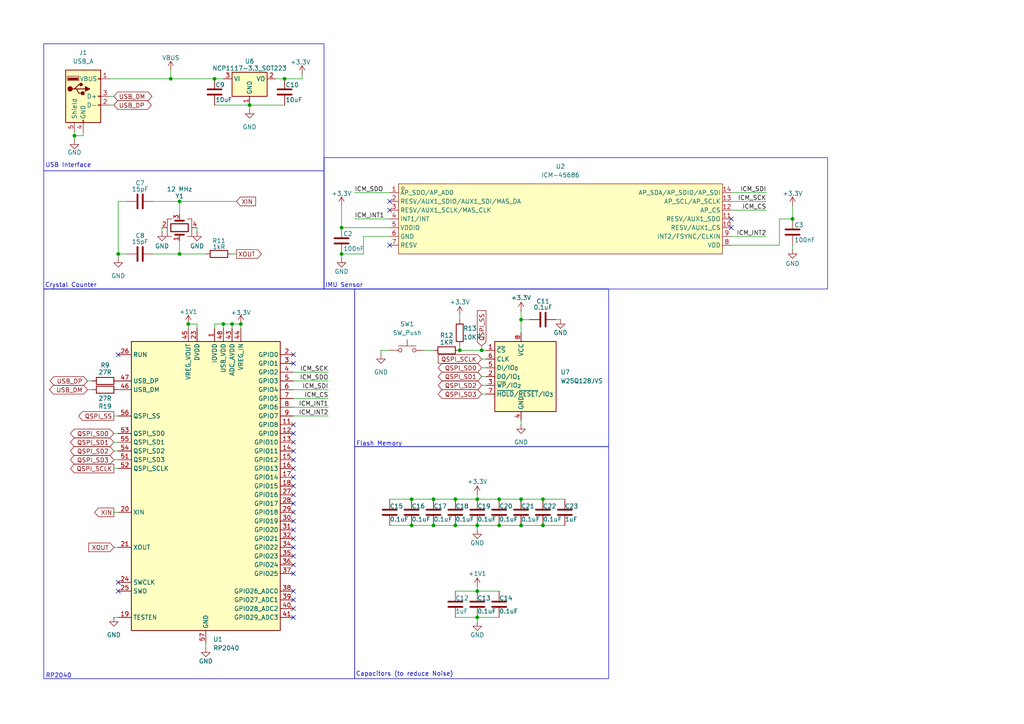
<source format=kicad_sch>
(kicad_sch
	(version 20250114)
	(generator "eeschema")
	(generator_version "9.0")
	(uuid "babb935c-bf0c-4b9d-8e9b-4e7bba30b931")
	(paper "A4")
	(lib_symbols
		(symbol "Connector:USB_A"
			(pin_names
				(offset 1.016)
			)
			(exclude_from_sim no)
			(in_bom yes)
			(on_board yes)
			(property "Reference" "J"
				(at -5.08 11.43 0)
				(effects
					(font
						(size 1.27 1.27)
					)
					(justify left)
				)
			)
			(property "Value" "USB_A"
				(at -5.08 8.89 0)
				(effects
					(font
						(size 1.27 1.27)
					)
					(justify left)
				)
			)
			(property "Footprint" ""
				(at 3.81 -1.27 0)
				(effects
					(font
						(size 1.27 1.27)
					)
					(hide yes)
				)
			)
			(property "Datasheet" "~"
				(at 3.81 -1.27 0)
				(effects
					(font
						(size 1.27 1.27)
					)
					(hide yes)
				)
			)
			(property "Description" "USB Type A connector"
				(at 0 0 0)
				(effects
					(font
						(size 1.27 1.27)
					)
					(hide yes)
				)
			)
			(property "ki_keywords" "connector USB"
				(at 0 0 0)
				(effects
					(font
						(size 1.27 1.27)
					)
					(hide yes)
				)
			)
			(property "ki_fp_filters" "USB*"
				(at 0 0 0)
				(effects
					(font
						(size 1.27 1.27)
					)
					(hide yes)
				)
			)
			(symbol "USB_A_0_1"
				(rectangle
					(start -5.08 -7.62)
					(end 5.08 7.62)
					(stroke
						(width 0.254)
						(type default)
					)
					(fill
						(type background)
					)
				)
				(circle
					(center -3.81 2.159)
					(radius 0.635)
					(stroke
						(width 0.254)
						(type default)
					)
					(fill
						(type outline)
					)
				)
				(polyline
					(pts
						(xy -3.175 2.159) (xy -2.54 2.159) (xy -1.27 3.429) (xy -0.635 3.429)
					)
					(stroke
						(width 0.254)
						(type default)
					)
					(fill
						(type none)
					)
				)
				(polyline
					(pts
						(xy -2.54 2.159) (xy -1.905 2.159) (xy -1.27 0.889) (xy 0 0.889)
					)
					(stroke
						(width 0.254)
						(type default)
					)
					(fill
						(type none)
					)
				)
				(rectangle
					(start -1.524 4.826)
					(end -4.318 5.334)
					(stroke
						(width 0)
						(type default)
					)
					(fill
						(type outline)
					)
				)
				(rectangle
					(start -1.27 4.572)
					(end -4.572 5.842)
					(stroke
						(width 0)
						(type default)
					)
					(fill
						(type none)
					)
				)
				(circle
					(center -0.635 3.429)
					(radius 0.381)
					(stroke
						(width 0.254)
						(type default)
					)
					(fill
						(type outline)
					)
				)
				(rectangle
					(start -0.127 -7.62)
					(end 0.127 -6.858)
					(stroke
						(width 0)
						(type default)
					)
					(fill
						(type none)
					)
				)
				(rectangle
					(start 0.254 1.27)
					(end -0.508 0.508)
					(stroke
						(width 0.254)
						(type default)
					)
					(fill
						(type outline)
					)
				)
				(polyline
					(pts
						(xy 0.635 2.794) (xy 0.635 1.524) (xy 1.905 2.159) (xy 0.635 2.794)
					)
					(stroke
						(width 0.254)
						(type default)
					)
					(fill
						(type outline)
					)
				)
				(rectangle
					(start 5.08 4.953)
					(end 4.318 5.207)
					(stroke
						(width 0)
						(type default)
					)
					(fill
						(type none)
					)
				)
				(rectangle
					(start 5.08 -0.127)
					(end 4.318 0.127)
					(stroke
						(width 0)
						(type default)
					)
					(fill
						(type none)
					)
				)
				(rectangle
					(start 5.08 -2.667)
					(end 4.318 -2.413)
					(stroke
						(width 0)
						(type default)
					)
					(fill
						(type none)
					)
				)
			)
			(symbol "USB_A_1_1"
				(polyline
					(pts
						(xy -1.905 2.159) (xy 0.635 2.159)
					)
					(stroke
						(width 0.254)
						(type default)
					)
					(fill
						(type none)
					)
				)
				(pin passive line
					(at -2.54 -10.16 90)
					(length 2.54)
					(name "Shield"
						(effects
							(font
								(size 1.27 1.27)
							)
						)
					)
					(number "5"
						(effects
							(font
								(size 1.27 1.27)
							)
						)
					)
				)
				(pin power_in line
					(at 0 -10.16 90)
					(length 2.54)
					(name "GND"
						(effects
							(font
								(size 1.27 1.27)
							)
						)
					)
					(number "4"
						(effects
							(font
								(size 1.27 1.27)
							)
						)
					)
				)
				(pin power_in line
					(at 7.62 5.08 180)
					(length 2.54)
					(name "VBUS"
						(effects
							(font
								(size 1.27 1.27)
							)
						)
					)
					(number "1"
						(effects
							(font
								(size 1.27 1.27)
							)
						)
					)
				)
				(pin bidirectional line
					(at 7.62 0 180)
					(length 2.54)
					(name "D+"
						(effects
							(font
								(size 1.27 1.27)
							)
						)
					)
					(number "3"
						(effects
							(font
								(size 1.27 1.27)
							)
						)
					)
				)
				(pin bidirectional line
					(at 7.62 -2.54 180)
					(length 2.54)
					(name "D-"
						(effects
							(font
								(size 1.27 1.27)
							)
						)
					)
					(number "2"
						(effects
							(font
								(size 1.27 1.27)
							)
						)
					)
				)
			)
			(embedded_fonts no)
		)
		(symbol "Device:C"
			(pin_numbers
				(hide yes)
			)
			(pin_names
				(offset 0.254)
			)
			(exclude_from_sim no)
			(in_bom yes)
			(on_board yes)
			(property "Reference" "C"
				(at 0.635 2.54 0)
				(effects
					(font
						(size 1.27 1.27)
					)
					(justify left)
				)
			)
			(property "Value" "C"
				(at 0.635 -2.54 0)
				(effects
					(font
						(size 1.27 1.27)
					)
					(justify left)
				)
			)
			(property "Footprint" ""
				(at 0.9652 -3.81 0)
				(effects
					(font
						(size 1.27 1.27)
					)
					(hide yes)
				)
			)
			(property "Datasheet" "~"
				(at 0 0 0)
				(effects
					(font
						(size 1.27 1.27)
					)
					(hide yes)
				)
			)
			(property "Description" "Unpolarized capacitor"
				(at 0 0 0)
				(effects
					(font
						(size 1.27 1.27)
					)
					(hide yes)
				)
			)
			(property "ki_keywords" "cap capacitor"
				(at 0 0 0)
				(effects
					(font
						(size 1.27 1.27)
					)
					(hide yes)
				)
			)
			(property "ki_fp_filters" "C_*"
				(at 0 0 0)
				(effects
					(font
						(size 1.27 1.27)
					)
					(hide yes)
				)
			)
			(symbol "C_0_1"
				(polyline
					(pts
						(xy -2.032 0.762) (xy 2.032 0.762)
					)
					(stroke
						(width 0.508)
						(type default)
					)
					(fill
						(type none)
					)
				)
				(polyline
					(pts
						(xy -2.032 -0.762) (xy 2.032 -0.762)
					)
					(stroke
						(width 0.508)
						(type default)
					)
					(fill
						(type none)
					)
				)
			)
			(symbol "C_1_1"
				(pin passive line
					(at 0 3.81 270)
					(length 2.794)
					(name "~"
						(effects
							(font
								(size 1.27 1.27)
							)
						)
					)
					(number "1"
						(effects
							(font
								(size 1.27 1.27)
							)
						)
					)
				)
				(pin passive line
					(at 0 -3.81 90)
					(length 2.794)
					(name "~"
						(effects
							(font
								(size 1.27 1.27)
							)
						)
					)
					(number "2"
						(effects
							(font
								(size 1.27 1.27)
							)
						)
					)
				)
			)
			(embedded_fonts no)
		)
		(symbol "Device:Crystal_GND24"
			(pin_names
				(offset 1.016)
				(hide yes)
			)
			(exclude_from_sim no)
			(in_bom yes)
			(on_board yes)
			(property "Reference" "Y"
				(at 3.175 5.08 0)
				(effects
					(font
						(size 1.27 1.27)
					)
					(justify left)
				)
			)
			(property "Value" "Crystal_GND24"
				(at 3.175 3.175 0)
				(effects
					(font
						(size 1.27 1.27)
					)
					(justify left)
				)
			)
			(property "Footprint" ""
				(at 0 0 0)
				(effects
					(font
						(size 1.27 1.27)
					)
					(hide yes)
				)
			)
			(property "Datasheet" "~"
				(at 0 0 0)
				(effects
					(font
						(size 1.27 1.27)
					)
					(hide yes)
				)
			)
			(property "Description" "Four pin crystal, GND on pins 2 and 4"
				(at 0 0 0)
				(effects
					(font
						(size 1.27 1.27)
					)
					(hide yes)
				)
			)
			(property "ki_keywords" "quartz ceramic resonator oscillator"
				(at 0 0 0)
				(effects
					(font
						(size 1.27 1.27)
					)
					(hide yes)
				)
			)
			(property "ki_fp_filters" "Crystal*"
				(at 0 0 0)
				(effects
					(font
						(size 1.27 1.27)
					)
					(hide yes)
				)
			)
			(symbol "Crystal_GND24_0_1"
				(polyline
					(pts
						(xy -2.54 2.286) (xy -2.54 3.556) (xy 2.54 3.556) (xy 2.54 2.286)
					)
					(stroke
						(width 0)
						(type default)
					)
					(fill
						(type none)
					)
				)
				(polyline
					(pts
						(xy -2.54 0) (xy -2.032 0)
					)
					(stroke
						(width 0)
						(type default)
					)
					(fill
						(type none)
					)
				)
				(polyline
					(pts
						(xy -2.54 -2.286) (xy -2.54 -3.556) (xy 2.54 -3.556) (xy 2.54 -2.286)
					)
					(stroke
						(width 0)
						(type default)
					)
					(fill
						(type none)
					)
				)
				(polyline
					(pts
						(xy -2.032 -1.27) (xy -2.032 1.27)
					)
					(stroke
						(width 0.508)
						(type default)
					)
					(fill
						(type none)
					)
				)
				(rectangle
					(start -1.143 2.54)
					(end 1.143 -2.54)
					(stroke
						(width 0.3048)
						(type default)
					)
					(fill
						(type none)
					)
				)
				(polyline
					(pts
						(xy 0 3.556) (xy 0 3.81)
					)
					(stroke
						(width 0)
						(type default)
					)
					(fill
						(type none)
					)
				)
				(polyline
					(pts
						(xy 0 -3.81) (xy 0 -3.556)
					)
					(stroke
						(width 0)
						(type default)
					)
					(fill
						(type none)
					)
				)
				(polyline
					(pts
						(xy 2.032 0) (xy 2.54 0)
					)
					(stroke
						(width 0)
						(type default)
					)
					(fill
						(type none)
					)
				)
				(polyline
					(pts
						(xy 2.032 -1.27) (xy 2.032 1.27)
					)
					(stroke
						(width 0.508)
						(type default)
					)
					(fill
						(type none)
					)
				)
			)
			(symbol "Crystal_GND24_1_1"
				(pin passive line
					(at -3.81 0 0)
					(length 1.27)
					(name "1"
						(effects
							(font
								(size 1.27 1.27)
							)
						)
					)
					(number "1"
						(effects
							(font
								(size 1.27 1.27)
							)
						)
					)
				)
				(pin passive line
					(at 0 5.08 270)
					(length 1.27)
					(name "2"
						(effects
							(font
								(size 1.27 1.27)
							)
						)
					)
					(number "2"
						(effects
							(font
								(size 1.27 1.27)
							)
						)
					)
				)
				(pin passive line
					(at 0 -5.08 90)
					(length 1.27)
					(name "4"
						(effects
							(font
								(size 1.27 1.27)
							)
						)
					)
					(number "4"
						(effects
							(font
								(size 1.27 1.27)
							)
						)
					)
				)
				(pin passive line
					(at 3.81 0 180)
					(length 1.27)
					(name "3"
						(effects
							(font
								(size 1.27 1.27)
							)
						)
					)
					(number "3"
						(effects
							(font
								(size 1.27 1.27)
							)
						)
					)
				)
			)
			(embedded_fonts no)
		)
		(symbol "Device:R"
			(pin_numbers
				(hide yes)
			)
			(pin_names
				(offset 0)
			)
			(exclude_from_sim no)
			(in_bom yes)
			(on_board yes)
			(property "Reference" "R"
				(at 2.032 0 90)
				(effects
					(font
						(size 1.27 1.27)
					)
				)
			)
			(property "Value" "R"
				(at 0 0 90)
				(effects
					(font
						(size 1.27 1.27)
					)
				)
			)
			(property "Footprint" ""
				(at -1.778 0 90)
				(effects
					(font
						(size 1.27 1.27)
					)
					(hide yes)
				)
			)
			(property "Datasheet" "~"
				(at 0 0 0)
				(effects
					(font
						(size 1.27 1.27)
					)
					(hide yes)
				)
			)
			(property "Description" "Resistor"
				(at 0 0 0)
				(effects
					(font
						(size 1.27 1.27)
					)
					(hide yes)
				)
			)
			(property "ki_keywords" "R res resistor"
				(at 0 0 0)
				(effects
					(font
						(size 1.27 1.27)
					)
					(hide yes)
				)
			)
			(property "ki_fp_filters" "R_*"
				(at 0 0 0)
				(effects
					(font
						(size 1.27 1.27)
					)
					(hide yes)
				)
			)
			(symbol "R_0_1"
				(rectangle
					(start -1.016 -2.54)
					(end 1.016 2.54)
					(stroke
						(width 0.254)
						(type default)
					)
					(fill
						(type none)
					)
				)
			)
			(symbol "R_1_1"
				(pin passive line
					(at 0 3.81 270)
					(length 1.27)
					(name "~"
						(effects
							(font
								(size 1.27 1.27)
							)
						)
					)
					(number "1"
						(effects
							(font
								(size 1.27 1.27)
							)
						)
					)
				)
				(pin passive line
					(at 0 -3.81 90)
					(length 1.27)
					(name "~"
						(effects
							(font
								(size 1.27 1.27)
							)
						)
					)
					(number "2"
						(effects
							(font
								(size 1.27 1.27)
							)
						)
					)
				)
			)
			(embedded_fonts no)
		)
		(symbol "MCU_RaspberryPi:RP2040"
			(exclude_from_sim no)
			(in_bom yes)
			(on_board yes)
			(property "Reference" "U"
				(at 17.78 45.72 0)
				(effects
					(font
						(size 1.27 1.27)
					)
				)
			)
			(property "Value" "RP2040"
				(at 17.78 43.18 0)
				(effects
					(font
						(size 1.27 1.27)
					)
				)
			)
			(property "Footprint" "Package_DFN_QFN:QFN-56-1EP_7x7mm_P0.4mm_EP3.2x3.2mm"
				(at 0 0 0)
				(effects
					(font
						(size 1.27 1.27)
					)
					(hide yes)
				)
			)
			(property "Datasheet" "https://datasheets.raspberrypi.com/rp2040/rp2040-datasheet.pdf"
				(at 0 0 0)
				(effects
					(font
						(size 1.27 1.27)
					)
					(hide yes)
				)
			)
			(property "Description" "A microcontroller by Raspberry Pi"
				(at 0 0 0)
				(effects
					(font
						(size 1.27 1.27)
					)
					(hide yes)
				)
			)
			(property "ki_keywords" "RP2040 ARM Cortex-M0+ USB"
				(at 0 0 0)
				(effects
					(font
						(size 1.27 1.27)
					)
					(hide yes)
				)
			)
			(property "ki_fp_filters" "QFN*1EP*7x7mm?P0.4mm*"
				(at 0 0 0)
				(effects
					(font
						(size 1.27 1.27)
					)
					(hide yes)
				)
			)
			(symbol "RP2040_0_1"
				(rectangle
					(start -21.59 41.91)
					(end 21.59 -41.91)
					(stroke
						(width 0.254)
						(type default)
					)
					(fill
						(type background)
					)
				)
			)
			(symbol "RP2040_1_1"
				(pin input line
					(at -25.4 38.1 0)
					(length 3.81)
					(name "RUN"
						(effects
							(font
								(size 1.27 1.27)
							)
						)
					)
					(number "26"
						(effects
							(font
								(size 1.27 1.27)
							)
						)
					)
				)
				(pin bidirectional line
					(at -25.4 30.48 0)
					(length 3.81)
					(name "USB_DP"
						(effects
							(font
								(size 1.27 1.27)
							)
						)
					)
					(number "47"
						(effects
							(font
								(size 1.27 1.27)
							)
						)
					)
				)
				(pin bidirectional line
					(at -25.4 27.94 0)
					(length 3.81)
					(name "USB_DM"
						(effects
							(font
								(size 1.27 1.27)
							)
						)
					)
					(number "46"
						(effects
							(font
								(size 1.27 1.27)
							)
						)
					)
				)
				(pin bidirectional line
					(at -25.4 20.32 0)
					(length 3.81)
					(name "QSPI_SS"
						(effects
							(font
								(size 1.27 1.27)
							)
						)
					)
					(number "56"
						(effects
							(font
								(size 1.27 1.27)
							)
						)
					)
				)
				(pin bidirectional line
					(at -25.4 15.24 0)
					(length 3.81)
					(name "QSPI_SD0"
						(effects
							(font
								(size 1.27 1.27)
							)
						)
					)
					(number "53"
						(effects
							(font
								(size 1.27 1.27)
							)
						)
					)
				)
				(pin bidirectional line
					(at -25.4 12.7 0)
					(length 3.81)
					(name "QSPI_SD1"
						(effects
							(font
								(size 1.27 1.27)
							)
						)
					)
					(number "55"
						(effects
							(font
								(size 1.27 1.27)
							)
						)
					)
				)
				(pin bidirectional line
					(at -25.4 10.16 0)
					(length 3.81)
					(name "QSPI_SD2"
						(effects
							(font
								(size 1.27 1.27)
							)
						)
					)
					(number "54"
						(effects
							(font
								(size 1.27 1.27)
							)
						)
					)
				)
				(pin bidirectional line
					(at -25.4 7.62 0)
					(length 3.81)
					(name "QSPI_SD3"
						(effects
							(font
								(size 1.27 1.27)
							)
						)
					)
					(number "51"
						(effects
							(font
								(size 1.27 1.27)
							)
						)
					)
				)
				(pin output line
					(at -25.4 5.08 0)
					(length 3.81)
					(name "QSPI_SCLK"
						(effects
							(font
								(size 1.27 1.27)
							)
						)
					)
					(number "52"
						(effects
							(font
								(size 1.27 1.27)
							)
						)
					)
				)
				(pin input line
					(at -25.4 -7.62 0)
					(length 3.81)
					(name "XIN"
						(effects
							(font
								(size 1.27 1.27)
							)
						)
					)
					(number "20"
						(effects
							(font
								(size 1.27 1.27)
							)
						)
					)
				)
				(pin passive line
					(at -25.4 -17.78 0)
					(length 3.81)
					(name "XOUT"
						(effects
							(font
								(size 1.27 1.27)
							)
						)
					)
					(number "21"
						(effects
							(font
								(size 1.27 1.27)
							)
						)
					)
				)
				(pin input line
					(at -25.4 -27.94 0)
					(length 3.81)
					(name "SWCLK"
						(effects
							(font
								(size 1.27 1.27)
							)
						)
					)
					(number "24"
						(effects
							(font
								(size 1.27 1.27)
							)
						)
					)
				)
				(pin bidirectional line
					(at -25.4 -30.48 0)
					(length 3.81)
					(name "SWD"
						(effects
							(font
								(size 1.27 1.27)
							)
						)
					)
					(number "25"
						(effects
							(font
								(size 1.27 1.27)
							)
						)
					)
				)
				(pin input line
					(at -25.4 -38.1 0)
					(length 3.81)
					(name "TESTEN"
						(effects
							(font
								(size 1.27 1.27)
							)
						)
					)
					(number "19"
						(effects
							(font
								(size 1.27 1.27)
							)
						)
					)
				)
				(pin power_out line
					(at -5.08 45.72 270)
					(length 3.81)
					(name "VREG_VOUT"
						(effects
							(font
								(size 1.27 1.27)
							)
						)
					)
					(number "45"
						(effects
							(font
								(size 1.27 1.27)
							)
						)
					)
				)
				(pin power_in line
					(at -2.54 45.72 270)
					(length 3.81)
					(name "DVDD"
						(effects
							(font
								(size 1.27 1.27)
							)
						)
					)
					(number "23"
						(effects
							(font
								(size 1.27 1.27)
							)
						)
					)
				)
				(pin passive line
					(at -2.54 45.72 270)
					(length 3.81)
					(hide yes)
					(name "DVDD"
						(effects
							(font
								(size 1.27 1.27)
							)
						)
					)
					(number "50"
						(effects
							(font
								(size 1.27 1.27)
							)
						)
					)
				)
				(pin power_in line
					(at 0 -45.72 90)
					(length 3.81)
					(name "GND"
						(effects
							(font
								(size 1.27 1.27)
							)
						)
					)
					(number "57"
						(effects
							(font
								(size 1.27 1.27)
							)
						)
					)
				)
				(pin power_in line
					(at 2.54 45.72 270)
					(length 3.81)
					(name "IOVDD"
						(effects
							(font
								(size 1.27 1.27)
							)
						)
					)
					(number "1"
						(effects
							(font
								(size 1.27 1.27)
							)
						)
					)
				)
				(pin passive line
					(at 2.54 45.72 270)
					(length 3.81)
					(hide yes)
					(name "IOVDD"
						(effects
							(font
								(size 1.27 1.27)
							)
						)
					)
					(number "10"
						(effects
							(font
								(size 1.27 1.27)
							)
						)
					)
				)
				(pin passive line
					(at 2.54 45.72 270)
					(length 3.81)
					(hide yes)
					(name "IOVDD"
						(effects
							(font
								(size 1.27 1.27)
							)
						)
					)
					(number "22"
						(effects
							(font
								(size 1.27 1.27)
							)
						)
					)
				)
				(pin passive line
					(at 2.54 45.72 270)
					(length 3.81)
					(hide yes)
					(name "IOVDD"
						(effects
							(font
								(size 1.27 1.27)
							)
						)
					)
					(number "33"
						(effects
							(font
								(size 1.27 1.27)
							)
						)
					)
				)
				(pin passive line
					(at 2.54 45.72 270)
					(length 3.81)
					(hide yes)
					(name "IOVDD"
						(effects
							(font
								(size 1.27 1.27)
							)
						)
					)
					(number "42"
						(effects
							(font
								(size 1.27 1.27)
							)
						)
					)
				)
				(pin passive line
					(at 2.54 45.72 270)
					(length 3.81)
					(hide yes)
					(name "IOVDD"
						(effects
							(font
								(size 1.27 1.27)
							)
						)
					)
					(number "49"
						(effects
							(font
								(size 1.27 1.27)
							)
						)
					)
				)
				(pin power_in line
					(at 5.08 45.72 270)
					(length 3.81)
					(name "USB_VDD"
						(effects
							(font
								(size 1.27 1.27)
							)
						)
					)
					(number "48"
						(effects
							(font
								(size 1.27 1.27)
							)
						)
					)
				)
				(pin power_in line
					(at 7.62 45.72 270)
					(length 3.81)
					(name "ADC_AVDD"
						(effects
							(font
								(size 1.27 1.27)
							)
						)
					)
					(number "43"
						(effects
							(font
								(size 1.27 1.27)
							)
						)
					)
				)
				(pin power_in line
					(at 10.16 45.72 270)
					(length 3.81)
					(name "VREG_IN"
						(effects
							(font
								(size 1.27 1.27)
							)
						)
					)
					(number "44"
						(effects
							(font
								(size 1.27 1.27)
							)
						)
					)
				)
				(pin bidirectional line
					(at 25.4 38.1 180)
					(length 3.81)
					(name "GPIO0"
						(effects
							(font
								(size 1.27 1.27)
							)
						)
					)
					(number "2"
						(effects
							(font
								(size 1.27 1.27)
							)
						)
					)
				)
				(pin bidirectional line
					(at 25.4 35.56 180)
					(length 3.81)
					(name "GPIO1"
						(effects
							(font
								(size 1.27 1.27)
							)
						)
					)
					(number "3"
						(effects
							(font
								(size 1.27 1.27)
							)
						)
					)
				)
				(pin bidirectional line
					(at 25.4 33.02 180)
					(length 3.81)
					(name "GPIO2"
						(effects
							(font
								(size 1.27 1.27)
							)
						)
					)
					(number "4"
						(effects
							(font
								(size 1.27 1.27)
							)
						)
					)
				)
				(pin bidirectional line
					(at 25.4 30.48 180)
					(length 3.81)
					(name "GPIO3"
						(effects
							(font
								(size 1.27 1.27)
							)
						)
					)
					(number "5"
						(effects
							(font
								(size 1.27 1.27)
							)
						)
					)
				)
				(pin bidirectional line
					(at 25.4 27.94 180)
					(length 3.81)
					(name "GPIO4"
						(effects
							(font
								(size 1.27 1.27)
							)
						)
					)
					(number "6"
						(effects
							(font
								(size 1.27 1.27)
							)
						)
					)
				)
				(pin bidirectional line
					(at 25.4 25.4 180)
					(length 3.81)
					(name "GPIO5"
						(effects
							(font
								(size 1.27 1.27)
							)
						)
					)
					(number "7"
						(effects
							(font
								(size 1.27 1.27)
							)
						)
					)
				)
				(pin bidirectional line
					(at 25.4 22.86 180)
					(length 3.81)
					(name "GPIO6"
						(effects
							(font
								(size 1.27 1.27)
							)
						)
					)
					(number "8"
						(effects
							(font
								(size 1.27 1.27)
							)
						)
					)
				)
				(pin bidirectional line
					(at 25.4 20.32 180)
					(length 3.81)
					(name "GPIO7"
						(effects
							(font
								(size 1.27 1.27)
							)
						)
					)
					(number "9"
						(effects
							(font
								(size 1.27 1.27)
							)
						)
					)
				)
				(pin bidirectional line
					(at 25.4 17.78 180)
					(length 3.81)
					(name "GPIO8"
						(effects
							(font
								(size 1.27 1.27)
							)
						)
					)
					(number "11"
						(effects
							(font
								(size 1.27 1.27)
							)
						)
					)
				)
				(pin bidirectional line
					(at 25.4 15.24 180)
					(length 3.81)
					(name "GPIO9"
						(effects
							(font
								(size 1.27 1.27)
							)
						)
					)
					(number "12"
						(effects
							(font
								(size 1.27 1.27)
							)
						)
					)
				)
				(pin bidirectional line
					(at 25.4 12.7 180)
					(length 3.81)
					(name "GPIO10"
						(effects
							(font
								(size 1.27 1.27)
							)
						)
					)
					(number "13"
						(effects
							(font
								(size 1.27 1.27)
							)
						)
					)
				)
				(pin bidirectional line
					(at 25.4 10.16 180)
					(length 3.81)
					(name "GPIO11"
						(effects
							(font
								(size 1.27 1.27)
							)
						)
					)
					(number "14"
						(effects
							(font
								(size 1.27 1.27)
							)
						)
					)
				)
				(pin bidirectional line
					(at 25.4 7.62 180)
					(length 3.81)
					(name "GPIO12"
						(effects
							(font
								(size 1.27 1.27)
							)
						)
					)
					(number "15"
						(effects
							(font
								(size 1.27 1.27)
							)
						)
					)
				)
				(pin bidirectional line
					(at 25.4 5.08 180)
					(length 3.81)
					(name "GPIO13"
						(effects
							(font
								(size 1.27 1.27)
							)
						)
					)
					(number "16"
						(effects
							(font
								(size 1.27 1.27)
							)
						)
					)
				)
				(pin bidirectional line
					(at 25.4 2.54 180)
					(length 3.81)
					(name "GPIO14"
						(effects
							(font
								(size 1.27 1.27)
							)
						)
					)
					(number "17"
						(effects
							(font
								(size 1.27 1.27)
							)
						)
					)
				)
				(pin bidirectional line
					(at 25.4 0 180)
					(length 3.81)
					(name "GPIO15"
						(effects
							(font
								(size 1.27 1.27)
							)
						)
					)
					(number "18"
						(effects
							(font
								(size 1.27 1.27)
							)
						)
					)
				)
				(pin bidirectional line
					(at 25.4 -2.54 180)
					(length 3.81)
					(name "GPIO16"
						(effects
							(font
								(size 1.27 1.27)
							)
						)
					)
					(number "27"
						(effects
							(font
								(size 1.27 1.27)
							)
						)
					)
				)
				(pin bidirectional line
					(at 25.4 -5.08 180)
					(length 3.81)
					(name "GPIO17"
						(effects
							(font
								(size 1.27 1.27)
							)
						)
					)
					(number "28"
						(effects
							(font
								(size 1.27 1.27)
							)
						)
					)
				)
				(pin bidirectional line
					(at 25.4 -7.62 180)
					(length 3.81)
					(name "GPIO18"
						(effects
							(font
								(size 1.27 1.27)
							)
						)
					)
					(number "29"
						(effects
							(font
								(size 1.27 1.27)
							)
						)
					)
				)
				(pin bidirectional line
					(at 25.4 -10.16 180)
					(length 3.81)
					(name "GPIO19"
						(effects
							(font
								(size 1.27 1.27)
							)
						)
					)
					(number "30"
						(effects
							(font
								(size 1.27 1.27)
							)
						)
					)
				)
				(pin bidirectional line
					(at 25.4 -12.7 180)
					(length 3.81)
					(name "GPIO20"
						(effects
							(font
								(size 1.27 1.27)
							)
						)
					)
					(number "31"
						(effects
							(font
								(size 1.27 1.27)
							)
						)
					)
				)
				(pin bidirectional line
					(at 25.4 -15.24 180)
					(length 3.81)
					(name "GPIO21"
						(effects
							(font
								(size 1.27 1.27)
							)
						)
					)
					(number "32"
						(effects
							(font
								(size 1.27 1.27)
							)
						)
					)
				)
				(pin bidirectional line
					(at 25.4 -17.78 180)
					(length 3.81)
					(name "GPIO22"
						(effects
							(font
								(size 1.27 1.27)
							)
						)
					)
					(number "34"
						(effects
							(font
								(size 1.27 1.27)
							)
						)
					)
				)
				(pin bidirectional line
					(at 25.4 -20.32 180)
					(length 3.81)
					(name "GPIO23"
						(effects
							(font
								(size 1.27 1.27)
							)
						)
					)
					(number "35"
						(effects
							(font
								(size 1.27 1.27)
							)
						)
					)
				)
				(pin bidirectional line
					(at 25.4 -22.86 180)
					(length 3.81)
					(name "GPIO24"
						(effects
							(font
								(size 1.27 1.27)
							)
						)
					)
					(number "36"
						(effects
							(font
								(size 1.27 1.27)
							)
						)
					)
				)
				(pin bidirectional line
					(at 25.4 -25.4 180)
					(length 3.81)
					(name "GPIO25"
						(effects
							(font
								(size 1.27 1.27)
							)
						)
					)
					(number "37"
						(effects
							(font
								(size 1.27 1.27)
							)
						)
					)
				)
				(pin bidirectional line
					(at 25.4 -30.48 180)
					(length 3.81)
					(name "GPIO26_ADC0"
						(effects
							(font
								(size 1.27 1.27)
							)
						)
					)
					(number "38"
						(effects
							(font
								(size 1.27 1.27)
							)
						)
					)
				)
				(pin bidirectional line
					(at 25.4 -33.02 180)
					(length 3.81)
					(name "GPIO27_ADC1"
						(effects
							(font
								(size 1.27 1.27)
							)
						)
					)
					(number "39"
						(effects
							(font
								(size 1.27 1.27)
							)
						)
					)
				)
				(pin bidirectional line
					(at 25.4 -35.56 180)
					(length 3.81)
					(name "GPIO28_ADC2"
						(effects
							(font
								(size 1.27 1.27)
							)
						)
					)
					(number "40"
						(effects
							(font
								(size 1.27 1.27)
							)
						)
					)
				)
				(pin bidirectional line
					(at 25.4 -38.1 180)
					(length 3.81)
					(name "GPIO29_ADC3"
						(effects
							(font
								(size 1.27 1.27)
							)
						)
					)
					(number "41"
						(effects
							(font
								(size 1.27 1.27)
							)
						)
					)
				)
			)
			(embedded_fonts no)
		)
		(symbol "Memory_Flash:W25Q128JVS"
			(exclude_from_sim no)
			(in_bom yes)
			(on_board yes)
			(property "Reference" "U"
				(at -6.35 11.43 0)
				(effects
					(font
						(size 1.27 1.27)
					)
				)
			)
			(property "Value" "W25Q128JVS"
				(at 7.62 11.43 0)
				(effects
					(font
						(size 1.27 1.27)
					)
				)
			)
			(property "Footprint" "Package_SO:SOIC-8_5.3x5.3mm_P1.27mm"
				(at 0 22.86 0)
				(effects
					(font
						(size 1.27 1.27)
					)
					(hide yes)
				)
			)
			(property "Datasheet" "https://www.winbond.com/resource-files/w25q128jv_dtr%20revc%2003272018%20plus.pdf"
				(at 0 25.4 0)
				(effects
					(font
						(size 1.27 1.27)
					)
					(hide yes)
				)
			)
			(property "Description" "128Mbit / 16MiB Serial Flash Memory, Standard/Dual/Quad SPI, 2.7-3.6V, SOIC-8"
				(at 0 27.94 0)
				(effects
					(font
						(size 1.27 1.27)
					)
					(hide yes)
				)
			)
			(property "ki_keywords" "flash memory SPI QPI DTR"
				(at 0 0 0)
				(effects
					(font
						(size 1.27 1.27)
					)
					(hide yes)
				)
			)
			(property "ki_fp_filters" "*SOIC*5.3x5.3mm*P1.27mm*"
				(at 0 0 0)
				(effects
					(font
						(size 1.27 1.27)
					)
					(hide yes)
				)
			)
			(symbol "W25Q128JVS_0_1"
				(rectangle
					(start -7.62 10.16)
					(end 10.16 -10.16)
					(stroke
						(width 0.254)
						(type default)
					)
					(fill
						(type background)
					)
				)
			)
			(symbol "W25Q128JVS_1_1"
				(pin input line
					(at -10.16 7.62 0)
					(length 2.54)
					(name "~{CS}"
						(effects
							(font
								(size 1.27 1.27)
							)
						)
					)
					(number "1"
						(effects
							(font
								(size 1.27 1.27)
							)
						)
					)
				)
				(pin input line
					(at -10.16 5.08 0)
					(length 2.54)
					(name "CLK"
						(effects
							(font
								(size 1.27 1.27)
							)
						)
					)
					(number "6"
						(effects
							(font
								(size 1.27 1.27)
							)
						)
					)
				)
				(pin bidirectional line
					(at -10.16 2.54 0)
					(length 2.54)
					(name "DI/IO_{0}"
						(effects
							(font
								(size 1.27 1.27)
							)
						)
					)
					(number "5"
						(effects
							(font
								(size 1.27 1.27)
							)
						)
					)
				)
				(pin bidirectional line
					(at -10.16 0 0)
					(length 2.54)
					(name "DO/IO_{1}"
						(effects
							(font
								(size 1.27 1.27)
							)
						)
					)
					(number "2"
						(effects
							(font
								(size 1.27 1.27)
							)
						)
					)
				)
				(pin bidirectional line
					(at -10.16 -2.54 0)
					(length 2.54)
					(name "~{WP}/IO_{2}"
						(effects
							(font
								(size 1.27 1.27)
							)
						)
					)
					(number "3"
						(effects
							(font
								(size 1.27 1.27)
							)
						)
					)
				)
				(pin bidirectional line
					(at -10.16 -5.08 0)
					(length 2.54)
					(name "~{HOLD}/~{RESET}/IO_{3}"
						(effects
							(font
								(size 1.27 1.27)
							)
						)
					)
					(number "7"
						(effects
							(font
								(size 1.27 1.27)
							)
						)
					)
				)
				(pin power_in line
					(at 0 12.7 270)
					(length 2.54)
					(name "VCC"
						(effects
							(font
								(size 1.27 1.27)
							)
						)
					)
					(number "8"
						(effects
							(font
								(size 1.27 1.27)
							)
						)
					)
				)
				(pin power_in line
					(at 0 -12.7 90)
					(length 2.54)
					(name "GND"
						(effects
							(font
								(size 1.27 1.27)
							)
						)
					)
					(number "4"
						(effects
							(font
								(size 1.27 1.27)
							)
						)
					)
				)
			)
			(embedded_fonts no)
		)
		(symbol "Regulator_Linear:NCP1117-3.3_SOT223"
			(exclude_from_sim no)
			(in_bom yes)
			(on_board yes)
			(property "Reference" "U"
				(at -3.81 3.175 0)
				(effects
					(font
						(size 1.27 1.27)
					)
				)
			)
			(property "Value" "NCP1117-3.3_SOT223"
				(at 0 3.175 0)
				(effects
					(font
						(size 1.27 1.27)
					)
					(justify left)
				)
			)
			(property "Footprint" "Package_TO_SOT_SMD:SOT-223-3_TabPin2"
				(at 0 5.08 0)
				(effects
					(font
						(size 1.27 1.27)
					)
					(hide yes)
				)
			)
			(property "Datasheet" "http://www.onsemi.com/pub_link/Collateral/NCP1117-D.PDF"
				(at 2.54 -6.35 0)
				(effects
					(font
						(size 1.27 1.27)
					)
					(hide yes)
				)
			)
			(property "Description" "1A Low drop-out regulator, Fixed Output 3.3V, SOT-223"
				(at 0 0 0)
				(effects
					(font
						(size 1.27 1.27)
					)
					(hide yes)
				)
			)
			(property "ki_keywords" "REGULATOR LDO 3.3V"
				(at 0 0 0)
				(effects
					(font
						(size 1.27 1.27)
					)
					(hide yes)
				)
			)
			(property "ki_fp_filters" "SOT?223*TabPin2*"
				(at 0 0 0)
				(effects
					(font
						(size 1.27 1.27)
					)
					(hide yes)
				)
			)
			(symbol "NCP1117-3.3_SOT223_0_1"
				(rectangle
					(start -5.08 -5.08)
					(end 5.08 1.905)
					(stroke
						(width 0.254)
						(type default)
					)
					(fill
						(type background)
					)
				)
			)
			(symbol "NCP1117-3.3_SOT223_1_1"
				(pin power_in line
					(at -7.62 0 0)
					(length 2.54)
					(name "VI"
						(effects
							(font
								(size 1.27 1.27)
							)
						)
					)
					(number "3"
						(effects
							(font
								(size 1.27 1.27)
							)
						)
					)
				)
				(pin power_in line
					(at 0 -7.62 90)
					(length 2.54)
					(name "GND"
						(effects
							(font
								(size 1.27 1.27)
							)
						)
					)
					(number "1"
						(effects
							(font
								(size 1.27 1.27)
							)
						)
					)
				)
				(pin power_out line
					(at 7.62 0 180)
					(length 2.54)
					(name "VO"
						(effects
							(font
								(size 1.27 1.27)
							)
						)
					)
					(number "2"
						(effects
							(font
								(size 1.27 1.27)
							)
						)
					)
				)
			)
			(embedded_fonts no)
		)
		(symbol "Switch:SW_Push"
			(pin_numbers
				(hide yes)
			)
			(pin_names
				(offset 1.016)
				(hide yes)
			)
			(exclude_from_sim no)
			(in_bom yes)
			(on_board yes)
			(property "Reference" "SW"
				(at 1.27 2.54 0)
				(effects
					(font
						(size 1.27 1.27)
					)
					(justify left)
				)
			)
			(property "Value" "SW_Push"
				(at 0 -1.524 0)
				(effects
					(font
						(size 1.27 1.27)
					)
				)
			)
			(property "Footprint" ""
				(at 0 5.08 0)
				(effects
					(font
						(size 1.27 1.27)
					)
					(hide yes)
				)
			)
			(property "Datasheet" "~"
				(at 0 5.08 0)
				(effects
					(font
						(size 1.27 1.27)
					)
					(hide yes)
				)
			)
			(property "Description" "Push button switch, generic, two pins"
				(at 0 0 0)
				(effects
					(font
						(size 1.27 1.27)
					)
					(hide yes)
				)
			)
			(property "ki_keywords" "switch normally-open pushbutton push-button"
				(at 0 0 0)
				(effects
					(font
						(size 1.27 1.27)
					)
					(hide yes)
				)
			)
			(symbol "SW_Push_0_1"
				(circle
					(center -2.032 0)
					(radius 0.508)
					(stroke
						(width 0)
						(type default)
					)
					(fill
						(type none)
					)
				)
				(polyline
					(pts
						(xy 0 1.27) (xy 0 3.048)
					)
					(stroke
						(width 0)
						(type default)
					)
					(fill
						(type none)
					)
				)
				(circle
					(center 2.032 0)
					(radius 0.508)
					(stroke
						(width 0)
						(type default)
					)
					(fill
						(type none)
					)
				)
				(polyline
					(pts
						(xy 2.54 1.27) (xy -2.54 1.27)
					)
					(stroke
						(width 0)
						(type default)
					)
					(fill
						(type none)
					)
				)
				(pin passive line
					(at -5.08 0 0)
					(length 2.54)
					(name "1"
						(effects
							(font
								(size 1.27 1.27)
							)
						)
					)
					(number "1"
						(effects
							(font
								(size 1.27 1.27)
							)
						)
					)
				)
				(pin passive line
					(at 5.08 0 180)
					(length 2.54)
					(name "2"
						(effects
							(font
								(size 1.27 1.27)
							)
						)
					)
					(number "2"
						(effects
							(font
								(size 1.27 1.27)
							)
						)
					)
				)
			)
			(embedded_fonts no)
		)
		(symbol "lscs:ICM-45686"
			(exclude_from_sim no)
			(in_bom yes)
			(on_board yes)
			(property "Reference" "U"
				(at 0 12.7 0)
				(effects
					(font
						(size 1.27 1.27)
					)
				)
			)
			(property "Value" "ICM-45686"
				(at 0 -12.7 0)
				(effects
					(font
						(size 1.27 1.27)
					)
				)
			)
			(property "Footprint" "lcsc:LGA-14_L3.0-W2.5-P0.50-TL"
				(at 0 -15.24 0)
				(effects
					(font
						(size 1.27 1.27)
					)
					(hide yes)
				)
			)
			(property "Datasheet" ""
				(at 0 0 0)
				(effects
					(font
						(size 1.27 1.27)
					)
					(hide yes)
				)
			)
			(property "Description" ""
				(at 0 0 0)
				(effects
					(font
						(size 1.27 1.27)
					)
					(hide yes)
				)
			)
			(property "LCSC Part" "C22459454"
				(at 0 -17.78 0)
				(effects
					(font
						(size 1.27 1.27)
					)
					(hide yes)
				)
			)
			(symbol "ICM-45686_0_1"
				(rectangle
					(start -46.99 10.16)
					(end 46.99 -10.16)
					(stroke
						(width 0)
						(type default)
					)
					(fill
						(type background)
					)
				)
				(circle
					(center -45.72 8.89)
					(radius 0.38)
					(stroke
						(width 0)
						(type default)
					)
					(fill
						(type none)
					)
				)
				(pin unspecified line
					(at -49.53 7.62 0)
					(length 2.54)
					(name "AP_SDO/AP_AD0"
						(effects
							(font
								(size 1.27 1.27)
							)
						)
					)
					(number "1"
						(effects
							(font
								(size 1.27 1.27)
							)
						)
					)
				)
				(pin unspecified line
					(at -49.53 5.08 0)
					(length 2.54)
					(name "RESV/AUX1_SDIO/AUX1_SDI/MAS_DA"
						(effects
							(font
								(size 1.27 1.27)
							)
						)
					)
					(number "2"
						(effects
							(font
								(size 1.27 1.27)
							)
						)
					)
				)
				(pin unspecified line
					(at -49.53 2.54 0)
					(length 2.54)
					(name "RESV/AUX1_SCLK/MAS_CLK"
						(effects
							(font
								(size 1.27 1.27)
							)
						)
					)
					(number "3"
						(effects
							(font
								(size 1.27 1.27)
							)
						)
					)
				)
				(pin unspecified line
					(at -49.53 0 0)
					(length 2.54)
					(name "INT1/INT"
						(effects
							(font
								(size 1.27 1.27)
							)
						)
					)
					(number "4"
						(effects
							(font
								(size 1.27 1.27)
							)
						)
					)
				)
				(pin unspecified line
					(at -49.53 -2.54 0)
					(length 2.54)
					(name "VDDIO"
						(effects
							(font
								(size 1.27 1.27)
							)
						)
					)
					(number "5"
						(effects
							(font
								(size 1.27 1.27)
							)
						)
					)
				)
				(pin unspecified line
					(at -49.53 -5.08 0)
					(length 2.54)
					(name "GND"
						(effects
							(font
								(size 1.27 1.27)
							)
						)
					)
					(number "6"
						(effects
							(font
								(size 1.27 1.27)
							)
						)
					)
				)
				(pin unspecified line
					(at -49.53 -7.62 0)
					(length 2.54)
					(name "RESV"
						(effects
							(font
								(size 1.27 1.27)
							)
						)
					)
					(number "7"
						(effects
							(font
								(size 1.27 1.27)
							)
						)
					)
				)
				(pin unspecified line
					(at 49.53 7.62 180)
					(length 2.54)
					(name "AP_SDA/AP_SDIO/AP_SDI"
						(effects
							(font
								(size 1.27 1.27)
							)
						)
					)
					(number "14"
						(effects
							(font
								(size 1.27 1.27)
							)
						)
					)
				)
				(pin unspecified line
					(at 49.53 5.08 180)
					(length 2.54)
					(name "AP_SCL/AP_SCLK"
						(effects
							(font
								(size 1.27 1.27)
							)
						)
					)
					(number "13"
						(effects
							(font
								(size 1.27 1.27)
							)
						)
					)
				)
				(pin unspecified line
					(at 49.53 2.54 180)
					(length 2.54)
					(name "AP_CS"
						(effects
							(font
								(size 1.27 1.27)
							)
						)
					)
					(number "12"
						(effects
							(font
								(size 1.27 1.27)
							)
						)
					)
				)
				(pin unspecified line
					(at 49.53 0 180)
					(length 2.54)
					(name "RESV/AUX1_SDO"
						(effects
							(font
								(size 1.27 1.27)
							)
						)
					)
					(number "11"
						(effects
							(font
								(size 1.27 1.27)
							)
						)
					)
				)
				(pin unspecified line
					(at 49.53 -2.54 180)
					(length 2.54)
					(name "RESV/AUX1_CS"
						(effects
							(font
								(size 1.27 1.27)
							)
						)
					)
					(number "10"
						(effects
							(font
								(size 1.27 1.27)
							)
						)
					)
				)
				(pin unspecified line
					(at 49.53 -5.08 180)
					(length 2.54)
					(name "INT2/FSYNC/CLKIN"
						(effects
							(font
								(size 1.27 1.27)
							)
						)
					)
					(number "9"
						(effects
							(font
								(size 1.27 1.27)
							)
						)
					)
				)
				(pin unspecified line
					(at 49.53 -7.62 180)
					(length 2.54)
					(name "VDD"
						(effects
							(font
								(size 1.27 1.27)
							)
						)
					)
					(number "8"
						(effects
							(font
								(size 1.27 1.27)
							)
						)
					)
				)
			)
			(embedded_fonts no)
		)
		(symbol "power:+1V1"
			(power)
			(pin_numbers
				(hide yes)
			)
			(pin_names
				(offset 0)
				(hide yes)
			)
			(exclude_from_sim no)
			(in_bom yes)
			(on_board yes)
			(property "Reference" "#PWR"
				(at 0 -3.81 0)
				(effects
					(font
						(size 1.27 1.27)
					)
					(hide yes)
				)
			)
			(property "Value" "+1V1"
				(at 0 3.556 0)
				(effects
					(font
						(size 1.27 1.27)
					)
				)
			)
			(property "Footprint" ""
				(at 0 0 0)
				(effects
					(font
						(size 1.27 1.27)
					)
					(hide yes)
				)
			)
			(property "Datasheet" ""
				(at 0 0 0)
				(effects
					(font
						(size 1.27 1.27)
					)
					(hide yes)
				)
			)
			(property "Description" "Power symbol creates a global label with name \"+1V1\""
				(at 0 0 0)
				(effects
					(font
						(size 1.27 1.27)
					)
					(hide yes)
				)
			)
			(property "ki_keywords" "global power"
				(at 0 0 0)
				(effects
					(font
						(size 1.27 1.27)
					)
					(hide yes)
				)
			)
			(symbol "+1V1_0_1"
				(polyline
					(pts
						(xy -0.762 1.27) (xy 0 2.54)
					)
					(stroke
						(width 0)
						(type default)
					)
					(fill
						(type none)
					)
				)
				(polyline
					(pts
						(xy 0 2.54) (xy 0.762 1.27)
					)
					(stroke
						(width 0)
						(type default)
					)
					(fill
						(type none)
					)
				)
				(polyline
					(pts
						(xy 0 0) (xy 0 2.54)
					)
					(stroke
						(width 0)
						(type default)
					)
					(fill
						(type none)
					)
				)
			)
			(symbol "+1V1_1_1"
				(pin power_in line
					(at 0 0 90)
					(length 0)
					(name "~"
						(effects
							(font
								(size 1.27 1.27)
							)
						)
					)
					(number "1"
						(effects
							(font
								(size 1.27 1.27)
							)
						)
					)
				)
			)
			(embedded_fonts no)
		)
		(symbol "power:+3.3V"
			(power)
			(pin_numbers
				(hide yes)
			)
			(pin_names
				(offset 0)
				(hide yes)
			)
			(exclude_from_sim no)
			(in_bom yes)
			(on_board yes)
			(property "Reference" "#PWR"
				(at 0 -3.81 0)
				(effects
					(font
						(size 1.27 1.27)
					)
					(hide yes)
				)
			)
			(property "Value" "+3.3V"
				(at 0 3.556 0)
				(effects
					(font
						(size 1.27 1.27)
					)
				)
			)
			(property "Footprint" ""
				(at 0 0 0)
				(effects
					(font
						(size 1.27 1.27)
					)
					(hide yes)
				)
			)
			(property "Datasheet" ""
				(at 0 0 0)
				(effects
					(font
						(size 1.27 1.27)
					)
					(hide yes)
				)
			)
			(property "Description" "Power symbol creates a global label with name \"+3.3V\""
				(at 0 0 0)
				(effects
					(font
						(size 1.27 1.27)
					)
					(hide yes)
				)
			)
			(property "ki_keywords" "global power"
				(at 0 0 0)
				(effects
					(font
						(size 1.27 1.27)
					)
					(hide yes)
				)
			)
			(symbol "+3.3V_0_1"
				(polyline
					(pts
						(xy -0.762 1.27) (xy 0 2.54)
					)
					(stroke
						(width 0)
						(type default)
					)
					(fill
						(type none)
					)
				)
				(polyline
					(pts
						(xy 0 2.54) (xy 0.762 1.27)
					)
					(stroke
						(width 0)
						(type default)
					)
					(fill
						(type none)
					)
				)
				(polyline
					(pts
						(xy 0 0) (xy 0 2.54)
					)
					(stroke
						(width 0)
						(type default)
					)
					(fill
						(type none)
					)
				)
			)
			(symbol "+3.3V_1_1"
				(pin power_in line
					(at 0 0 90)
					(length 0)
					(name "~"
						(effects
							(font
								(size 1.27 1.27)
							)
						)
					)
					(number "1"
						(effects
							(font
								(size 1.27 1.27)
							)
						)
					)
				)
			)
			(embedded_fonts no)
		)
		(symbol "power:GND"
			(power)
			(pin_numbers
				(hide yes)
			)
			(pin_names
				(offset 0)
				(hide yes)
			)
			(exclude_from_sim no)
			(in_bom yes)
			(on_board yes)
			(property "Reference" "#PWR"
				(at 0 -6.35 0)
				(effects
					(font
						(size 1.27 1.27)
					)
					(hide yes)
				)
			)
			(property "Value" "GND"
				(at 0 -3.81 0)
				(effects
					(font
						(size 1.27 1.27)
					)
				)
			)
			(property "Footprint" ""
				(at 0 0 0)
				(effects
					(font
						(size 1.27 1.27)
					)
					(hide yes)
				)
			)
			(property "Datasheet" ""
				(at 0 0 0)
				(effects
					(font
						(size 1.27 1.27)
					)
					(hide yes)
				)
			)
			(property "Description" "Power symbol creates a global label with name \"GND\" , ground"
				(at 0 0 0)
				(effects
					(font
						(size 1.27 1.27)
					)
					(hide yes)
				)
			)
			(property "ki_keywords" "global power"
				(at 0 0 0)
				(effects
					(font
						(size 1.27 1.27)
					)
					(hide yes)
				)
			)
			(symbol "GND_0_1"
				(polyline
					(pts
						(xy 0 0) (xy 0 -1.27) (xy 1.27 -1.27) (xy 0 -2.54) (xy -1.27 -1.27) (xy 0 -1.27)
					)
					(stroke
						(width 0)
						(type default)
					)
					(fill
						(type none)
					)
				)
			)
			(symbol "GND_1_1"
				(pin power_in line
					(at 0 0 270)
					(length 0)
					(name "~"
						(effects
							(font
								(size 1.27 1.27)
							)
						)
					)
					(number "1"
						(effects
							(font
								(size 1.27 1.27)
							)
						)
					)
				)
			)
			(embedded_fonts no)
		)
		(symbol "power:VBUS"
			(power)
			(pin_numbers
				(hide yes)
			)
			(pin_names
				(offset 0)
				(hide yes)
			)
			(exclude_from_sim no)
			(in_bom yes)
			(on_board yes)
			(property "Reference" "#PWR"
				(at 0 -3.81 0)
				(effects
					(font
						(size 1.27 1.27)
					)
					(hide yes)
				)
			)
			(property "Value" "VBUS"
				(at 0 3.556 0)
				(effects
					(font
						(size 1.27 1.27)
					)
				)
			)
			(property "Footprint" ""
				(at 0 0 0)
				(effects
					(font
						(size 1.27 1.27)
					)
					(hide yes)
				)
			)
			(property "Datasheet" ""
				(at 0 0 0)
				(effects
					(font
						(size 1.27 1.27)
					)
					(hide yes)
				)
			)
			(property "Description" "Power symbol creates a global label with name \"VBUS\""
				(at 0 0 0)
				(effects
					(font
						(size 1.27 1.27)
					)
					(hide yes)
				)
			)
			(property "ki_keywords" "global power"
				(at 0 0 0)
				(effects
					(font
						(size 1.27 1.27)
					)
					(hide yes)
				)
			)
			(symbol "VBUS_0_1"
				(polyline
					(pts
						(xy -0.762 1.27) (xy 0 2.54)
					)
					(stroke
						(width 0)
						(type default)
					)
					(fill
						(type none)
					)
				)
				(polyline
					(pts
						(xy 0 2.54) (xy 0.762 1.27)
					)
					(stroke
						(width 0)
						(type default)
					)
					(fill
						(type none)
					)
				)
				(polyline
					(pts
						(xy 0 0) (xy 0 2.54)
					)
					(stroke
						(width 0)
						(type default)
					)
					(fill
						(type none)
					)
				)
			)
			(symbol "VBUS_1_1"
				(pin power_in line
					(at 0 0 90)
					(length 0)
					(name "~"
						(effects
							(font
								(size 1.27 1.27)
							)
						)
					)
					(number "1"
						(effects
							(font
								(size 1.27 1.27)
							)
						)
					)
				)
			)
			(embedded_fonts no)
		)
	)
	(rectangle
		(start 102.87 129.54)
		(end 176.53 196.85)
		(stroke
			(width 0)
			(type default)
		)
		(fill
			(type none)
		)
		(uuid 0ac1fb00-80b9-43d3-94a6-f67b367ccabc)
	)
	(rectangle
		(start 12.7 83.82)
		(end 102.87 196.85)
		(stroke
			(width 0)
			(type default)
		)
		(fill
			(type none)
		)
		(uuid 0f4616d7-d6f0-40c9-ae72-9a0156468487)
	)
	(rectangle
		(start 12.7 49.53)
		(end 93.98 83.82)
		(stroke
			(width 0)
			(type default)
		)
		(fill
			(type none)
		)
		(uuid 172bfe31-562b-4707-bee6-cefe7617cb84)
	)
	(rectangle
		(start 12.7 12.7)
		(end 93.98 49.53)
		(stroke
			(width 0)
			(type default)
		)
		(fill
			(type none)
		)
		(uuid 98b2fd80-d0b8-4537-acd0-3e3280f817eb)
	)
	(rectangle
		(start 102.87 83.82)
		(end 176.53 129.54)
		(stroke
			(width 0)
			(type default)
		)
		(fill
			(type none)
		)
		(uuid a985a70e-c06c-4398-b2ac-fd5128895a40)
	)
	(rectangle
		(start 93.98 45.72)
		(end 240.03 83.82)
		(stroke
			(width 0)
			(type default)
		)
		(fill
			(type none)
		)
		(uuid f5a3c3e2-c26b-489c-905b-18835699c673)
	)
	(text "Flash Memory"
		(exclude_from_sim no)
		(at 109.982 128.778 0)
		(effects
			(font
				(size 1.27 1.27)
			)
		)
		(uuid "0b04228a-8846-4afa-bfd6-7433b3f5a11e")
	)
	(text "Crystal Counter"
		(exclude_from_sim no)
		(at 20.574 82.804 0)
		(effects
			(font
				(size 1.27 1.27)
			)
		)
		(uuid "132634b3-c88d-4b4d-abe4-4631998fb826")
	)
	(text "IMU Sensor"
		(exclude_from_sim no)
		(at 99.822 82.804 0)
		(effects
			(font
				(size 1.27 1.27)
			)
		)
		(uuid "44efbe08-a81e-48de-92ff-74003dfbd9f2")
	)
	(text "USB Interface"
		(exclude_from_sim no)
		(at 19.812 48.006 0)
		(effects
			(font
				(size 1.27 1.27)
			)
		)
		(uuid "5e82bc62-e09f-4e13-92df-ba05d0b143ab")
	)
	(text "RP2040"
		(exclude_from_sim no)
		(at 17.018 196.088 0)
		(effects
			(font
				(size 1.27 1.27)
			)
		)
		(uuid "986ae29f-5059-4d5a-a022-db9cd34d66cb")
	)
	(text "Capacitors (to reduce Noise)"
		(exclude_from_sim no)
		(at 117.348 195.58 0)
		(effects
			(font
				(size 1.27 1.27)
			)
		)
		(uuid "98943969-c7a5-4b37-a105-21d982940802")
	)
	(junction
		(at 72.39 30.48)
		(diameter 0)
		(color 0 0 0 0)
		(uuid "06b1ddfb-6f55-40e1-b5f8-473bcaf91553")
	)
	(junction
		(at 125.73 144.78)
		(diameter 0)
		(color 0 0 0 0)
		(uuid "109ae40b-4c98-41dd-8def-9a0093272056")
	)
	(junction
		(at 138.43 179.07)
		(diameter 0)
		(color 0 0 0 0)
		(uuid "10d6bcf1-e123-4e9d-852d-e502a5cbf3f4")
	)
	(junction
		(at 52.07 58.42)
		(diameter 0)
		(color 0 0 0 0)
		(uuid "18936cf1-c978-4606-9ff3-a49d02ec7a97")
	)
	(junction
		(at 119.38 152.4)
		(diameter 0)
		(color 0 0 0 0)
		(uuid "224712ee-e97f-49af-8cda-4f7864c4284b")
	)
	(junction
		(at 82.55 22.86)
		(diameter 0)
		(color 0 0 0 0)
		(uuid "3b3ed4ae-01cd-4641-a671-57baa366b804")
	)
	(junction
		(at 138.43 144.78)
		(diameter 0)
		(color 0 0 0 0)
		(uuid "3bd47b7a-8a92-4e46-81cb-058447febf84")
	)
	(junction
		(at 144.7759 144.78)
		(diameter 0)
		(color 0 0 0 0)
		(uuid "3c1f2c1d-610b-496a-8fd9-db2fc1bfd8c5")
	)
	(junction
		(at 34.29 73.66)
		(diameter 0)
		(color 0 0 0 0)
		(uuid "4804b12b-07e2-4b36-b488-943caa99ed18")
	)
	(junction
		(at 62.23 22.86)
		(diameter 0)
		(color 0 0 0 0)
		(uuid "5a7fee21-e0b4-4e15-9c83-cac6ddffc0d2")
	)
	(junction
		(at 64.77 93.98)
		(diameter 0)
		(color 0 0 0 0)
		(uuid "5c4fef6e-70ae-481f-9c12-bf5a13270c74")
	)
	(junction
		(at 125.73 152.4)
		(diameter 0)
		(color 0 0 0 0)
		(uuid "801b03fd-6782-4033-befc-5289a5782ad4")
	)
	(junction
		(at 157.4759 152.4)
		(diameter 0)
		(color 0 0 0 0)
		(uuid "8179db0a-a5e1-40e1-82de-07738472c704")
	)
	(junction
		(at 99.06 73.66)
		(diameter 0)
		(color 0 0 0 0)
		(uuid "885d4913-f987-4221-909f-6bf272fd8905")
	)
	(junction
		(at 21.59 39.37)
		(diameter 0)
		(color 0 0 0 0)
		(uuid "9afe3251-4a55-4d8b-a138-55fa7c9e7d54")
	)
	(junction
		(at 157.4759 144.78)
		(diameter 0)
		(color 0 0 0 0)
		(uuid "9beea408-586b-47ba-bea7-7cdaf43d43af")
	)
	(junction
		(at 144.7759 152.4)
		(diameter 0)
		(color 0 0 0 0)
		(uuid "ab240a99-2e6f-4cd9-bb97-e96e6f672db4")
	)
	(junction
		(at 49.53 22.86)
		(diameter 0)
		(color 0 0 0 0)
		(uuid "b25a1d91-5cec-496e-8608-e1e77b958686")
	)
	(junction
		(at 67.31 93.98)
		(diameter 0)
		(color 0 0 0 0)
		(uuid "b57626d7-d051-4cfb-bf5a-41fc89d49b44")
	)
	(junction
		(at 138.43 152.4)
		(diameter 0)
		(color 0 0 0 0)
		(uuid "bc772a71-f0d9-43d8-bd6f-ca8b89ac3324")
	)
	(junction
		(at 151.13 92.71)
		(diameter 0)
		(color 0 0 0 0)
		(uuid "c0a14552-b144-4fb2-b4be-d9d7f1838e94")
	)
	(junction
		(at 52.07 73.66)
		(diameter 0)
		(color 0 0 0 0)
		(uuid "ca2bdc97-87f6-4821-a61c-e5fb34d08b02")
	)
	(junction
		(at 132.0759 144.78)
		(diameter 0)
		(color 0 0 0 0)
		(uuid "cd254bab-901b-41c0-a45e-782caa5a942d")
	)
	(junction
		(at 132.0759 152.4)
		(diameter 0)
		(color 0 0 0 0)
		(uuid "d316a01d-6a1f-48ff-9947-bb84c3bac2c4")
	)
	(junction
		(at 99.06 66.04)
		(diameter 0)
		(color 0 0 0 0)
		(uuid "d3d0df1a-6678-41a0-b6ae-6b6cc80e1a51")
	)
	(junction
		(at 133.35 101.6)
		(diameter 0)
		(color 0 0 0 0)
		(uuid "d646fed3-1209-48e2-a7a1-9965a90510d9")
	)
	(junction
		(at 151.13 144.78)
		(diameter 0)
		(color 0 0 0 0)
		(uuid "d674e783-dce5-40c5-ada8-e22418e55efd")
	)
	(junction
		(at 119.38 144.78)
		(diameter 0)
		(color 0 0 0 0)
		(uuid "d7f6d483-473f-4afb-9a35-a4b31c80c9d4")
	)
	(junction
		(at 229.87 63.5)
		(diameter 0)
		(color 0 0 0 0)
		(uuid "ddc0aca2-e1cb-408e-a300-fc8bdd96aa66")
	)
	(junction
		(at 69.85 93.98)
		(diameter 0)
		(color 0 0 0 0)
		(uuid "efcd8748-14d3-4b4e-8e58-19811b900143")
	)
	(junction
		(at 139.7 101.6)
		(diameter 0)
		(color 0 0 0 0)
		(uuid "f15a9555-386a-47ab-a912-65671765f888")
	)
	(junction
		(at 138.43 171.45)
		(diameter 0)
		(color 0 0 0 0)
		(uuid "f3a0d645-93c3-40d6-89b5-8f3179d62ba5")
	)
	(junction
		(at 54.61 93.98)
		(diameter 0)
		(color 0 0 0 0)
		(uuid "f666e5f2-6952-4914-8f6c-811da6c15916")
	)
	(junction
		(at 151.13 152.4)
		(diameter 0)
		(color 0 0 0 0)
		(uuid "f826637b-d530-4a53-a9ac-aa13b3684b4f")
	)
	(no_connect
		(at 113.03 60.96)
		(uuid "072c0577-dec5-4360-b75c-e85b16e8f6c2")
	)
	(no_connect
		(at 113.03 58.42)
		(uuid "0c38689d-b1cf-4116-b6aa-134f408a18cc")
	)
	(no_connect
		(at 85.09 176.53)
		(uuid "16b27633-68ad-482f-b35d-d556c7974554")
	)
	(no_connect
		(at 85.09 156.21)
		(uuid "1964f326-72e4-4363-b398-069a984ac716")
	)
	(no_connect
		(at 85.09 105.41)
		(uuid "1c471904-89a5-4b55-ac4d-26e3031c1e18")
	)
	(no_connect
		(at 85.09 128.27)
		(uuid "2c4f5cf3-6f4f-4991-9e47-7f7816f5b9ad")
	)
	(no_connect
		(at 85.09 163.83)
		(uuid "2c54ac27-0d6d-496a-9916-637158a2dc9c")
	)
	(no_connect
		(at 85.09 166.37)
		(uuid "3660a1c6-5da4-42d6-8608-5d46be3b3d94")
	)
	(no_connect
		(at 212.09 66.04)
		(uuid "3c5784e3-c192-494c-9116-e0f46ed0bd00")
	)
	(no_connect
		(at 85.09 140.97)
		(uuid "5344d7d6-d842-40f3-9eb8-6fb03c0dafec")
	)
	(no_connect
		(at 85.09 138.43)
		(uuid "58b8f6e6-590f-4889-89cf-88633e097dd0")
	)
	(no_connect
		(at 85.09 102.87)
		(uuid "64f8dd45-e724-4c67-9319-733bcf660298")
	)
	(no_connect
		(at 85.09 146.05)
		(uuid "6547eea7-0c83-459f-9f79-c52f454b4a1b")
	)
	(no_connect
		(at 85.09 123.19)
		(uuid "6d483778-19a9-49f0-a087-e74b72c035c9")
	)
	(no_connect
		(at 85.09 153.67)
		(uuid "7627ffe3-3079-4b54-b53e-82db50b232ba")
	)
	(no_connect
		(at 85.09 143.51)
		(uuid "80d8f4b7-f3f4-41ce-b461-14e79def2feb")
	)
	(no_connect
		(at 34.29 102.87)
		(uuid "864e11c9-d415-40e5-bd55-3ea72d576656")
	)
	(no_connect
		(at 34.29 168.91)
		(uuid "8d69d593-f0ad-4e6c-ad2f-f8858fb2cb5c")
	)
	(no_connect
		(at 85.09 133.35)
		(uuid "98cffb37-f44c-462d-9776-fbcc7bce2099")
	)
	(no_connect
		(at 85.09 130.81)
		(uuid "99559659-dd45-4d77-a6b8-0cc310f25583")
	)
	(no_connect
		(at 85.09 125.73)
		(uuid "99a8b224-1cc3-4b63-99b6-42d1d21f9d55")
	)
	(no_connect
		(at 34.29 171.45)
		(uuid "9a8bcede-37ff-4674-9623-dcc867d4437e")
	)
	(no_connect
		(at 85.09 151.13)
		(uuid "9b6a3eda-f8ff-4620-b673-7427961fab14")
	)
	(no_connect
		(at 113.03 71.12)
		(uuid "ad259d55-e3f1-4596-a3be-f7625bbe6a1a")
	)
	(no_connect
		(at 85.09 148.59)
		(uuid "be21e392-136e-43fc-8bae-87eeb5d7096a")
	)
	(no_connect
		(at 85.09 173.99)
		(uuid "d652f5d8-7c20-40fc-b192-8a74725d4d23")
	)
	(no_connect
		(at 85.09 171.45)
		(uuid "d7cb6d28-c464-46ef-bc16-669bccde2944")
	)
	(no_connect
		(at 212.09 63.5)
		(uuid "d848fbc7-4cbf-4c99-81ea-ed8ddefa7276")
	)
	(no_connect
		(at 85.09 161.29)
		(uuid "dc0e87ed-1b28-4f8a-9181-61948173a9b8")
	)
	(no_connect
		(at 85.09 179.07)
		(uuid "e23470af-0151-4098-b00a-9e483a1c9175")
	)
	(no_connect
		(at 85.09 135.89)
		(uuid "ea7f2d5a-019a-40da-a589-9e0db2b41a90")
	)
	(no_connect
		(at 85.09 158.75)
		(uuid "ff48d509-6735-4675-bc0a-df7cc1b03dff")
	)
	(wire
		(pts
			(xy 139.7 109.22) (xy 140.97 109.22)
		)
		(stroke
			(width 0)
			(type default)
		)
		(uuid "02ef361e-27aa-4cbe-a465-15de76f9d028")
	)
	(wire
		(pts
			(xy 31.75 30.48) (xy 33.02 30.48)
		)
		(stroke
			(width 0)
			(type default)
		)
		(uuid "0427ee34-9fde-4e93-b96e-1b0e6d09fcd0")
	)
	(wire
		(pts
			(xy 33.02 179.07) (xy 34.29 179.07)
		)
		(stroke
			(width 0)
			(type default)
		)
		(uuid "04c70676-cc61-45c3-99a1-eb469f990521")
	)
	(wire
		(pts
			(xy 123.19 101.6) (xy 125.73 101.6)
		)
		(stroke
			(width 0)
			(type default)
		)
		(uuid "056b87e6-bba0-4793-9096-45619371a2fe")
	)
	(wire
		(pts
			(xy 33.02 120.65) (xy 34.29 120.65)
		)
		(stroke
			(width 0)
			(type default)
		)
		(uuid "07ea6d5e-5a41-4a9b-8221-43ae0fce515b")
	)
	(wire
		(pts
			(xy 82.55 22.86) (xy 80.01 22.86)
		)
		(stroke
			(width 0)
			(type default)
		)
		(uuid "09020886-e0c7-4d47-8314-ed49cb62a470")
	)
	(wire
		(pts
			(xy 105.41 68.58) (xy 105.41 73.66)
		)
		(stroke
			(width 0)
			(type default)
		)
		(uuid "0b1af830-56b2-45f1-8213-d2f220b63db8")
	)
	(wire
		(pts
			(xy 132.0759 144.78) (xy 125.73 144.78)
		)
		(stroke
			(width 0)
			(type default)
		)
		(uuid "0b6f3fdf-374a-4aeb-8a51-78eb3f6db367")
	)
	(wire
		(pts
			(xy 57.15 93.98) (xy 57.15 95.25)
		)
		(stroke
			(width 0)
			(type default)
		)
		(uuid "0df9af2b-c965-425e-a893-700998a4e107")
	)
	(wire
		(pts
			(xy 113.03 66.04) (xy 99.06 66.04)
		)
		(stroke
			(width 0)
			(type default)
		)
		(uuid "0f613219-0b36-4f2e-af5f-9dfe2ea78de7")
	)
	(wire
		(pts
			(xy 99.06 59.69) (xy 99.06 66.04)
		)
		(stroke
			(width 0)
			(type default)
		)
		(uuid "0faad6b0-bac8-49b2-b305-623e26d8fad1")
	)
	(wire
		(pts
			(xy 33.02 130.81) (xy 34.29 130.81)
		)
		(stroke
			(width 0)
			(type default)
		)
		(uuid "1100966e-5c68-4c6a-a51e-0a3684b6ea47")
	)
	(wire
		(pts
			(xy 64.77 93.98) (xy 64.77 95.25)
		)
		(stroke
			(width 0)
			(type default)
		)
		(uuid "127a7f17-3256-4531-84ce-335d51d1f8c6")
	)
	(wire
		(pts
			(xy 144.7759 152.4) (xy 151.13 152.4)
		)
		(stroke
			(width 0)
			(type default)
		)
		(uuid "13afb42e-2565-4da6-b719-7e120d4a46d9")
	)
	(wire
		(pts
			(xy 99.06 73.66) (xy 105.41 73.66)
		)
		(stroke
			(width 0)
			(type default)
		)
		(uuid "16f46e62-f5db-4e3a-88b1-80b240f20a7f")
	)
	(wire
		(pts
			(xy 49.53 22.86) (xy 62.23 22.86)
		)
		(stroke
			(width 0)
			(type default)
		)
		(uuid "1a370fad-f177-4698-bd70-42ec70fc5c58")
	)
	(wire
		(pts
			(xy 62.23 93.98) (xy 64.77 93.98)
		)
		(stroke
			(width 0)
			(type default)
		)
		(uuid "1c408739-0525-484b-a6eb-dbedbca2d264")
	)
	(wire
		(pts
			(xy 33.02 135.89) (xy 34.29 135.89)
		)
		(stroke
			(width 0)
			(type default)
		)
		(uuid "1cf2f511-8941-41b4-90f9-3ffc5d97d9bf")
	)
	(wire
		(pts
			(xy 33.02 148.59) (xy 34.29 148.59)
		)
		(stroke
			(width 0)
			(type default)
		)
		(uuid "207be520-b3d7-4cc6-82f3-a25e3205f4a4")
	)
	(wire
		(pts
			(xy 229.87 72.39) (xy 229.87 71.12)
		)
		(stroke
			(width 0)
			(type default)
		)
		(uuid "21bcc095-a9d1-44ca-9de9-390ef6ea1a1a")
	)
	(wire
		(pts
			(xy 62.23 93.98) (xy 62.23 95.25)
		)
		(stroke
			(width 0)
			(type default)
		)
		(uuid "2231e587-5350-4f81-949c-b4cf92b66128")
	)
	(wire
		(pts
			(xy 36.83 58.42) (xy 34.29 58.42)
		)
		(stroke
			(width 0)
			(type default)
		)
		(uuid "2604fa02-a2c8-4912-be0d-a27256fef3cd")
	)
	(wire
		(pts
			(xy 113.03 144.78) (xy 119.38 144.78)
		)
		(stroke
			(width 0)
			(type default)
		)
		(uuid "2916ec1e-ea6c-432f-acb7-9c3913ba00e4")
	)
	(wire
		(pts
			(xy 226.06 63.5) (xy 229.87 63.5)
		)
		(stroke
			(width 0)
			(type default)
		)
		(uuid "29a453ce-8358-4b09-bb46-184721a02078")
	)
	(wire
		(pts
			(xy 157.4759 152.4) (xy 163.83 152.4)
		)
		(stroke
			(width 0)
			(type default)
		)
		(uuid "2b81c501-a92c-477c-8b3b-4f6975779642")
	)
	(wire
		(pts
			(xy 229.87 59.69) (xy 229.87 63.5)
		)
		(stroke
			(width 0)
			(type default)
		)
		(uuid "2d0e9a57-6022-4052-ab4e-a3d391b76c1d")
	)
	(wire
		(pts
			(xy 72.39 30.48) (xy 82.55 30.48)
		)
		(stroke
			(width 0)
			(type default)
		)
		(uuid "30f43fb7-5a69-4a2e-b30d-e9fbe68435eb")
	)
	(wire
		(pts
			(xy 132.0759 144.78) (xy 138.43 144.78)
		)
		(stroke
			(width 0)
			(type default)
		)
		(uuid "33cc4971-3f0d-4367-ac46-cd8409d847f5")
	)
	(wire
		(pts
			(xy 62.23 30.48) (xy 72.39 30.48)
		)
		(stroke
			(width 0)
			(type default)
		)
		(uuid "36109510-30df-4000-8152-e292f1c065ee")
	)
	(wire
		(pts
			(xy 151.13 121.92) (xy 151.13 123.19)
		)
		(stroke
			(width 0)
			(type default)
		)
		(uuid "3a9d7504-5c0c-4743-8109-c2433c28ebcd")
	)
	(wire
		(pts
			(xy 25.4 113.03) (xy 26.67 113.03)
		)
		(stroke
			(width 0)
			(type default)
		)
		(uuid "3df2a772-fa0b-40de-9b5b-d0a89842a54a")
	)
	(wire
		(pts
			(xy 87.63 22.86) (xy 82.55 22.86)
		)
		(stroke
			(width 0)
			(type default)
		)
		(uuid "3fd5bc49-fea4-4b38-bb17-c03d1e81594d")
	)
	(wire
		(pts
			(xy 33.02 128.27) (xy 34.29 128.27)
		)
		(stroke
			(width 0)
			(type default)
		)
		(uuid "40ee0edb-e00c-4b00-9a4b-87decf185846")
	)
	(wire
		(pts
			(xy 212.09 68.58) (xy 222.25 68.58)
		)
		(stroke
			(width 0)
			(type default)
		)
		(uuid "4365a15e-7177-41d6-a2d0-5ecb01356cac")
	)
	(wire
		(pts
			(xy 138.43 170.18) (xy 138.43 171.45)
		)
		(stroke
			(width 0)
			(type default)
		)
		(uuid "448ad8e4-fc53-4244-a1b1-b7bebdb28af2")
	)
	(wire
		(pts
			(xy 52.07 73.66) (xy 59.69 73.66)
		)
		(stroke
			(width 0)
			(type default)
		)
		(uuid "48608d8b-a51b-41d4-b58f-80eec8ed2215")
	)
	(wire
		(pts
			(xy 139.7 100.33) (xy 139.7 101.6)
		)
		(stroke
			(width 0)
			(type default)
		)
		(uuid "4939ea79-c7f9-41c3-97e4-8b0805d1d50f")
	)
	(wire
		(pts
			(xy 33.02 133.35) (xy 34.29 133.35)
		)
		(stroke
			(width 0)
			(type default)
		)
		(uuid "4b199a17-fb6c-48ff-9c51-3cf32a71df8a")
	)
	(wire
		(pts
			(xy 54.61 93.98) (xy 54.61 95.25)
		)
		(stroke
			(width 0)
			(type default)
		)
		(uuid "4ce24922-96eb-4a03-a899-ed51c20cba31")
	)
	(wire
		(pts
			(xy 139.7 106.68) (xy 140.97 106.68)
		)
		(stroke
			(width 0)
			(type default)
		)
		(uuid "4d6c14db-69e5-4420-b9fd-0f012139817e")
	)
	(wire
		(pts
			(xy 85.09 115.57) (xy 95.25 115.57)
		)
		(stroke
			(width 0)
			(type default)
		)
		(uuid "4db26290-66c5-4107-8723-5eabe58997ef")
	)
	(wire
		(pts
			(xy 212.09 60.96) (xy 222.25 60.96)
		)
		(stroke
			(width 0)
			(type default)
		)
		(uuid "4fad936f-52ae-4c5c-ae80-84c5309a2d6f")
	)
	(wire
		(pts
			(xy 138.43 143.51) (xy 138.43 144.78)
		)
		(stroke
			(width 0)
			(type default)
		)
		(uuid "4ffd19fe-869a-44e2-a4a8-1712715ac3b4")
	)
	(wire
		(pts
			(xy 59.69 187.96) (xy 59.69 186.69)
		)
		(stroke
			(width 0)
			(type default)
		)
		(uuid "506d88ce-d313-4d3c-b447-1a309f9bf72b")
	)
	(wire
		(pts
			(xy 151.13 152.4) (xy 157.4759 152.4)
		)
		(stroke
			(width 0)
			(type default)
		)
		(uuid "511f68d5-836e-4f5b-b2f3-58eb928ee4a0")
	)
	(wire
		(pts
			(xy 34.29 73.66) (xy 36.83 73.66)
		)
		(stroke
			(width 0)
			(type default)
		)
		(uuid "5457035c-6d0a-406d-bf86-4b25d4ed1ad1")
	)
	(wire
		(pts
			(xy 31.75 27.94) (xy 33.02 27.94)
		)
		(stroke
			(width 0)
			(type default)
		)
		(uuid "55fd3cdd-244e-45c5-9f6b-0cad660bd408")
	)
	(wire
		(pts
			(xy 24.13 38.1) (xy 24.13 39.37)
		)
		(stroke
			(width 0)
			(type default)
		)
		(uuid "561d6d1a-c7a7-42f0-a7ac-06910d82046e")
	)
	(wire
		(pts
			(xy 67.31 73.66) (xy 68.58 73.66)
		)
		(stroke
			(width 0)
			(type default)
		)
		(uuid "567dfdad-a510-49df-b709-8d938a8a790a")
	)
	(wire
		(pts
			(xy 25.4 110.49) (xy 26.67 110.49)
		)
		(stroke
			(width 0)
			(type default)
		)
		(uuid "5692bea6-927c-4a58-a21b-d85393c08250")
	)
	(wire
		(pts
			(xy 52.07 58.42) (xy 68.58 58.42)
		)
		(stroke
			(width 0)
			(type default)
		)
		(uuid "5cd6b3e0-6cd3-4ace-b194-75eeff1f4292")
	)
	(wire
		(pts
			(xy 21.59 39.37) (xy 21.59 40.64)
		)
		(stroke
			(width 0)
			(type default)
		)
		(uuid "5dddb8ae-59ce-4fc7-ab05-7ce5715dbeb6")
	)
	(wire
		(pts
			(xy 151.13 90.17) (xy 151.13 92.71)
		)
		(stroke
			(width 0)
			(type default)
		)
		(uuid "607546bf-6d1f-402e-bd92-a8fc5f3163cc")
	)
	(wire
		(pts
			(xy 85.09 107.95) (xy 95.25 107.95)
		)
		(stroke
			(width 0)
			(type default)
		)
		(uuid "6227cd31-68bc-4a09-bb80-7a449676564b")
	)
	(wire
		(pts
			(xy 67.31 93.98) (xy 69.85 93.98)
		)
		(stroke
			(width 0)
			(type default)
		)
		(uuid "65275688-e7dd-4355-90bf-0455a14ff661")
	)
	(wire
		(pts
			(xy 133.35 100.33) (xy 133.35 101.6)
		)
		(stroke
			(width 0)
			(type default)
		)
		(uuid "678bee5b-fd58-41c8-b3b6-a3e7c0491324")
	)
	(wire
		(pts
			(xy 151.13 92.71) (xy 151.13 96.52)
		)
		(stroke
			(width 0)
			(type default)
		)
		(uuid "6bc7f9ff-1cb5-4fc2-a47f-6142f9567b6d")
	)
	(wire
		(pts
			(xy 139.7 114.3) (xy 140.97 114.3)
		)
		(stroke
			(width 0)
			(type default)
		)
		(uuid "71e90e28-1498-42cb-ba12-29a6b4a0e8dd")
	)
	(wire
		(pts
			(xy 161.29 92.71) (xy 162.56 92.71)
		)
		(stroke
			(width 0)
			(type default)
		)
		(uuid "7328a2f5-c588-4d20-9528-decd79aebc72")
	)
	(wire
		(pts
			(xy 69.85 93.98) (xy 69.85 95.25)
		)
		(stroke
			(width 0)
			(type default)
		)
		(uuid "73f0b03c-e4b6-4fcd-881a-4fe0ba8fd6ca")
	)
	(wire
		(pts
			(xy 33.02 158.75) (xy 34.29 158.75)
		)
		(stroke
			(width 0)
			(type default)
		)
		(uuid "79735a69-c728-4661-a7ff-51a06f33175d")
	)
	(wire
		(pts
			(xy 31.75 22.86) (xy 49.53 22.86)
		)
		(stroke
			(width 0)
			(type default)
		)
		(uuid "7aa0794b-37ca-49c7-a4e6-ea0ed99dbce4")
	)
	(wire
		(pts
			(xy 64.77 93.98) (xy 67.31 93.98)
		)
		(stroke
			(width 0)
			(type default)
		)
		(uuid "7f4e735d-aac7-45e3-9c73-795244dc3ada")
	)
	(wire
		(pts
			(xy 138.43 171.45) (xy 144.78 171.45)
		)
		(stroke
			(width 0)
			(type default)
		)
		(uuid "846f73ab-2aec-47c1-b73c-6f1db198ff9c")
	)
	(wire
		(pts
			(xy 54.61 93.98) (xy 57.15 93.98)
		)
		(stroke
			(width 0)
			(type default)
		)
		(uuid "84da17f2-de03-4f0c-b731-863990be56cb")
	)
	(wire
		(pts
			(xy 119.38 152.4) (xy 125.73 152.4)
		)
		(stroke
			(width 0)
			(type default)
		)
		(uuid "85a593b1-c32a-48f5-9b21-7237320c7872")
	)
	(wire
		(pts
			(xy 212.09 55.88) (xy 222.25 55.88)
		)
		(stroke
			(width 0)
			(type default)
		)
		(uuid "91ffe6d7-c856-484e-a08f-9c55cc2e44f4")
	)
	(wire
		(pts
			(xy 113.03 152.4) (xy 119.38 152.4)
		)
		(stroke
			(width 0)
			(type default)
		)
		(uuid "92950491-656c-4172-b341-c40bec53bee8")
	)
	(wire
		(pts
			(xy 138.43 152.4) (xy 144.7759 152.4)
		)
		(stroke
			(width 0)
			(type default)
		)
		(uuid "94050af1-4e86-4a12-ba91-45fb76db2384")
	)
	(wire
		(pts
			(xy 113.03 101.6) (xy 110.49 101.6)
		)
		(stroke
			(width 0)
			(type default)
		)
		(uuid "94a7f8f4-dc79-432b-b73d-37481d526656")
	)
	(wire
		(pts
			(xy 132.0759 152.4) (xy 138.43 152.4)
		)
		(stroke
			(width 0)
			(type default)
		)
		(uuid "954b4910-22d6-4fd4-96ad-99dc8d9b0271")
	)
	(wire
		(pts
			(xy 33.02 125.73) (xy 34.29 125.73)
		)
		(stroke
			(width 0)
			(type default)
		)
		(uuid "9b1af4d8-5f39-4825-818c-0ec5e2b6e005")
	)
	(wire
		(pts
			(xy 85.09 120.65) (xy 95.25 120.65)
		)
		(stroke
			(width 0)
			(type default)
		)
		(uuid "9ceadba1-8c64-4975-a9df-1440528e7471")
	)
	(wire
		(pts
			(xy 110.49 101.6) (xy 110.49 102.87)
		)
		(stroke
			(width 0)
			(type default)
		)
		(uuid "a159d9cb-0ddf-4cb4-9ddc-fb45d8275b43")
	)
	(wire
		(pts
			(xy 144.7759 144.78) (xy 151.13 144.78)
		)
		(stroke
			(width 0)
			(type default)
		)
		(uuid "a5304c85-2ef1-41c3-9f51-1c830cae059c")
	)
	(wire
		(pts
			(xy 52.07 69.85) (xy 52.07 73.66)
		)
		(stroke
			(width 0)
			(type default)
		)
		(uuid "a5440f15-c0a2-4c25-88f8-1a8dfe59b69e")
	)
	(wire
		(pts
			(xy 44.45 73.66) (xy 52.07 73.66)
		)
		(stroke
			(width 0)
			(type default)
		)
		(uuid "a62f3dbc-e2f8-4765-ace5-eaa1f32c871f")
	)
	(wire
		(pts
			(xy 212.09 58.42) (xy 222.25 58.42)
		)
		(stroke
			(width 0)
			(type default)
		)
		(uuid "a68d1181-af78-4f9d-b963-0e7076053c91")
	)
	(wire
		(pts
			(xy 138.43 144.78) (xy 144.7759 144.78)
		)
		(stroke
			(width 0)
			(type default)
		)
		(uuid "aa30c706-0ec2-4a4f-b276-99cb7355afb4")
	)
	(wire
		(pts
			(xy 139.7 101.6) (xy 140.97 101.6)
		)
		(stroke
			(width 0)
			(type default)
		)
		(uuid "ae47ff61-9b10-4f51-96f9-a6d7d5bee524")
	)
	(wire
		(pts
			(xy 85.09 113.03) (xy 95.25 113.03)
		)
		(stroke
			(width 0)
			(type default)
		)
		(uuid "b25fe240-489c-4a46-9269-14980f3d60e2")
	)
	(wire
		(pts
			(xy 72.39 31.75) (xy 72.39 30.48)
		)
		(stroke
			(width 0)
			(type default)
		)
		(uuid "b4c87309-7a53-462c-bb22-a54b78aedd3f")
	)
	(wire
		(pts
			(xy 85.09 118.11) (xy 95.25 118.11)
		)
		(stroke
			(width 0)
			(type default)
		)
		(uuid "b4dda6f6-0d0c-4e69-adfb-78a86467041e")
	)
	(wire
		(pts
			(xy 62.23 22.86) (xy 64.77 22.86)
		)
		(stroke
			(width 0)
			(type default)
		)
		(uuid "b8d698f5-dc23-4920-b329-42f62f948a1a")
	)
	(wire
		(pts
			(xy 132.08 179.07) (xy 138.43 179.07)
		)
		(stroke
			(width 0)
			(type default)
		)
		(uuid "be7b153b-124e-4b9e-9733-b104d2a0fb41")
	)
	(wire
		(pts
			(xy 102.87 55.88) (xy 113.03 55.88)
		)
		(stroke
			(width 0)
			(type default)
		)
		(uuid "c0d4c186-d959-4d82-a275-733867d8d5d1")
	)
	(wire
		(pts
			(xy 151.13 92.71) (xy 153.67 92.71)
		)
		(stroke
			(width 0)
			(type default)
		)
		(uuid "c0f44ce7-9b06-450f-8000-574e2a7faef5")
	)
	(wire
		(pts
			(xy 226.06 63.5) (xy 226.06 71.12)
		)
		(stroke
			(width 0)
			(type default)
		)
		(uuid "c24acd03-f38b-4d66-8147-9a50194d2fbb")
	)
	(wire
		(pts
			(xy 157.4759 144.78) (xy 163.83 144.78)
		)
		(stroke
			(width 0)
			(type default)
		)
		(uuid "c349743e-2e05-416e-9924-e04ecf6199f9")
	)
	(wire
		(pts
			(xy 34.29 58.42) (xy 34.29 73.66)
		)
		(stroke
			(width 0)
			(type default)
		)
		(uuid "c44e0c41-3e81-4b2a-96d6-73d4b71d4738")
	)
	(wire
		(pts
			(xy 139.7 101.6) (xy 133.35 101.6)
		)
		(stroke
			(width 0)
			(type default)
		)
		(uuid "c49ea86d-7b54-4a16-a40d-c8037515fdb2")
	)
	(wire
		(pts
			(xy 21.59 39.37) (xy 21.59 38.1)
		)
		(stroke
			(width 0)
			(type default)
		)
		(uuid "c5a56621-80b7-444f-b9d5-9c661452f92b")
	)
	(wire
		(pts
			(xy 102.87 63.5) (xy 113.03 63.5)
		)
		(stroke
			(width 0)
			(type default)
		)
		(uuid "cab73c14-5183-4e04-900b-d8dcf08a1426")
	)
	(wire
		(pts
			(xy 139.7 104.14) (xy 140.97 104.14)
		)
		(stroke
			(width 0)
			(type default)
		)
		(uuid "ce35a23b-e680-455a-baef-71f60b770e2f")
	)
	(wire
		(pts
			(xy 85.09 110.49) (xy 95.25 110.49)
		)
		(stroke
			(width 0)
			(type default)
		)
		(uuid "d0bccb25-ac28-4aef-bfae-c5edad327ed6")
	)
	(wire
		(pts
			(xy 57.15 66.04) (xy 57.15 67.31)
		)
		(stroke
			(width 0)
			(type default)
		)
		(uuid "d132bed2-6782-4f85-b9b3-d26b0d466fd6")
	)
	(wire
		(pts
			(xy 67.31 93.98) (xy 67.31 95.25)
		)
		(stroke
			(width 0)
			(type default)
		)
		(uuid "d577f88a-9b95-479b-8aef-79fed1d99cf0")
	)
	(wire
		(pts
			(xy 132.08 171.45) (xy 138.43 171.45)
		)
		(stroke
			(width 0)
			(type default)
		)
		(uuid "d66704f0-2438-422b-bb15-9cac5eb88941")
	)
	(wire
		(pts
			(xy 52.07 62.23) (xy 52.07 58.42)
		)
		(stroke
			(width 0)
			(type default)
		)
		(uuid "d82e9ba9-6c8e-4d0c-ade1-9894a022e4e0")
	)
	(wire
		(pts
			(xy 151.13 144.78) (xy 157.4759 144.78)
		)
		(stroke
			(width 0)
			(type default)
		)
		(uuid "d8463753-92fb-4541-953d-657af04f3ee3")
	)
	(wire
		(pts
			(xy 44.45 58.42) (xy 52.07 58.42)
		)
		(stroke
			(width 0)
			(type default)
		)
		(uuid "dcd588ad-be9e-44df-a8fe-f0d0494bafe4")
	)
	(wire
		(pts
			(xy 49.53 20.32) (xy 49.53 22.86)
		)
		(stroke
			(width 0)
			(type default)
		)
		(uuid "dd994a7e-c59c-4951-a263-1cff823b90f8")
	)
	(wire
		(pts
			(xy 212.09 71.12) (xy 226.06 71.12)
		)
		(stroke
			(width 0)
			(type default)
		)
		(uuid "dea5331f-2e9e-4e95-9d03-260bdd7b6005")
	)
	(wire
		(pts
			(xy 113.03 68.58) (xy 105.41 68.58)
		)
		(stroke
			(width 0)
			(type default)
		)
		(uuid "e5b7d7a5-a153-49f9-82cd-d5016b8f1b24")
	)
	(wire
		(pts
			(xy 132.0759 152.4) (xy 125.73 152.4)
		)
		(stroke
			(width 0)
			(type default)
		)
		(uuid "e640900a-6272-4d4b-bd88-e08131a5f18f")
	)
	(wire
		(pts
			(xy 133.35 91.44) (xy 133.35 92.71)
		)
		(stroke
			(width 0)
			(type default)
		)
		(uuid "e81aad63-421c-401e-b154-33ec8cd71c2a")
	)
	(wire
		(pts
			(xy 34.29 73.66) (xy 34.29 74.93)
		)
		(stroke
			(width 0)
			(type default)
		)
		(uuid "e9006a85-548c-4ff6-91de-6698eda4169e")
	)
	(wire
		(pts
			(xy 87.63 21.59) (xy 87.63 22.86)
		)
		(stroke
			(width 0)
			(type default)
		)
		(uuid "ea152505-98bf-4116-9f87-885ce1498f56")
	)
	(wire
		(pts
			(xy 138.43 179.07) (xy 144.78 179.07)
		)
		(stroke
			(width 0)
			(type default)
		)
		(uuid "eaeec719-2f38-42b0-b2d4-74c8f5038a33")
	)
	(wire
		(pts
			(xy 138.43 179.07) (xy 138.43 180.34)
		)
		(stroke
			(width 0)
			(type default)
		)
		(uuid "f2998515-f808-46b2-8808-eee82f065460")
	)
	(wire
		(pts
			(xy 46.99 66.04) (xy 46.99 67.31)
		)
		(stroke
			(width 0)
			(type default)
		)
		(uuid "f7630a9b-7c7d-4a08-bf62-2a072b62c6e3")
	)
	(wire
		(pts
			(xy 125.73 144.78) (xy 119.38 144.78)
		)
		(stroke
			(width 0)
			(type default)
		)
		(uuid "f9cc42fd-de00-4dc1-9a96-2f61ac768f52")
	)
	(wire
		(pts
			(xy 139.7 111.76) (xy 140.97 111.76)
		)
		(stroke
			(width 0)
			(type default)
		)
		(uuid "fbb596b1-c7cc-406c-9f7f-5304968ded5f")
	)
	(wire
		(pts
			(xy 24.13 39.37) (xy 21.59 39.37)
		)
		(stroke
			(width 0)
			(type default)
		)
		(uuid "fe8bef72-7490-4a01-b49a-ac6f0df8f785")
	)
	(wire
		(pts
			(xy 99.06 73.66) (xy 99.06 74.93)
		)
		(stroke
			(width 0)
			(type default)
		)
		(uuid "fea282f2-d752-49b6-a6b0-c8887e3bd619")
	)
	(wire
		(pts
			(xy 138.43 152.4) (xy 138.43 153.67)
		)
		(stroke
			(width 0)
			(type default)
		)
		(uuid "ff5f18f3-bd7b-4510-9278-6463c6c16378")
	)
	(label "ICM_SDO"
		(at 95.25 110.49 180)
		(effects
			(font
				(size 1.27 1.27)
			)
			(justify right bottom)
		)
		(uuid "1a3abe8a-4b4c-41e6-bfab-f9dffe539f2f")
	)
	(label "ICM_SCK"
		(at 95.25 107.95 180)
		(effects
			(font
				(size 1.27 1.27)
			)
			(justify right bottom)
		)
		(uuid "210451b4-cc24-460b-bd80-acd0d381928a")
	)
	(label "ICM_INT1"
		(at 102.87 63.5 0)
		(effects
			(font
				(size 1.27 1.27)
			)
			(justify left bottom)
		)
		(uuid "29fde0ca-a5a6-4b1d-8bdf-dbe310913113")
	)
	(label "ICM_CS"
		(at 95.25 115.57 180)
		(effects
			(font
				(size 1.27 1.27)
			)
			(justify right bottom)
		)
		(uuid "300d181d-c857-4568-86f5-ce382c75196f")
	)
	(label "ICM_SDI"
		(at 95.25 113.03 180)
		(effects
			(font
				(size 1.27 1.27)
			)
			(justify right bottom)
		)
		(uuid "363a26c5-c2b1-4b7d-b03c-7c9e1359385d")
	)
	(label "ICM_INT1"
		(at 95.25 118.11 180)
		(effects
			(font
				(size 1.27 1.27)
			)
			(justify right bottom)
		)
		(uuid "372ec33a-2d3e-48fa-888f-9abe0866fcf2")
	)
	(label "ICM_CS"
		(at 222.25 60.96 180)
		(effects
			(font
				(size 1.27 1.27)
			)
			(justify right bottom)
		)
		(uuid "39e0c912-c9fa-43c9-b9a9-c67fd4e267d5")
	)
	(label "ICM_SDI"
		(at 222.25 55.88 180)
		(effects
			(font
				(size 1.27 1.27)
			)
			(justify right bottom)
		)
		(uuid "40fccfac-3f94-48aa-b4a5-4d1c40cc7213")
	)
	(label "ICM_INT2"
		(at 95.25 120.65 180)
		(effects
			(font
				(size 1.27 1.27)
			)
			(justify right bottom)
		)
		(uuid "4fca5e03-e5f5-40ae-b35e-694e0b5d44cb")
	)
	(label "ICM_SDO"
		(at 102.87 55.88 0)
		(effects
			(font
				(size 1.27 1.27)
			)
			(justify left bottom)
		)
		(uuid "758027ff-38d2-4a3a-aa49-bbe3b22af1af")
	)
	(label "ICM_SCK"
		(at 222.25 58.42 180)
		(effects
			(font
				(size 1.27 1.27)
			)
			(justify right bottom)
		)
		(uuid "99eb3c2f-e2f4-47f5-bf5b-d03eb2fc2c47")
	)
	(label "ICM_INT2"
		(at 222.25 68.58 180)
		(effects
			(font
				(size 1.27 1.27)
			)
			(justify right bottom)
		)
		(uuid "ab1f319c-68b7-4164-b1b8-7ef057c4018b")
	)
	(global_label "QSPI_SCLK"
		(shape output)
		(at 33.02 135.89 180)
		(fields_autoplaced yes)
		(effects
			(font
				(size 1.27 1.27)
			)
			(justify right)
		)
		(uuid "0522e081-b690-4e81-bd32-36c9a264758f")
		(property "Intersheetrefs" "${INTERSHEET_REFS}"
			(at 19.8748 135.89 0)
			(effects
				(font
					(size 1.27 1.27)
				)
				(justify right)
				(hide yes)
			)
		)
	)
	(global_label "QSPI_SD1"
		(shape bidirectional)
		(at 33.02 128.27 180)
		(fields_autoplaced yes)
		(effects
			(font
				(size 1.27 1.27)
			)
			(justify right)
		)
		(uuid "0f2f4460-1c04-42df-8a93-dcfdf862703b")
		(property "Intersheetrefs" "${INTERSHEET_REFS}"
			(at 19.8521 128.27 0)
			(effects
				(font
					(size 1.27 1.27)
				)
				(justify right)
				(hide yes)
			)
		)
	)
	(global_label "XIN"
		(shape input)
		(at 68.58 58.42 0)
		(fields_autoplaced yes)
		(effects
			(font
				(size 1.27 1.27)
			)
			(justify left)
		)
		(uuid "381de598-68ef-4a2f-8a1a-f3b58c62186b")
		(property "Intersheetrefs" "${INTERSHEET_REFS}"
			(at 74.71 58.42 0)
			(effects
				(font
					(size 1.27 1.27)
				)
				(justify left)
				(hide yes)
			)
		)
	)
	(global_label "XOUT"
		(shape input)
		(at 33.02 158.75 180)
		(fields_autoplaced yes)
		(effects
			(font
				(size 1.27 1.27)
			)
			(justify right)
		)
		(uuid "48cfcc42-16a8-4257-b39c-1a24b64900f0")
		(property "Intersheetrefs" "${INTERSHEET_REFS}"
			(at 25.1967 158.75 0)
			(effects
				(font
					(size 1.27 1.27)
				)
				(justify right)
				(hide yes)
			)
		)
	)
	(global_label "QSPI_SS"
		(shape output)
		(at 33.02 120.65 180)
		(fields_autoplaced yes)
		(effects
			(font
				(size 1.27 1.27)
			)
			(justify right)
		)
		(uuid "49601d32-1540-4137-884e-9d7f23e7948c")
		(property "Intersheetrefs" "${INTERSHEET_REFS}"
			(at 22.2334 120.65 0)
			(effects
				(font
					(size 1.27 1.27)
				)
				(justify right)
				(hide yes)
			)
		)
	)
	(global_label "QSPI_SD3"
		(shape bidirectional)
		(at 33.0201 133.35 180)
		(fields_autoplaced yes)
		(effects
			(font
				(size 1.27 1.27)
			)
			(justify right)
		)
		(uuid "5c7561e8-f421-4c39-b862-2561baf833b6")
		(property "Intersheetrefs" "${INTERSHEET_REFS}"
			(at 19.8522 133.35 0)
			(effects
				(font
					(size 1.27 1.27)
				)
				(justify right)
				(hide yes)
			)
		)
	)
	(global_label "QSPI_SS"
		(shape input)
		(at 139.7 100.33 90)
		(fields_autoplaced yes)
		(effects
			(font
				(size 1.27 1.27)
			)
			(justify left)
		)
		(uuid "5c985990-2bc9-42d4-bc00-8f0d143659c2")
		(property "Intersheetrefs" "${INTERSHEET_REFS}"
			(at 139.7 89.5434 90)
			(effects
				(font
					(size 1.27 1.27)
				)
				(justify left)
				(hide yes)
			)
		)
	)
	(global_label "QSPI_SCLK"
		(shape input)
		(at 139.7 104.14 180)
		(fields_autoplaced yes)
		(effects
			(font
				(size 1.27 1.27)
			)
			(justify right)
		)
		(uuid "5d7bd7ef-1838-476a-8b7a-f90fa360083f")
		(property "Intersheetrefs" "${INTERSHEET_REFS}"
			(at 126.5548 104.14 0)
			(effects
				(font
					(size 1.27 1.27)
				)
				(justify right)
				(hide yes)
			)
		)
	)
	(global_label "XOUT"
		(shape output)
		(at 68.58 73.66 0)
		(fields_autoplaced yes)
		(effects
			(font
				(size 1.27 1.27)
			)
			(justify left)
		)
		(uuid "5fe95e10-c389-4068-824b-137ea66979dc")
		(property "Intersheetrefs" "${INTERSHEET_REFS}"
			(at 76.4033 73.66 0)
			(effects
				(font
					(size 1.27 1.27)
				)
				(justify left)
				(hide yes)
			)
		)
	)
	(global_label "QSPI_SD0"
		(shape bidirectional)
		(at 139.7 106.68 180)
		(fields_autoplaced yes)
		(effects
			(font
				(size 1.27 1.27)
			)
			(justify right)
		)
		(uuid "7062516d-54db-4030-a425-a4bfdb75026b")
		(property "Intersheetrefs" "${INTERSHEET_REFS}"
			(at 126.5321 106.68 0)
			(effects
				(font
					(size 1.27 1.27)
				)
				(justify right)
				(hide yes)
			)
		)
	)
	(global_label "QSPI_SD1"
		(shape bidirectional)
		(at 139.7 109.22 180)
		(fields_autoplaced yes)
		(effects
			(font
				(size 1.27 1.27)
			)
			(justify right)
		)
		(uuid "8baba06f-fc4a-4239-9c73-18d3b6d90fe6")
		(property "Intersheetrefs" "${INTERSHEET_REFS}"
			(at 126.5321 109.22 0)
			(effects
				(font
					(size 1.27 1.27)
				)
				(justify right)
				(hide yes)
			)
		)
	)
	(global_label "USB_DM"
		(shape bidirectional)
		(at 25.4 113.03 180)
		(fields_autoplaced yes)
		(effects
			(font
				(size 1.27 1.27)
			)
			(justify right)
		)
		(uuid "914eb547-39f0-463d-a376-a4a081f003c5")
		(property "Intersheetrefs" "${INTERSHEET_REFS}"
			(at 13.8045 113.03 0)
			(effects
				(font
					(size 1.27 1.27)
				)
				(justify right)
				(hide yes)
			)
		)
	)
	(global_label "QSPI_SD2"
		(shape bidirectional)
		(at 33.02 130.81 180)
		(fields_autoplaced yes)
		(effects
			(font
				(size 1.27 1.27)
			)
			(justify right)
		)
		(uuid "96edbbd3-0be6-4f20-b550-8ce429c198d5")
		(property "Intersheetrefs" "${INTERSHEET_REFS}"
			(at 19.8521 130.81 0)
			(effects
				(font
					(size 1.27 1.27)
				)
				(justify right)
				(hide yes)
			)
		)
	)
	(global_label "USB_DP"
		(shape bidirectional)
		(at 25.4 110.49 180)
		(fields_autoplaced yes)
		(effects
			(font
				(size 1.27 1.27)
			)
			(justify right)
		)
		(uuid "98699b50-0f51-48f9-ab4d-c754caffab22")
		(property "Intersheetrefs" "${INTERSHEET_REFS}"
			(at 13.9859 110.49 0)
			(effects
				(font
					(size 1.27 1.27)
				)
				(justify right)
				(hide yes)
			)
		)
	)
	(global_label "USB_DM"
		(shape bidirectional)
		(at 33.02 27.94 0)
		(fields_autoplaced yes)
		(effects
			(font
				(size 1.27 1.27)
			)
			(justify left)
		)
		(uuid "a31ac5f3-b9fd-4cd2-9b47-73c68048fa81")
		(property "Intersheetrefs" "${INTERSHEET_REFS}"
			(at 44.6155 27.94 0)
			(effects
				(font
					(size 1.27 1.27)
				)
				(justify left)
				(hide yes)
			)
		)
	)
	(global_label "XIN"
		(shape output)
		(at 33.02 148.59 180)
		(fields_autoplaced yes)
		(effects
			(font
				(size 1.27 1.27)
			)
			(justify right)
		)
		(uuid "ac6a7842-7833-4c12-9020-81ae38ba708c")
		(property "Intersheetrefs" "${INTERSHEET_REFS}"
			(at 26.89 148.59 0)
			(effects
				(font
					(size 1.27 1.27)
				)
				(justify right)
				(hide yes)
			)
		)
	)
	(global_label "QSPI_SD0"
		(shape bidirectional)
		(at 33.02 125.73 180)
		(fields_autoplaced yes)
		(effects
			(font
				(size 1.27 1.27)
			)
			(justify right)
		)
		(uuid "b301f4e3-341d-4371-9f3e-0fdb120bf4da")
		(property "Intersheetrefs" "${INTERSHEET_REFS}"
			(at 19.8521 125.73 0)
			(effects
				(font
					(size 1.27 1.27)
				)
				(justify right)
				(hide yes)
			)
		)
	)
	(global_label "QSPI_SD2"
		(shape bidirectional)
		(at 139.7 111.76 180)
		(fields_autoplaced yes)
		(effects
			(font
				(size 1.27 1.27)
			)
			(justify right)
		)
		(uuid "c08e2120-5759-4e62-a996-bca9e5da0385")
		(property "Intersheetrefs" "${INTERSHEET_REFS}"
			(at 126.5321 111.76 0)
			(effects
				(font
					(size 1.27 1.27)
				)
				(justify right)
				(hide yes)
			)
		)
	)
	(global_label "QSPI_SD3"
		(shape bidirectional)
		(at 139.7001 114.3 180)
		(fields_autoplaced yes)
		(effects
			(font
				(size 1.27 1.27)
			)
			(justify right)
		)
		(uuid "db4a1ef4-e57a-490b-8708-8c334dad2166")
		(property "Intersheetrefs" "${INTERSHEET_REFS}"
			(at 126.5322 114.3 0)
			(effects
				(font
					(size 1.27 1.27)
				)
				(justify right)
				(hide yes)
			)
		)
	)
	(global_label "USB_DP"
		(shape bidirectional)
		(at 33.02 30.48 0)
		(fields_autoplaced yes)
		(effects
			(font
				(size 1.27 1.27)
			)
			(justify left)
		)
		(uuid "e6f1cc6c-7194-486e-8d6d-c71113103bfa")
		(property "Intersheetrefs" "${INTERSHEET_REFS}"
			(at 44.4341 30.48 0)
			(effects
				(font
					(size 1.27 1.27)
				)
				(justify left)
				(hide yes)
			)
		)
	)
	(symbol
		(lib_id "power:GND")
		(at 34.29 74.93 0)
		(unit 1)
		(exclude_from_sim no)
		(in_bom yes)
		(on_board yes)
		(dnp no)
		(fields_autoplaced yes)
		(uuid "015a3312-5ff7-4f9d-b21e-e1e519bb4f6a")
		(property "Reference" "#PWR014"
			(at 34.29 81.28 0)
			(effects
				(font
					(size 1.27 1.27)
				)
				(hide yes)
			)
		)
		(property "Value" "GND"
			(at 34.29 80.01 0)
			(effects
				(font
					(size 1.27 1.27)
				)
			)
		)
		(property "Footprint" ""
			(at 34.29 74.93 0)
			(effects
				(font
					(size 1.27 1.27)
				)
				(hide yes)
			)
		)
		(property "Datasheet" ""
			(at 34.29 74.93 0)
			(effects
				(font
					(size 1.27 1.27)
				)
				(hide yes)
			)
		)
		(property "Description" "Power symbol creates a global label with name \"GND\" , ground"
			(at 34.29 74.93 0)
			(effects
				(font
					(size 1.27 1.27)
				)
				(hide yes)
			)
		)
		(pin "1"
			(uuid "8c54a179-1c11-4b8a-9b6a-e716fcd494f3")
		)
		(instances
			(project "IMU"
				(path "/babb935c-bf0c-4b9d-8e9b-4e7bba30b931"
					(reference "#PWR014")
					(unit 1)
				)
			)
		)
	)
	(symbol
		(lib_id "lscs:ICM-45686")
		(at 162.56 63.5 0)
		(unit 1)
		(exclude_from_sim no)
		(in_bom yes)
		(on_board yes)
		(dnp no)
		(fields_autoplaced yes)
		(uuid "026e62ac-1b82-4379-8359-d34cf41d5b8c")
		(property "Reference" "U2"
			(at 162.56 48.26 0)
			(effects
				(font
					(size 1.27 1.27)
				)
			)
		)
		(property "Value" "ICM-45686"
			(at 162.56 50.8 0)
			(effects
				(font
					(size 1.27 1.27)
				)
			)
		)
		(property "Footprint" "lcsc:LGA-14_L3.0-W2.5-P0.50-TL"
			(at 162.56 78.74 0)
			(effects
				(font
					(size 1.27 1.27)
				)
				(hide yes)
			)
		)
		(property "Datasheet" ""
			(at 162.56 63.5 0)
			(effects
				(font
					(size 1.27 1.27)
				)
				(hide yes)
			)
		)
		(property "Description" ""
			(at 162.56 63.5 0)
			(effects
				(font
					(size 1.27 1.27)
				)
				(hide yes)
			)
		)
		(property "LCSC Part" "C22459454"
			(at 162.56 81.28 0)
			(effects
				(font
					(size 1.27 1.27)
				)
				(hide yes)
			)
		)
		(pin "9"
			(uuid "305193f3-7ab5-4632-9181-c6e24f27cc44")
		)
		(pin "2"
			(uuid "ec64270e-eaa3-46a0-ba28-137ce5e4685f")
		)
		(pin "14"
			(uuid "a38e482d-21bb-4fff-bdb5-9fdcc4268a98")
		)
		(pin "13"
			(uuid "63ac3946-6be1-4d28-9e3d-2741484fd6ac")
		)
		(pin "1"
			(uuid "9961749d-13c1-4abe-9730-404f89b294c6")
		)
		(pin "3"
			(uuid "c3ec4b9c-cb2c-4dda-9d71-f028f1b161d3")
		)
		(pin "5"
			(uuid "9b630dbd-c7b6-421e-9bde-5c6fc583aa63")
		)
		(pin "8"
			(uuid "fcf56d86-3915-49ca-b97c-9f9445b24165")
		)
		(pin "6"
			(uuid "0854230a-08c8-4f6b-85f1-2874e4a2cdb6")
		)
		(pin "4"
			(uuid "d0616b90-1044-430d-a7af-71cbaab5b174")
		)
		(pin "7"
			(uuid "b8c55a61-74b4-4551-8916-00cb4226615f")
		)
		(pin "12"
			(uuid "b16d473e-37f3-4a93-9c2a-4efa579d2bb6")
		)
		(pin "11"
			(uuid "f554f31c-323c-45f7-9632-323e7edb373c")
		)
		(pin "10"
			(uuid "30f186ef-fc89-4e13-8766-6aef50161f0e")
		)
		(instances
			(project ""
				(path "/babb935c-bf0c-4b9d-8e9b-4e7bba30b931"
					(reference "U2")
					(unit 1)
				)
			)
		)
	)
	(symbol
		(lib_id "power:GND")
		(at 21.59 40.64 0)
		(unit 1)
		(exclude_from_sim no)
		(in_bom yes)
		(on_board yes)
		(dnp no)
		(uuid "046e9d42-1590-4125-97b5-7e15b58ea25d")
		(property "Reference" "#PWR09"
			(at 21.59 46.99 0)
			(effects
				(font
					(size 1.27 1.27)
				)
				(hide yes)
			)
		)
		(property "Value" "GND"
			(at 21.59 44.196 0)
			(effects
				(font
					(size 1.27 1.27)
				)
			)
		)
		(property "Footprint" ""
			(at 21.59 40.64 0)
			(effects
				(font
					(size 1.27 1.27)
				)
				(hide yes)
			)
		)
		(property "Datasheet" ""
			(at 21.59 40.64 0)
			(effects
				(font
					(size 1.27 1.27)
				)
				(hide yes)
			)
		)
		(property "Description" "Power symbol creates a global label with name \"GND\" , ground"
			(at 21.59 40.64 0)
			(effects
				(font
					(size 1.27 1.27)
				)
				(hide yes)
			)
		)
		(pin "1"
			(uuid "3650c6b6-4cb4-46b9-b2a0-a5efc1859dac")
		)
		(instances
			(project "IMU"
				(path "/babb935c-bf0c-4b9d-8e9b-4e7bba30b931"
					(reference "#PWR09")
					(unit 1)
				)
			)
		)
	)
	(symbol
		(lib_id "power:+3.3V")
		(at 151.13 90.17 0)
		(unit 1)
		(exclude_from_sim no)
		(in_bom yes)
		(on_board yes)
		(dnp no)
		(uuid "06a62bf7-dff2-4f27-8648-c0337435d310")
		(property "Reference" "#PWR018"
			(at 151.13 93.98 0)
			(effects
				(font
					(size 1.27 1.27)
				)
				(hide yes)
			)
		)
		(property "Value" "+3.3V"
			(at 151.13 86.36 0)
			(effects
				(font
					(size 1.27 1.27)
				)
			)
		)
		(property "Footprint" ""
			(at 151.13 90.17 0)
			(effects
				(font
					(size 1.27 1.27)
				)
				(hide yes)
			)
		)
		(property "Datasheet" ""
			(at 151.13 90.17 0)
			(effects
				(font
					(size 1.27 1.27)
				)
				(hide yes)
			)
		)
		(property "Description" "Power symbol creates a global label with name \"+3.3V\""
			(at 151.13 90.17 0)
			(effects
				(font
					(size 1.27 1.27)
				)
				(hide yes)
			)
		)
		(pin "1"
			(uuid "2e8baddc-8833-489b-9037-43e2861133ed")
		)
		(instances
			(project "IMU"
				(path "/babb935c-bf0c-4b9d-8e9b-4e7bba30b931"
					(reference "#PWR018")
					(unit 1)
				)
			)
		)
	)
	(symbol
		(lib_id "power:GND")
		(at 99.06 74.93 0)
		(unit 1)
		(exclude_from_sim no)
		(in_bom yes)
		(on_board yes)
		(dnp no)
		(uuid "0e27c5ef-a1b5-4573-aac0-545235c07787")
		(property "Reference" "#PWR03"
			(at 99.06 81.28 0)
			(effects
				(font
					(size 1.27 1.27)
				)
				(hide yes)
			)
		)
		(property "Value" "GND"
			(at 99.06 78.74 0)
			(effects
				(font
					(size 1.27 1.27)
				)
			)
		)
		(property "Footprint" ""
			(at 99.06 74.93 0)
			(effects
				(font
					(size 1.27 1.27)
				)
				(hide yes)
			)
		)
		(property "Datasheet" ""
			(at 99.06 74.93 0)
			(effects
				(font
					(size 1.27 1.27)
				)
				(hide yes)
			)
		)
		(property "Description" "Power symbol creates a global label with name \"GND\" , ground"
			(at 99.06 74.93 0)
			(effects
				(font
					(size 1.27 1.27)
				)
				(hide yes)
			)
		)
		(pin "1"
			(uuid "df2468c1-8431-496f-b688-8865dcfd5b6f")
		)
		(instances
			(project ""
				(path "/babb935c-bf0c-4b9d-8e9b-4e7bba30b931"
					(reference "#PWR03")
					(unit 1)
				)
			)
		)
	)
	(symbol
		(lib_id "power:GND")
		(at 162.56 92.71 0)
		(unit 1)
		(exclude_from_sim no)
		(in_bom yes)
		(on_board yes)
		(dnp no)
		(uuid "10303f72-6e37-4173-be75-8c058a5e5847")
		(property "Reference" "#PWR024"
			(at 162.56 99.06 0)
			(effects
				(font
					(size 1.27 1.27)
				)
				(hide yes)
			)
		)
		(property "Value" "GND"
			(at 162.56 96.52 0)
			(effects
				(font
					(size 1.27 1.27)
				)
			)
		)
		(property "Footprint" ""
			(at 162.56 92.71 0)
			(effects
				(font
					(size 1.27 1.27)
				)
				(hide yes)
			)
		)
		(property "Datasheet" ""
			(at 162.56 92.71 0)
			(effects
				(font
					(size 1.27 1.27)
				)
				(hide yes)
			)
		)
		(property "Description" "Power symbol creates a global label with name \"GND\" , ground"
			(at 162.56 92.71 0)
			(effects
				(font
					(size 1.27 1.27)
				)
				(hide yes)
			)
		)
		(pin "1"
			(uuid "23ba5361-06d4-4f8c-85bb-8d256a03bde4")
		)
		(instances
			(project "IMU"
				(path "/babb935c-bf0c-4b9d-8e9b-4e7bba30b931"
					(reference "#PWR024")
					(unit 1)
				)
			)
		)
	)
	(symbol
		(lib_id "Device:C")
		(at 62.23 26.67 0)
		(unit 1)
		(exclude_from_sim no)
		(in_bom yes)
		(on_board yes)
		(dnp no)
		(uuid "1151a521-0d57-4c5c-987d-b5fd4b200fd7")
		(property "Reference" "C9"
			(at 62.484 24.638 0)
			(effects
				(font
					(size 1.27 1.27)
				)
				(justify left)
			)
		)
		(property "Value" "10uF"
			(at 62.484 28.956 0)
			(effects
				(font
					(size 1.27 1.27)
				)
				(justify left)
			)
		)
		(property "Footprint" "Capacitor_SMD:C_0603_1608Metric_Pad1.08x0.95mm_HandSolder"
			(at 63.1952 30.48 0)
			(effects
				(font
					(size 1.27 1.27)
				)
				(hide yes)
			)
		)
		(property "Datasheet" "~"
			(at 62.23 26.67 0)
			(effects
				(font
					(size 1.27 1.27)
				)
				(hide yes)
			)
		)
		(property "Description" "Unpolarized capacitor"
			(at 62.23 26.67 0)
			(effects
				(font
					(size 1.27 1.27)
				)
				(hide yes)
			)
		)
		(pin "1"
			(uuid "2b3dc474-94bc-4394-8d67-cc9f4e9bd24f")
		)
		(pin "2"
			(uuid "85bc9c96-3fc8-46b9-8579-dcc70c26ad90")
		)
		(instances
			(project "IMU"
				(path "/babb935c-bf0c-4b9d-8e9b-4e7bba30b931"
					(reference "C9")
					(unit 1)
				)
			)
		)
	)
	(symbol
		(lib_id "Device:R")
		(at 30.48 113.03 90)
		(unit 1)
		(exclude_from_sim no)
		(in_bom yes)
		(on_board yes)
		(dnp no)
		(uuid "13ee6af7-8185-41c6-a7df-3db8e8ec6b45")
		(property "Reference" "R19"
			(at 30.48 117.856 90)
			(effects
				(font
					(size 1.27 1.27)
				)
			)
		)
		(property "Value" "27R"
			(at 30.48 115.57 90)
			(effects
				(font
					(size 1.27 1.27)
				)
			)
		)
		(property "Footprint" "Resistor_SMD:R_0603_1608Metric_Pad0.98x0.95mm_HandSolder"
			(at 30.48 114.808 90)
			(effects
				(font
					(size 1.27 1.27)
				)
				(hide yes)
			)
		)
		(property "Datasheet" "~"
			(at 30.48 113.03 0)
			(effects
				(font
					(size 1.27 1.27)
				)
				(hide yes)
			)
		)
		(property "Description" "Resistor"
			(at 30.48 113.03 0)
			(effects
				(font
					(size 1.27 1.27)
				)
				(hide yes)
			)
		)
		(pin "2"
			(uuid "325e8294-edcb-4190-8b13-8e438c81855b")
		)
		(pin "1"
			(uuid "306c1561-5647-416e-8e72-f5b60281f9e3")
		)
		(instances
			(project "IMU"
				(path "/babb935c-bf0c-4b9d-8e9b-4e7bba30b931"
					(reference "R19")
					(unit 1)
				)
			)
		)
	)
	(symbol
		(lib_id "Device:C")
		(at 151.13 148.59 0)
		(unit 1)
		(exclude_from_sim no)
		(in_bom yes)
		(on_board yes)
		(dnp no)
		(uuid "15b162dd-ab9c-4be0-9851-66ab49519748")
		(property "Reference" "C21"
			(at 151.13 146.812 0)
			(effects
				(font
					(size 1.27 1.27)
				)
				(justify left)
			)
		)
		(property "Value" "0.1uF"
			(at 151.13 150.622 0)
			(effects
				(font
					(size 1.27 1.27)
				)
				(justify left)
			)
		)
		(property "Footprint" "Capacitor_SMD:C_0603_1608Metric_Pad1.08x0.95mm_HandSolder"
			(at 152.0952 152.4 0)
			(effects
				(font
					(size 1.27 1.27)
				)
				(hide yes)
			)
		)
		(property "Datasheet" "~"
			(at 151.13 148.59 0)
			(effects
				(font
					(size 1.27 1.27)
				)
				(hide yes)
			)
		)
		(property "Description" "Unpolarized capacitor"
			(at 151.13 148.59 0)
			(effects
				(font
					(size 1.27 1.27)
				)
				(hide yes)
			)
		)
		(pin "1"
			(uuid "84430ae9-9493-4b1a-b708-d612ce8ec877")
		)
		(pin "2"
			(uuid "753c5dff-e9d3-4588-8270-418b3778c0a2")
		)
		(instances
			(project "IMU"
				(path "/babb935c-bf0c-4b9d-8e9b-4e7bba30b931"
					(reference "C21")
					(unit 1)
				)
			)
		)
	)
	(symbol
		(lib_id "Device:C")
		(at 99.06 69.85 0)
		(unit 1)
		(exclude_from_sim no)
		(in_bom yes)
		(on_board yes)
		(dnp no)
		(uuid "19aee1f7-cd52-4bfe-9640-7a30b2d1912d")
		(property "Reference" "C2"
			(at 99.568 67.818 0)
			(effects
				(font
					(size 1.27 1.27)
				)
				(justify left)
			)
		)
		(property "Value" "100nF"
			(at 99.568 72.136 0)
			(effects
				(font
					(size 1.27 1.27)
				)
				(justify left)
			)
		)
		(property "Footprint" "Capacitor_SMD:C_0603_1608Metric_Pad1.08x0.95mm_HandSolder"
			(at 100.0252 73.66 0)
			(effects
				(font
					(size 1.27 1.27)
				)
				(hide yes)
			)
		)
		(property "Datasheet" "~"
			(at 99.06 69.85 0)
			(effects
				(font
					(size 1.27 1.27)
				)
				(hide yes)
			)
		)
		(property "Description" "Unpolarized capacitor"
			(at 99.06 69.85 0)
			(effects
				(font
					(size 1.27 1.27)
				)
				(hide yes)
			)
		)
		(pin "1"
			(uuid "eed86757-c81b-46b2-b613-fca4e12fcb51")
		)
		(pin "2"
			(uuid "97f57ff9-24ee-45ef-9cf5-c85970041d49")
		)
		(instances
			(project ""
				(path "/babb935c-bf0c-4b9d-8e9b-4e7bba30b931"
					(reference "C2")
					(unit 1)
				)
			)
		)
	)
	(symbol
		(lib_id "power:GND")
		(at 33.02 179.07 0)
		(unit 1)
		(exclude_from_sim no)
		(in_bom yes)
		(on_board yes)
		(dnp no)
		(fields_autoplaced yes)
		(uuid "1b51b5cf-e386-4a3f-912a-c71399d107b2")
		(property "Reference" "#PWR023"
			(at 33.02 185.42 0)
			(effects
				(font
					(size 1.27 1.27)
				)
				(hide yes)
			)
		)
		(property "Value" "GND"
			(at 33.02 184.15 0)
			(effects
				(font
					(size 1.27 1.27)
				)
			)
		)
		(property "Footprint" ""
			(at 33.02 179.07 0)
			(effects
				(font
					(size 1.27 1.27)
				)
				(hide yes)
			)
		)
		(property "Datasheet" ""
			(at 33.02 179.07 0)
			(effects
				(font
					(size 1.27 1.27)
				)
				(hide yes)
			)
		)
		(property "Description" "Power symbol creates a global label with name \"GND\" , ground"
			(at 33.02 179.07 0)
			(effects
				(font
					(size 1.27 1.27)
				)
				(hide yes)
			)
		)
		(pin "1"
			(uuid "7c9cdb02-5d99-4ccd-a8cc-63d4a78b32c8")
		)
		(instances
			(project "IMU"
				(path "/babb935c-bf0c-4b9d-8e9b-4e7bba30b931"
					(reference "#PWR023")
					(unit 1)
				)
			)
		)
	)
	(symbol
		(lib_id "Device:Crystal_GND24")
		(at 52.07 66.04 90)
		(unit 1)
		(exclude_from_sim no)
		(in_bom yes)
		(on_board yes)
		(dnp no)
		(uuid "1ff08f5b-90fd-4873-8ced-b6b40c4b5b15")
		(property "Reference" "Y1"
			(at 52.07 56.896 90)
			(effects
				(font
					(size 1.27 1.27)
				)
			)
		)
		(property "Value" "12 MHz"
			(at 52.07 54.864 90)
			(effects
				(font
					(size 1.27 1.27)
				)
			)
		)
		(property "Footprint" "Crystal:Crystal_SMD_SeikoEpson_TSX3225-4Pin_3.2x2.5mm"
			(at 52.07 66.04 0)
			(effects
				(font
					(size 1.27 1.27)
				)
				(hide yes)
			)
		)
		(property "Datasheet" "~"
			(at 52.07 66.04 0)
			(effects
				(font
					(size 1.27 1.27)
				)
				(hide yes)
			)
		)
		(property "Description" "Four pin crystal, GND on pins 2 and 4"
			(at 52.07 66.04 0)
			(effects
				(font
					(size 1.27 1.27)
				)
				(hide yes)
			)
		)
		(pin "2"
			(uuid "e69d4cfb-8c0f-4134-96b8-fcbf211ec051")
		)
		(pin "1"
			(uuid "2c83dad8-0266-4f93-9128-763b9c4993b8")
		)
		(pin "3"
			(uuid "3cf9f887-29bb-44d4-a5a4-d75d80b39f6a")
		)
		(pin "4"
			(uuid "4e47361e-9ce9-4e98-b419-34be81085a47")
		)
		(instances
			(project "IMU"
				(path "/babb935c-bf0c-4b9d-8e9b-4e7bba30b931"
					(reference "Y1")
					(unit 1)
				)
			)
		)
	)
	(symbol
		(lib_id "power:GND")
		(at 72.39 31.75 0)
		(unit 1)
		(exclude_from_sim no)
		(in_bom yes)
		(on_board yes)
		(dnp no)
		(fields_autoplaced yes)
		(uuid "2eec25e5-ae6e-468f-8e63-5ce29cdbe3cf")
		(property "Reference" "#PWR015"
			(at 72.39 38.1 0)
			(effects
				(font
					(size 1.27 1.27)
				)
				(hide yes)
			)
		)
		(property "Value" "GND"
			(at 72.39 36.83 0)
			(effects
				(font
					(size 1.27 1.27)
				)
			)
		)
		(property "Footprint" ""
			(at 72.39 31.75 0)
			(effects
				(font
					(size 1.27 1.27)
				)
				(hide yes)
			)
		)
		(property "Datasheet" ""
			(at 72.39 31.75 0)
			(effects
				(font
					(size 1.27 1.27)
				)
				(hide yes)
			)
		)
		(property "Description" "Power symbol creates a global label with name \"GND\" , ground"
			(at 72.39 31.75 0)
			(effects
				(font
					(size 1.27 1.27)
				)
				(hide yes)
			)
		)
		(pin "1"
			(uuid "7ca4edd3-538a-4577-8cda-dbff11738331")
		)
		(instances
			(project "IMU"
				(path "/babb935c-bf0c-4b9d-8e9b-4e7bba30b931"
					(reference "#PWR015")
					(unit 1)
				)
			)
		)
	)
	(symbol
		(lib_id "power:GND")
		(at 138.43 180.34 0)
		(unit 1)
		(exclude_from_sim no)
		(in_bom yes)
		(on_board yes)
		(dnp no)
		(uuid "30494b0c-07ec-4099-9051-4c5c730cde38")
		(property "Reference" "#PWR026"
			(at 138.43 186.69 0)
			(effects
				(font
					(size 1.27 1.27)
				)
				(hide yes)
			)
		)
		(property "Value" "GND"
			(at 138.43 184.15 0)
			(effects
				(font
					(size 1.27 1.27)
				)
			)
		)
		(property "Footprint" ""
			(at 138.43 180.34 0)
			(effects
				(font
					(size 1.27 1.27)
				)
				(hide yes)
			)
		)
		(property "Datasheet" ""
			(at 138.43 180.34 0)
			(effects
				(font
					(size 1.27 1.27)
				)
				(hide yes)
			)
		)
		(property "Description" "Power symbol creates a global label with name \"GND\" , ground"
			(at 138.43 180.34 0)
			(effects
				(font
					(size 1.27 1.27)
				)
				(hide yes)
			)
		)
		(pin "1"
			(uuid "0e3a0a46-1179-41da-93f9-b72a98f5ff36")
		)
		(instances
			(project "IMU"
				(path "/babb935c-bf0c-4b9d-8e9b-4e7bba30b931"
					(reference "#PWR026")
					(unit 1)
				)
			)
		)
	)
	(symbol
		(lib_id "Connector:USB_A")
		(at 24.13 27.94 0)
		(unit 1)
		(exclude_from_sim no)
		(in_bom yes)
		(on_board yes)
		(dnp no)
		(fields_autoplaced yes)
		(uuid "30e144a4-0c66-439a-83ef-9b95323d5cb2")
		(property "Reference" "J1"
			(at 24.13 15.24 0)
			(effects
				(font
					(size 1.27 1.27)
				)
			)
		)
		(property "Value" "USB_A"
			(at 24.13 17.78 0)
			(effects
				(font
					(size 1.27 1.27)
				)
			)
		)
		(property "Footprint" "Connector_USB:USB_A_CNCTech_1001-011-01101_Horizontal"
			(at 27.94 29.21 0)
			(effects
				(font
					(size 1.27 1.27)
				)
				(hide yes)
			)
		)
		(property "Datasheet" "~"
			(at 27.94 29.21 0)
			(effects
				(font
					(size 1.27 1.27)
				)
				(hide yes)
			)
		)
		(property "Description" "USB Type A connector"
			(at 24.13 27.94 0)
			(effects
				(font
					(size 1.27 1.27)
				)
				(hide yes)
			)
		)
		(pin "5"
			(uuid "50f2fd6b-a5e4-4454-9d4b-6f792ba840fa")
		)
		(pin "1"
			(uuid "8328fca0-181b-42b7-bcf5-8e9da02f3329")
		)
		(pin "3"
			(uuid "cd7df21d-9def-48c2-9dab-21f08d045a6f")
		)
		(pin "4"
			(uuid "38cdc481-63d5-4930-9bae-de6e4d5ee1b6")
		)
		(pin "2"
			(uuid "41a6aa17-600f-4d91-b12b-28591b3fe62c")
		)
		(instances
			(project ""
				(path "/babb935c-bf0c-4b9d-8e9b-4e7bba30b931"
					(reference "J1")
					(unit 1)
				)
			)
		)
	)
	(symbol
		(lib_id "Switch:SW_Push")
		(at 118.11 101.6 0)
		(unit 1)
		(exclude_from_sim no)
		(in_bom yes)
		(on_board yes)
		(dnp no)
		(fields_autoplaced yes)
		(uuid "30f13874-b1e3-4aa3-a854-b859ad19e202")
		(property "Reference" "SW1"
			(at 118.11 93.98 0)
			(effects
				(font
					(size 1.27 1.27)
				)
			)
		)
		(property "Value" "SW_Push"
			(at 118.11 96.52 0)
			(effects
				(font
					(size 1.27 1.27)
				)
			)
		)
		(property "Footprint" "Button_Switch_SMD:SW_Push_SPST_NO_Alps_SKRK"
			(at 118.11 96.52 0)
			(effects
				(font
					(size 1.27 1.27)
				)
				(hide yes)
			)
		)
		(property "Datasheet" "~"
			(at 118.11 96.52 0)
			(effects
				(font
					(size 1.27 1.27)
				)
				(hide yes)
			)
		)
		(property "Description" "Push button switch, generic, two pins"
			(at 118.11 101.6 0)
			(effects
				(font
					(size 1.27 1.27)
				)
				(hide yes)
			)
		)
		(pin "2"
			(uuid "dd73b569-698a-4a9d-8fcd-a166cfbf60d0")
		)
		(pin "1"
			(uuid "e0b9f154-c136-4c47-bbfe-ca37ecb5390a")
		)
		(instances
			(project ""
				(path "/babb935c-bf0c-4b9d-8e9b-4e7bba30b931"
					(reference "SW1")
					(unit 1)
				)
			)
		)
	)
	(symbol
		(lib_id "power:+1V1")
		(at 138.43 170.18 0)
		(unit 1)
		(exclude_from_sim no)
		(in_bom yes)
		(on_board yes)
		(dnp no)
		(uuid "354ddde0-e581-4003-9b42-4bb74ca79815")
		(property "Reference" "#PWR025"
			(at 138.43 173.99 0)
			(effects
				(font
					(size 1.27 1.27)
				)
				(hide yes)
			)
		)
		(property "Value" "+1V1"
			(at 138.43 166.37 0)
			(effects
				(font
					(size 1.27 1.27)
				)
			)
		)
		(property "Footprint" ""
			(at 138.43 170.18 0)
			(effects
				(font
					(size 1.27 1.27)
				)
				(hide yes)
			)
		)
		(property "Datasheet" ""
			(at 138.43 170.18 0)
			(effects
				(font
					(size 1.27 1.27)
				)
				(hide yes)
			)
		)
		(property "Description" "Power symbol creates a global label with name \"+1V1\""
			(at 138.43 170.18 0)
			(effects
				(font
					(size 1.27 1.27)
				)
				(hide yes)
			)
		)
		(pin "1"
			(uuid "cc1d94a6-359e-44e1-8d6f-0ce149fe44a8")
		)
		(instances
			(project "IMU"
				(path "/babb935c-bf0c-4b9d-8e9b-4e7bba30b931"
					(reference "#PWR025")
					(unit 1)
				)
			)
		)
	)
	(symbol
		(lib_id "Device:R")
		(at 30.48 110.49 90)
		(unit 1)
		(exclude_from_sim no)
		(in_bom yes)
		(on_board yes)
		(dnp no)
		(uuid "3beda15b-54be-4d79-84c5-59f9cd59f549")
		(property "Reference" "R9"
			(at 30.48 105.918 90)
			(effects
				(font
					(size 1.27 1.27)
				)
			)
		)
		(property "Value" "27R"
			(at 30.48 107.95 90)
			(effects
				(font
					(size 1.27 1.27)
				)
			)
		)
		(property "Footprint" "Resistor_SMD:R_0603_1608Metric_Pad0.98x0.95mm_HandSolder"
			(at 30.48 112.268 90)
			(effects
				(font
					(size 1.27 1.27)
				)
				(hide yes)
			)
		)
		(property "Datasheet" "~"
			(at 30.48 110.49 0)
			(effects
				(font
					(size 1.27 1.27)
				)
				(hide yes)
			)
		)
		(property "Description" "Resistor"
			(at 30.48 110.49 0)
			(effects
				(font
					(size 1.27 1.27)
				)
				(hide yes)
			)
		)
		(pin "2"
			(uuid "c58ad5ce-fc67-4208-9799-87a9f6287369")
		)
		(pin "1"
			(uuid "6950e929-4a02-43aa-b17f-3267d8281330")
		)
		(instances
			(project "IMU"
				(path "/babb935c-bf0c-4b9d-8e9b-4e7bba30b931"
					(reference "R9")
					(unit 1)
				)
			)
		)
	)
	(symbol
		(lib_id "Device:C")
		(at 157.4759 148.59 0)
		(unit 1)
		(exclude_from_sim no)
		(in_bom yes)
		(on_board yes)
		(dnp no)
		(uuid "3f695361-015d-4915-945c-5c62b475f535")
		(property "Reference" "C22"
			(at 157.4759 146.812 0)
			(effects
				(font
					(size 1.27 1.27)
				)
				(justify left)
			)
		)
		(property "Value" "0.1uF"
			(at 157.4759 150.622 0)
			(effects
				(font
					(size 1.27 1.27)
				)
				(justify left)
			)
		)
		(property "Footprint" "Capacitor_SMD:C_0603_1608Metric_Pad1.08x0.95mm_HandSolder"
			(at 158.4411 152.4 0)
			(effects
				(font
					(size 1.27 1.27)
				)
				(hide yes)
			)
		)
		(property "Datasheet" "~"
			(at 157.4759 148.59 0)
			(effects
				(font
					(size 1.27 1.27)
				)
				(hide yes)
			)
		)
		(property "Description" "Unpolarized capacitor"
			(at 157.4759 148.59 0)
			(effects
				(font
					(size 1.27 1.27)
				)
				(hide yes)
			)
		)
		(pin "1"
			(uuid "52185e38-7493-4764-af30-8452569db4ed")
		)
		(pin "2"
			(uuid "ea66a0e9-b842-4505-83e0-971700803128")
		)
		(instances
			(project "IMU"
				(path "/babb935c-bf0c-4b9d-8e9b-4e7bba30b931"
					(reference "C22")
					(unit 1)
				)
			)
		)
	)
	(symbol
		(lib_id "Device:C")
		(at 40.64 73.66 90)
		(unit 1)
		(exclude_from_sim no)
		(in_bom yes)
		(on_board yes)
		(dnp no)
		(uuid "40f32f87-072a-42d1-bed7-5d5276b923f1")
		(property "Reference" "C8"
			(at 40.64 68.326 90)
			(effects
				(font
					(size 1.27 1.27)
				)
			)
		)
		(property "Value" "15pF"
			(at 40.64 70.104 90)
			(effects
				(font
					(size 1.27 1.27)
				)
			)
		)
		(property "Footprint" "Capacitor_SMD:C_0603_1608Metric_Pad1.08x0.95mm_HandSolder"
			(at 44.45 72.6948 0)
			(effects
				(font
					(size 1.27 1.27)
				)
				(hide yes)
			)
		)
		(property "Datasheet" "~"
			(at 40.64 73.66 0)
			(effects
				(font
					(size 1.27 1.27)
				)
				(hide yes)
			)
		)
		(property "Description" "Unpolarized capacitor"
			(at 40.64 73.66 0)
			(effects
				(font
					(size 1.27 1.27)
				)
				(hide yes)
			)
		)
		(pin "2"
			(uuid "aedbfe41-b261-47be-86a1-59ef38d42d80")
		)
		(pin "1"
			(uuid "e852c1cf-01be-4c3b-b18d-922e944c3e01")
		)
		(instances
			(project "IMU"
				(path "/babb935c-bf0c-4b9d-8e9b-4e7bba30b931"
					(reference "C8")
					(unit 1)
				)
			)
		)
	)
	(symbol
		(lib_id "Device:C")
		(at 125.73 148.59 0)
		(unit 1)
		(exclude_from_sim no)
		(in_bom yes)
		(on_board yes)
		(dnp no)
		(uuid "4c366a7d-9760-4424-82b0-94698a926330")
		(property "Reference" "C17"
			(at 125.73 146.812 0)
			(effects
				(font
					(size 1.27 1.27)
				)
				(justify left)
			)
		)
		(property "Value" "0.1uF"
			(at 125.73 150.622 0)
			(effects
				(font
					(size 1.27 1.27)
				)
				(justify left)
			)
		)
		(property "Footprint" "Capacitor_SMD:C_0603_1608Metric_Pad1.08x0.95mm_HandSolder"
			(at 126.6952 152.4 0)
			(effects
				(font
					(size 1.27 1.27)
				)
				(hide yes)
			)
		)
		(property "Datasheet" "~"
			(at 125.73 148.59 0)
			(effects
				(font
					(size 1.27 1.27)
				)
				(hide yes)
			)
		)
		(property "Description" "Unpolarized capacitor"
			(at 125.73 148.59 0)
			(effects
				(font
					(size 1.27 1.27)
				)
				(hide yes)
			)
		)
		(pin "1"
			(uuid "e3cbe8e1-2bb0-4362-8f62-16db16d1fde2")
		)
		(pin "2"
			(uuid "264ff426-a0fc-4578-b889-d7ccc54d7331")
		)
		(instances
			(project "IMU"
				(path "/babb935c-bf0c-4b9d-8e9b-4e7bba30b931"
					(reference "C17")
					(unit 1)
				)
			)
		)
	)
	(symbol
		(lib_id "Device:C")
		(at 144.7759 148.59 0)
		(unit 1)
		(exclude_from_sim no)
		(in_bom yes)
		(on_board yes)
		(dnp no)
		(uuid "4e603384-cd64-4dcf-936e-741902f7cf3f")
		(property "Reference" "C20"
			(at 144.7759 146.812 0)
			(effects
				(font
					(size 1.27 1.27)
				)
				(justify left)
			)
		)
		(property "Value" "0.1uF"
			(at 144.7759 150.622 0)
			(effects
				(font
					(size 1.27 1.27)
				)
				(justify left)
			)
		)
		(property "Footprint" "Capacitor_SMD:C_0603_1608Metric_Pad1.08x0.95mm_HandSolder"
			(at 145.7411 152.4 0)
			(effects
				(font
					(size 1.27 1.27)
				)
				(hide yes)
			)
		)
		(property "Datasheet" "~"
			(at 144.7759 148.59 0)
			(effects
				(font
					(size 1.27 1.27)
				)
				(hide yes)
			)
		)
		(property "Description" "Unpolarized capacitor"
			(at 144.7759 148.59 0)
			(effects
				(font
					(size 1.27 1.27)
				)
				(hide yes)
			)
		)
		(pin "1"
			(uuid "0026e7f6-5978-4268-ba24-57eb5e3c21e0")
		)
		(pin "2"
			(uuid "337d4f05-1d16-4d76-b39b-3a3c14b6908f")
		)
		(instances
			(project "IMU"
				(path "/babb935c-bf0c-4b9d-8e9b-4e7bba30b931"
					(reference "C20")
					(unit 1)
				)
			)
		)
	)
	(symbol
		(lib_id "Device:C")
		(at 157.48 92.71 90)
		(unit 1)
		(exclude_from_sim no)
		(in_bom yes)
		(on_board yes)
		(dnp no)
		(uuid "50ba112e-29d8-49b3-addd-e28945c03976")
		(property "Reference" "C11"
			(at 157.48 87.376 90)
			(effects
				(font
					(size 1.27 1.27)
				)
			)
		)
		(property "Value" "0.1uF"
			(at 157.48 89.154 90)
			(effects
				(font
					(size 1.27 1.27)
				)
			)
		)
		(property "Footprint" "Capacitor_SMD:C_0603_1608Metric_Pad1.08x0.95mm_HandSolder"
			(at 161.29 91.7448 0)
			(effects
				(font
					(size 1.27 1.27)
				)
				(hide yes)
			)
		)
		(property "Datasheet" "~"
			(at 157.48 92.71 0)
			(effects
				(font
					(size 1.27 1.27)
				)
				(hide yes)
			)
		)
		(property "Description" "Unpolarized capacitor"
			(at 157.48 92.71 0)
			(effects
				(font
					(size 1.27 1.27)
				)
				(hide yes)
			)
		)
		(pin "2"
			(uuid "cb2e4204-4fcc-4b73-85bb-67c89d2830e8")
		)
		(pin "1"
			(uuid "a9a500c5-a9b2-4e5a-8295-1892577be174")
		)
		(instances
			(project "IMU"
				(path "/babb935c-bf0c-4b9d-8e9b-4e7bba30b931"
					(reference "C11")
					(unit 1)
				)
			)
		)
	)
	(symbol
		(lib_id "Device:C")
		(at 144.78 175.26 0)
		(unit 1)
		(exclude_from_sim no)
		(in_bom yes)
		(on_board yes)
		(dnp no)
		(uuid "73ce2098-bc9c-45ef-b674-6b46f63a227b")
		(property "Reference" "C14"
			(at 144.78 173.482 0)
			(effects
				(font
					(size 1.27 1.27)
				)
				(justify left)
			)
		)
		(property "Value" "0.1uF"
			(at 144.78 177.292 0)
			(effects
				(font
					(size 1.27 1.27)
				)
				(justify left)
			)
		)
		(property "Footprint" "Capacitor_SMD:C_0603_1608Metric_Pad1.08x0.95mm_HandSolder"
			(at 145.7452 179.07 0)
			(effects
				(font
					(size 1.27 1.27)
				)
				(hide yes)
			)
		)
		(property "Datasheet" "~"
			(at 144.78 175.26 0)
			(effects
				(font
					(size 1.27 1.27)
				)
				(hide yes)
			)
		)
		(property "Description" "Unpolarized capacitor"
			(at 144.78 175.26 0)
			(effects
				(font
					(size 1.27 1.27)
				)
				(hide yes)
			)
		)
		(pin "1"
			(uuid "34577dc7-caba-4968-9ed8-ceaf74a79d16")
		)
		(pin "2"
			(uuid "f52b2240-88f8-4202-8408-d7d34e47ec13")
		)
		(instances
			(project "IMU"
				(path "/babb935c-bf0c-4b9d-8e9b-4e7bba30b931"
					(reference "C14")
					(unit 1)
				)
			)
		)
	)
	(symbol
		(lib_id "power:GND")
		(at 57.15 67.31 0)
		(unit 1)
		(exclude_from_sim no)
		(in_bom yes)
		(on_board yes)
		(dnp no)
		(uuid "7c84373c-b7be-4a5e-9023-71504e83bfb7")
		(property "Reference" "#PWR06"
			(at 57.15 73.66 0)
			(effects
				(font
					(size 1.27 1.27)
				)
				(hide yes)
			)
		)
		(property "Value" "GND"
			(at 57.15 71.374 0)
			(effects
				(font
					(size 1.27 1.27)
				)
			)
		)
		(property "Footprint" ""
			(at 57.15 67.31 0)
			(effects
				(font
					(size 1.27 1.27)
				)
				(hide yes)
			)
		)
		(property "Datasheet" ""
			(at 57.15 67.31 0)
			(effects
				(font
					(size 1.27 1.27)
				)
				(hide yes)
			)
		)
		(property "Description" "Power symbol creates a global label with name \"GND\" , ground"
			(at 57.15 67.31 0)
			(effects
				(font
					(size 1.27 1.27)
				)
				(hide yes)
			)
		)
		(pin "1"
			(uuid "ff43ad1a-e413-4f83-a7ae-258b7de36e0c")
		)
		(instances
			(project "IMU"
				(path "/babb935c-bf0c-4b9d-8e9b-4e7bba30b931"
					(reference "#PWR06")
					(unit 1)
				)
			)
		)
	)
	(symbol
		(lib_id "Device:R")
		(at 63.5 73.66 90)
		(unit 1)
		(exclude_from_sim no)
		(in_bom yes)
		(on_board yes)
		(dnp no)
		(uuid "8478d358-dc18-4c2b-941c-18cb1ea07430")
		(property "Reference" "R11"
			(at 63.5 69.85 90)
			(effects
				(font
					(size 1.27 1.27)
				)
			)
		)
		(property "Value" "1kR"
			(at 63.5 71.628 90)
			(effects
				(font
					(size 1.27 1.27)
				)
			)
		)
		(property "Footprint" "Resistor_SMD:R_0603_1608Metric_Pad0.98x0.95mm_HandSolder"
			(at 63.5 75.438 90)
			(effects
				(font
					(size 1.27 1.27)
				)
				(hide yes)
			)
		)
		(property "Datasheet" "~"
			(at 63.5 73.66 0)
			(effects
				(font
					(size 1.27 1.27)
				)
				(hide yes)
			)
		)
		(property "Description" "Resistor"
			(at 63.5 73.66 0)
			(effects
				(font
					(size 1.27 1.27)
				)
				(hide yes)
			)
		)
		(pin "1"
			(uuid "bb325bc2-9f3e-43f0-bf18-2c4134297459")
		)
		(pin "2"
			(uuid "5bb4fb8a-07ec-473b-b2cd-39fd358434f8")
		)
		(instances
			(project "IMU"
				(path "/babb935c-bf0c-4b9d-8e9b-4e7bba30b931"
					(reference "R11")
					(unit 1)
				)
			)
		)
	)
	(symbol
		(lib_id "power:GND")
		(at 151.13 123.19 0)
		(unit 1)
		(exclude_from_sim no)
		(in_bom yes)
		(on_board yes)
		(dnp no)
		(fields_autoplaced yes)
		(uuid "85734691-c295-46b2-8f0a-edefb4c589ca")
		(property "Reference" "#PWR019"
			(at 151.13 129.54 0)
			(effects
				(font
					(size 1.27 1.27)
				)
				(hide yes)
			)
		)
		(property "Value" "GND"
			(at 151.13 128.27 0)
			(effects
				(font
					(size 1.27 1.27)
				)
			)
		)
		(property "Footprint" ""
			(at 151.13 123.19 0)
			(effects
				(font
					(size 1.27 1.27)
				)
				(hide yes)
			)
		)
		(property "Datasheet" ""
			(at 151.13 123.19 0)
			(effects
				(font
					(size 1.27 1.27)
				)
				(hide yes)
			)
		)
		(property "Description" "Power symbol creates a global label with name \"GND\" , ground"
			(at 151.13 123.19 0)
			(effects
				(font
					(size 1.27 1.27)
				)
				(hide yes)
			)
		)
		(pin "1"
			(uuid "a89d6f7c-ea19-4923-a8e2-64afbf8215bf")
		)
		(instances
			(project "IMU"
				(path "/babb935c-bf0c-4b9d-8e9b-4e7bba30b931"
					(reference "#PWR019")
					(unit 1)
				)
			)
		)
	)
	(symbol
		(lib_id "power:GND")
		(at 138.43 153.67 0)
		(unit 1)
		(exclude_from_sim no)
		(in_bom yes)
		(on_board yes)
		(dnp no)
		(uuid "8a1244be-5405-4f4a-a26d-26597788b2b2")
		(property "Reference" "#PWR028"
			(at 138.43 160.02 0)
			(effects
				(font
					(size 1.27 1.27)
				)
				(hide yes)
			)
		)
		(property "Value" "GND"
			(at 138.43 157.48 0)
			(effects
				(font
					(size 1.27 1.27)
				)
			)
		)
		(property "Footprint" ""
			(at 138.43 153.67 0)
			(effects
				(font
					(size 1.27 1.27)
				)
				(hide yes)
			)
		)
		(property "Datasheet" ""
			(at 138.43 153.67 0)
			(effects
				(font
					(size 1.27 1.27)
				)
				(hide yes)
			)
		)
		(property "Description" "Power symbol creates a global label with name \"GND\" , ground"
			(at 138.43 153.67 0)
			(effects
				(font
					(size 1.27 1.27)
				)
				(hide yes)
			)
		)
		(pin "1"
			(uuid "7521bffa-e299-498d-beb3-f5e45c9420be")
		)
		(instances
			(project "IMU"
				(path "/babb935c-bf0c-4b9d-8e9b-4e7bba30b931"
					(reference "#PWR028")
					(unit 1)
				)
			)
		)
	)
	(symbol
		(lib_id "Device:C")
		(at 82.55 26.67 0)
		(unit 1)
		(exclude_from_sim no)
		(in_bom yes)
		(on_board yes)
		(dnp no)
		(uuid "933ed4cf-b5c7-4117-8025-705abe9aa465")
		(property "Reference" "C10"
			(at 82.804 24.638 0)
			(effects
				(font
					(size 1.27 1.27)
				)
				(justify left)
			)
		)
		(property "Value" "10uF"
			(at 82.804 28.956 0)
			(effects
				(font
					(size 1.27 1.27)
				)
				(justify left)
			)
		)
		(property "Footprint" "Capacitor_SMD:C_0603_1608Metric_Pad1.08x0.95mm_HandSolder"
			(at 83.5152 30.48 0)
			(effects
				(font
					(size 1.27 1.27)
				)
				(hide yes)
			)
		)
		(property "Datasheet" "~"
			(at 82.55 26.67 0)
			(effects
				(font
					(size 1.27 1.27)
				)
				(hide yes)
			)
		)
		(property "Description" "Unpolarized capacitor"
			(at 82.55 26.67 0)
			(effects
				(font
					(size 1.27 1.27)
				)
				(hide yes)
			)
		)
		(pin "1"
			(uuid "9df477e9-a69e-4f51-90db-66dc2d67de4b")
		)
		(pin "2"
			(uuid "da29f3f7-49c1-432c-a3ed-c85a65d232bf")
		)
		(instances
			(project "IMU"
				(path "/babb935c-bf0c-4b9d-8e9b-4e7bba30b931"
					(reference "C10")
					(unit 1)
				)
			)
		)
	)
	(symbol
		(lib_id "power:GND")
		(at 229.87 72.39 0)
		(unit 1)
		(exclude_from_sim no)
		(in_bom yes)
		(on_board yes)
		(dnp no)
		(uuid "96aeeef6-e89f-402f-a96a-0fd3b8f3da04")
		(property "Reference" "#PWR05"
			(at 229.87 78.74 0)
			(effects
				(font
					(size 1.27 1.27)
				)
				(hide yes)
			)
		)
		(property "Value" "GND"
			(at 229.87 76.454 0)
			(effects
				(font
					(size 1.27 1.27)
				)
			)
		)
		(property "Footprint" ""
			(at 229.87 72.39 0)
			(effects
				(font
					(size 1.27 1.27)
				)
				(hide yes)
			)
		)
		(property "Datasheet" ""
			(at 229.87 72.39 0)
			(effects
				(font
					(size 1.27 1.27)
				)
				(hide yes)
			)
		)
		(property "Description" "Power symbol creates a global label with name \"GND\" , ground"
			(at 229.87 72.39 0)
			(effects
				(font
					(size 1.27 1.27)
				)
				(hide yes)
			)
		)
		(pin "1"
			(uuid "34f3df5e-fb9b-4163-9c0e-ad807279d4f8")
		)
		(instances
			(project "IMU"
				(path "/babb935c-bf0c-4b9d-8e9b-4e7bba30b931"
					(reference "#PWR05")
					(unit 1)
				)
			)
		)
	)
	(symbol
		(lib_id "power:+3.3V")
		(at 87.63 21.59 0)
		(unit 1)
		(exclude_from_sim no)
		(in_bom yes)
		(on_board yes)
		(dnp no)
		(uuid "9af47d1c-536e-44aa-8f64-60bd129a07e7")
		(property "Reference" "#PWR016"
			(at 87.63 25.4 0)
			(effects
				(font
					(size 1.27 1.27)
				)
				(hide yes)
			)
		)
		(property "Value" "+3.3V"
			(at 87.122 18.034 0)
			(effects
				(font
					(size 1.27 1.27)
				)
			)
		)
		(property "Footprint" ""
			(at 87.63 21.59 0)
			(effects
				(font
					(size 1.27 1.27)
				)
				(hide yes)
			)
		)
		(property "Datasheet" ""
			(at 87.63 21.59 0)
			(effects
				(font
					(size 1.27 1.27)
				)
				(hide yes)
			)
		)
		(property "Description" "Power symbol creates a global label with name \"+3.3V\""
			(at 87.63 21.59 0)
			(effects
				(font
					(size 1.27 1.27)
				)
				(hide yes)
			)
		)
		(pin "1"
			(uuid "5c9705b8-4ea6-4ea1-8d42-aa018c25db23")
		)
		(instances
			(project "IMU"
				(path "/babb935c-bf0c-4b9d-8e9b-4e7bba30b931"
					(reference "#PWR016")
					(unit 1)
				)
			)
		)
	)
	(symbol
		(lib_id "Device:C")
		(at 113.03 148.59 0)
		(unit 1)
		(exclude_from_sim no)
		(in_bom yes)
		(on_board yes)
		(dnp no)
		(uuid "a598f19a-870d-461b-944e-9c37e00364dc")
		(property "Reference" "C15"
			(at 113.03 146.812 0)
			(effects
				(font
					(size 1.27 1.27)
				)
				(justify left)
			)
		)
		(property "Value" "0.1uF"
			(at 113.03 150.622 0)
			(effects
				(font
					(size 1.27 1.27)
				)
				(justify left)
			)
		)
		(property "Footprint" "Capacitor_SMD:C_0603_1608Metric_Pad1.08x0.95mm_HandSolder"
			(at 113.9952 152.4 0)
			(effects
				(font
					(size 1.27 1.27)
				)
				(hide yes)
			)
		)
		(property "Datasheet" "~"
			(at 113.03 148.59 0)
			(effects
				(font
					(size 1.27 1.27)
				)
				(hide yes)
			)
		)
		(property "Description" "Unpolarized capacitor"
			(at 113.03 148.59 0)
			(effects
				(font
					(size 1.27 1.27)
				)
				(hide yes)
			)
		)
		(pin "2"
			(uuid "1e8b68f6-5672-4adc-9831-0690aa745c10")
		)
		(pin "1"
			(uuid "e9499153-9b13-4f74-a497-3e0d63ec0437")
		)
		(instances
			(project "IMU"
				(path "/babb935c-bf0c-4b9d-8e9b-4e7bba30b931"
					(reference "C15")
					(unit 1)
				)
			)
		)
	)
	(symbol
		(lib_id "MCU_RaspberryPi:RP2040")
		(at 59.69 140.97 0)
		(unit 1)
		(exclude_from_sim no)
		(in_bom yes)
		(on_board yes)
		(dnp no)
		(fields_autoplaced yes)
		(uuid "a5b4dcc6-bb36-4b79-88a7-d513e447ff79")
		(property "Reference" "U1"
			(at 61.8333 185.42 0)
			(effects
				(font
					(size 1.27 1.27)
				)
				(justify left)
			)
		)
		(property "Value" "RP2040"
			(at 61.8333 187.96 0)
			(effects
				(font
					(size 1.27 1.27)
				)
				(justify left)
			)
		)
		(property "Footprint" "Package_DFN_QFN:QFN-56-1EP_7x7mm_P0.4mm_EP3.2x3.2mm"
			(at 59.69 140.97 0)
			(effects
				(font
					(size 1.27 1.27)
				)
				(hide yes)
			)
		)
		(property "Datasheet" "https://datasheets.raspberrypi.com/rp2040/rp2040-datasheet.pdf"
			(at 59.69 140.97 0)
			(effects
				(font
					(size 1.27 1.27)
				)
				(hide yes)
			)
		)
		(property "Description" "A microcontroller by Raspberry Pi"
			(at 59.69 140.97 0)
			(effects
				(font
					(size 1.27 1.27)
				)
				(hide yes)
			)
		)
		(pin "30"
			(uuid "230a72cc-da0a-4b27-ba4d-f66359d27279")
		)
		(pin "14"
			(uuid "b986d5d8-8f22-439e-94f7-3166ccb3152d")
		)
		(pin "11"
			(uuid "8cd55abb-2461-4ed5-8ad4-2687cd35579c")
		)
		(pin "16"
			(uuid "c14d44b0-cc7a-4dcd-aa04-763b24c22846")
		)
		(pin "17"
			(uuid "cff2609a-dc41-475a-9d3e-a36fe300d297")
		)
		(pin "32"
			(uuid "fc2a12e4-afcd-4afe-a715-16fbf2282eac")
		)
		(pin "41"
			(uuid "99939eae-8d72-48fa-a189-714690e39c75")
		)
		(pin "39"
			(uuid "9c5ae301-e651-420e-8f50-b8411ccdeb6d")
		)
		(pin "12"
			(uuid "eaebc879-7069-4b73-9a26-b1abf86fc267")
		)
		(pin "27"
			(uuid "13d998eb-c8cd-4486-a03e-a1b4c058de7d")
		)
		(pin "35"
			(uuid "be091bf4-016e-4833-af89-63efe8d9d357")
		)
		(pin "15"
			(uuid "20f9aa5f-1715-4d24-9c79-9c45a8ebf781")
		)
		(pin "18"
			(uuid "e3772717-bd93-47ae-a528-b41cb43a3733")
		)
		(pin "34"
			(uuid "4e3f0a2c-04c5-4e48-abe0-362cbbb7fd05")
		)
		(pin "40"
			(uuid "f42605d0-6281-419c-8a31-0e2de5ae6777")
		)
		(pin "36"
			(uuid "bb3f211d-5456-49e2-b1d0-5e9b975235a8")
		)
		(pin "38"
			(uuid "d1a3798f-5c6e-4283-82eb-26471fd131ed")
		)
		(pin "28"
			(uuid "53c0fc4d-7506-40a6-8e10-64c49acbede0")
		)
		(pin "31"
			(uuid "21fdbcee-44f1-488f-a182-cd2b0d0ee28c")
		)
		(pin "29"
			(uuid "e4cbe0e9-5a14-48e2-8788-5111a93763bf")
		)
		(pin "13"
			(uuid "e0f8eaa0-611b-495f-bed7-af56c7b397cd")
		)
		(pin "37"
			(uuid "884ebbad-37f9-41f8-951a-a61609ce293a")
		)
		(pin "21"
			(uuid "cc4fd506-0991-44fc-a88b-e6752c306aa1")
		)
		(pin "24"
			(uuid "fc41d72f-4763-49b1-991b-e1198d914713")
		)
		(pin "23"
			(uuid "ac98c374-dfe1-4117-aa67-a1959be6ad82")
		)
		(pin "50"
			(uuid "454e9327-3ddc-4cb0-9fe4-fd86136243e0")
		)
		(pin "25"
			(uuid "8839a3a2-af35-44ba-96eb-17c32d6cb3f0")
		)
		(pin "57"
			(uuid "4dab7d69-f989-4cfc-a4db-0ad62c1d1707")
		)
		(pin "45"
			(uuid "dfd77b19-8be3-40d2-94a3-5f03fd5c664e")
		)
		(pin "53"
			(uuid "c680bbcd-2e9d-402c-9d36-b1523e0df65c")
		)
		(pin "26"
			(uuid "6cadaa7a-bb6a-4a02-91e3-d9f4a460b1be")
		)
		(pin "47"
			(uuid "fb683b80-88e5-4286-9039-d777d3c9010f")
		)
		(pin "54"
			(uuid "cdf93315-d406-4be4-9aae-c2e18e5809d3")
		)
		(pin "51"
			(uuid "171e0926-0016-4953-b308-4f25722681f9")
		)
		(pin "52"
			(uuid "740f1603-dc91-4995-bc61-e496c543cb6a")
		)
		(pin "20"
			(uuid "0560a4f6-796f-4dbd-830a-653a122fba64")
		)
		(pin "46"
			(uuid "aaff4dbe-8783-4acb-a7f0-fbe6a3bf1db7")
		)
		(pin "56"
			(uuid "f34fa68b-5df9-4d67-bdc8-dcdab6b1b81d")
		)
		(pin "55"
			(uuid "eaa5361a-d168-4f65-b647-8463c5ab935c")
		)
		(pin "19"
			(uuid "4c840ff4-3f53-4e6b-8db1-39ef7ba874cc")
		)
		(pin "1"
			(uuid "98a63380-1792-4018-ab30-c691b68281cc")
		)
		(pin "10"
			(uuid "7d0856e6-1148-445d-9e13-8db42d5bc801")
		)
		(pin "49"
			(uuid "37816201-9840-4220-8af4-31ef52d78955")
		)
		(pin "44"
			(uuid "3c14f6ae-cff6-4cc1-9183-a3c8ae1a30cb")
		)
		(pin "33"
			(uuid "62168a3d-7d98-4a2f-aa6f-363a77e789a8")
		)
		(pin "43"
			(uuid "1d9aa291-f518-4368-a253-272ad4992e85")
		)
		(pin "2"
			(uuid "1a3f856c-b435-4d82-89ef-3863f4319dce")
		)
		(pin "22"
			(uuid "7779a942-6904-4c2d-bcd0-8ada0a9f2c2e")
		)
		(pin "9"
			(uuid "556a0d3a-819c-4a22-9a85-ee565ae64fe6")
		)
		(pin "42"
			(uuid "fb6f8d03-1241-4629-ae56-f5abaeeb5900")
		)
		(pin "48"
			(uuid "23c3eee2-6ffa-44af-b84f-693bfb6abd4f")
		)
		(pin "3"
			(uuid "73eb9b51-a4f6-4f12-a5f7-21dac85e0b15")
		)
		(pin "4"
			(uuid "75550556-9b31-474c-b4dc-0b92e4ba0fae")
		)
		(pin "5"
			(uuid "035d8af6-bfbe-4472-bc2b-a5261d114c57")
		)
		(pin "6"
			(uuid "b5b77dbc-b50c-4782-a35b-e17c566cea28")
		)
		(pin "7"
			(uuid "73c477ad-691d-4563-b587-7770feb24ea5")
		)
		(pin "8"
			(uuid "8d7f677e-b64b-4020-99bf-25e9d7b0ed4d")
		)
		(instances
			(project "IMU"
				(path "/babb935c-bf0c-4b9d-8e9b-4e7bba30b931"
					(reference "U1")
					(unit 1)
				)
			)
		)
	)
	(symbol
		(lib_id "Memory_Flash:W25Q128JVS")
		(at 151.13 109.22 0)
		(unit 1)
		(exclude_from_sim no)
		(in_bom yes)
		(on_board yes)
		(dnp no)
		(fields_autoplaced yes)
		(uuid "a91d527f-5e15-463a-9b0e-cf99554b9207")
		(property "Reference" "U7"
			(at 162.56 107.9499 0)
			(effects
				(font
					(size 1.27 1.27)
				)
				(justify left)
			)
		)
		(property "Value" "W25Q128JVS"
			(at 162.56 110.4899 0)
			(effects
				(font
					(size 1.27 1.27)
				)
				(justify left)
			)
		)
		(property "Footprint" "Package_SO:SOIC-8_5.3x5.3mm_P1.27mm"
			(at 151.13 86.36 0)
			(effects
				(font
					(size 1.27 1.27)
				)
				(hide yes)
			)
		)
		(property "Datasheet" "https://www.winbond.com/resource-files/w25q128jv_dtr%20revc%2003272018%20plus.pdf"
			(at 151.13 83.82 0)
			(effects
				(font
					(size 1.27 1.27)
				)
				(hide yes)
			)
		)
		(property "Description" "128Mbit / 16MiB Serial Flash Memory, Standard/Dual/Quad SPI, 2.7-3.6V, SOIC-8"
			(at 151.13 81.28 0)
			(effects
				(font
					(size 1.27 1.27)
				)
				(hide yes)
			)
		)
		(pin "6"
			(uuid "53994ab3-bb35-43ba-bc66-d7dceaf3091e")
		)
		(pin "8"
			(uuid "52aeecb0-543d-4936-a777-00a200265d4c")
		)
		(pin "1"
			(uuid "b82541a0-dcdd-4bb7-867e-e8b8aab7d9dc")
		)
		(pin "5"
			(uuid "26d8971f-afa0-44a3-913d-97c06108ac90")
		)
		(pin "2"
			(uuid "1a8b4ef5-6700-47dd-82cb-dcf4a9c45cec")
		)
		(pin "3"
			(uuid "f5c638e1-a38a-4311-bb27-c66e2dfe093a")
		)
		(pin "7"
			(uuid "604e9af5-cbce-4fe1-905f-f9a8fc7cb7a2")
		)
		(pin "4"
			(uuid "60ac7135-490b-4034-a3e6-5c846b3ba64c")
		)
		(instances
			(project "IMU"
				(path "/babb935c-bf0c-4b9d-8e9b-4e7bba30b931"
					(reference "U7")
					(unit 1)
				)
			)
		)
	)
	(symbol
		(lib_id "power:+1V1")
		(at 54.61 93.98 0)
		(unit 1)
		(exclude_from_sim no)
		(in_bom yes)
		(on_board yes)
		(dnp no)
		(uuid "ad6011da-c622-4816-a434-06598bf131c6")
		(property "Reference" "#PWR022"
			(at 54.61 97.79 0)
			(effects
				(font
					(size 1.27 1.27)
				)
				(hide yes)
			)
		)
		(property "Value" "+1V1"
			(at 54.61 90.424 0)
			(effects
				(font
					(size 1.27 1.27)
				)
			)
		)
		(property "Footprint" ""
			(at 54.61 93.98 0)
			(effects
				(font
					(size 1.27 1.27)
				)
				(hide yes)
			)
		)
		(property "Datasheet" ""
			(at 54.61 93.98 0)
			(effects
				(font
					(size 1.27 1.27)
				)
				(hide yes)
			)
		)
		(property "Description" "Power symbol creates a global label with name \"+1V1\""
			(at 54.61 93.98 0)
			(effects
				(font
					(size 1.27 1.27)
				)
				(hide yes)
			)
		)
		(pin "1"
			(uuid "299ca62d-0f71-497f-915e-b9940c4cfe23")
		)
		(instances
			(project "IMU"
				(path "/babb935c-bf0c-4b9d-8e9b-4e7bba30b931"
					(reference "#PWR022")
					(unit 1)
				)
			)
		)
	)
	(symbol
		(lib_id "power:+3.3V")
		(at 69.85 93.98 0)
		(unit 1)
		(exclude_from_sim no)
		(in_bom yes)
		(on_board yes)
		(dnp no)
		(uuid "ae7a07f6-c013-4cff-bbad-2c3aede209cf")
		(property "Reference" "#PWR04"
			(at 69.85 97.79 0)
			(effects
				(font
					(size 1.27 1.27)
				)
				(hide yes)
			)
		)
		(property "Value" "+3.3V"
			(at 69.85 90.678 0)
			(effects
				(font
					(size 1.27 1.27)
				)
			)
		)
		(property "Footprint" ""
			(at 69.85 93.98 0)
			(effects
				(font
					(size 1.27 1.27)
				)
				(hide yes)
			)
		)
		(property "Datasheet" ""
			(at 69.85 93.98 0)
			(effects
				(font
					(size 1.27 1.27)
				)
				(hide yes)
			)
		)
		(property "Description" "Power symbol creates a global label with name \"+3.3V\""
			(at 69.85 93.98 0)
			(effects
				(font
					(size 1.27 1.27)
				)
				(hide yes)
			)
		)
		(pin "1"
			(uuid "a7433598-d0ea-4c5d-adbc-3ba6d1497597")
		)
		(instances
			(project "IMU"
				(path "/babb935c-bf0c-4b9d-8e9b-4e7bba30b931"
					(reference "#PWR04")
					(unit 1)
				)
			)
		)
	)
	(symbol
		(lib_id "power:+3.3V")
		(at 133.35 91.44 0)
		(unit 1)
		(exclude_from_sim no)
		(in_bom yes)
		(on_board yes)
		(dnp no)
		(uuid "b2695e91-7f09-4ef2-9cba-5ab20d73abb5")
		(property "Reference" "#PWR021"
			(at 133.35 95.25 0)
			(effects
				(font
					(size 1.27 1.27)
				)
				(hide yes)
			)
		)
		(property "Value" "+3.3V"
			(at 133.35 87.63 0)
			(effects
				(font
					(size 1.27 1.27)
				)
			)
		)
		(property "Footprint" ""
			(at 133.35 91.44 0)
			(effects
				(font
					(size 1.27 1.27)
				)
				(hide yes)
			)
		)
		(property "Datasheet" ""
			(at 133.35 91.44 0)
			(effects
				(font
					(size 1.27 1.27)
				)
				(hide yes)
			)
		)
		(property "Description" "Power symbol creates a global label with name \"+3.3V\""
			(at 133.35 91.44 0)
			(effects
				(font
					(size 1.27 1.27)
				)
				(hide yes)
			)
		)
		(pin "1"
			(uuid "ee06b263-e1b3-48f1-b05a-998af3e2a10d")
		)
		(instances
			(project "IMU"
				(path "/babb935c-bf0c-4b9d-8e9b-4e7bba30b931"
					(reference "#PWR021")
					(unit 1)
				)
			)
		)
	)
	(symbol
		(lib_id "power:GND")
		(at 110.49 102.87 0)
		(unit 1)
		(exclude_from_sim no)
		(in_bom yes)
		(on_board yes)
		(dnp no)
		(fields_autoplaced yes)
		(uuid "babba85a-30c5-4776-8381-7437e11c9f29")
		(property "Reference" "#PWR08"
			(at 110.49 109.22 0)
			(effects
				(font
					(size 1.27 1.27)
				)
				(hide yes)
			)
		)
		(property "Value" "GND"
			(at 110.49 107.95 0)
			(effects
				(font
					(size 1.27 1.27)
				)
			)
		)
		(property "Footprint" ""
			(at 110.49 102.87 0)
			(effects
				(font
					(size 1.27 1.27)
				)
				(hide yes)
			)
		)
		(property "Datasheet" ""
			(at 110.49 102.87 0)
			(effects
				(font
					(size 1.27 1.27)
				)
				(hide yes)
			)
		)
		(property "Description" "Power symbol creates a global label with name \"GND\" , ground"
			(at 110.49 102.87 0)
			(effects
				(font
					(size 1.27 1.27)
				)
				(hide yes)
			)
		)
		(pin "1"
			(uuid "043b83b9-8633-44db-89db-8bd26d698094")
		)
		(instances
			(project ""
				(path "/babb935c-bf0c-4b9d-8e9b-4e7bba30b931"
					(reference "#PWR08")
					(unit 1)
				)
			)
		)
	)
	(symbol
		(lib_id "Device:C")
		(at 119.38 148.59 0)
		(unit 1)
		(exclude_from_sim no)
		(in_bom yes)
		(on_board yes)
		(dnp no)
		(uuid "bdc6901e-1960-4cad-9a84-74e2493218bd")
		(property "Reference" "C16"
			(at 119.38 146.812 0)
			(effects
				(font
					(size 1.27 1.27)
				)
				(justify left)
			)
		)
		(property "Value" "0.1uF"
			(at 119.38 150.622 0)
			(effects
				(font
					(size 1.27 1.27)
				)
				(justify left)
			)
		)
		(property "Footprint" "Capacitor_SMD:C_0603_1608Metric_Pad1.08x0.95mm_HandSolder"
			(at 120.3452 152.4 0)
			(effects
				(font
					(size 1.27 1.27)
				)
				(hide yes)
			)
		)
		(property "Datasheet" "~"
			(at 119.38 148.59 0)
			(effects
				(font
					(size 1.27 1.27)
				)
				(hide yes)
			)
		)
		(property "Description" "Unpolarized capacitor"
			(at 119.38 148.59 0)
			(effects
				(font
					(size 1.27 1.27)
				)
				(hide yes)
			)
		)
		(pin "1"
			(uuid "ff771152-01c5-4d09-aba8-a6418d011f09")
		)
		(pin "2"
			(uuid "d1ac09cb-127b-41eb-b115-c5c607cfb632")
		)
		(instances
			(project "IMU"
				(path "/babb935c-bf0c-4b9d-8e9b-4e7bba30b931"
					(reference "C16")
					(unit 1)
				)
			)
		)
	)
	(symbol
		(lib_id "Device:R")
		(at 133.35 96.52 0)
		(unit 1)
		(exclude_from_sim no)
		(in_bom yes)
		(on_board yes)
		(dnp no)
		(uuid "c2488ba7-f528-49a1-924e-a3779ad48f0f")
		(property "Reference" "R13"
			(at 134.366 95.25 0)
			(effects
				(font
					(size 1.27 1.27)
				)
				(justify left)
			)
		)
		(property "Value" "10KR"
			(at 134.366 97.79 0)
			(effects
				(font
					(size 1.27 1.27)
				)
				(justify left)
			)
		)
		(property "Footprint" "Resistor_SMD:R_0603_1608Metric_Pad0.98x0.95mm_HandSolder"
			(at 131.572 96.52 90)
			(effects
				(font
					(size 1.27 1.27)
				)
				(hide yes)
			)
		)
		(property "Datasheet" "~"
			(at 133.35 96.52 0)
			(effects
				(font
					(size 1.27 1.27)
				)
				(hide yes)
			)
		)
		(property "Description" "Resistor"
			(at 133.35 96.52 0)
			(effects
				(font
					(size 1.27 1.27)
				)
				(hide yes)
			)
		)
		(pin "2"
			(uuid "64995f2a-1f8e-4cf7-96b9-9a55dfc5f6bd")
		)
		(pin "1"
			(uuid "1852c052-3903-4271-acb9-fa52905b4498")
		)
		(instances
			(project "IMU"
				(path "/babb935c-bf0c-4b9d-8e9b-4e7bba30b931"
					(reference "R13")
					(unit 1)
				)
			)
		)
	)
	(symbol
		(lib_id "Device:C")
		(at 138.43 175.26 0)
		(unit 1)
		(exclude_from_sim no)
		(in_bom yes)
		(on_board yes)
		(dnp no)
		(uuid "c872d874-7bd3-43d7-bd57-64d7d4881e21")
		(property "Reference" "C13"
			(at 138.43 173.482 0)
			(effects
				(font
					(size 1.27 1.27)
				)
				(justify left)
			)
		)
		(property "Value" "0.1uF"
			(at 138.43 177.292 0)
			(effects
				(font
					(size 1.27 1.27)
				)
				(justify left)
			)
		)
		(property "Footprint" "Capacitor_SMD:C_0603_1608Metric_Pad1.08x0.95mm_HandSolder"
			(at 139.3952 179.07 0)
			(effects
				(font
					(size 1.27 1.27)
				)
				(hide yes)
			)
		)
		(property "Datasheet" "~"
			(at 138.43 175.26 0)
			(effects
				(font
					(size 1.27 1.27)
				)
				(hide yes)
			)
		)
		(property "Description" "Unpolarized capacitor"
			(at 138.43 175.26 0)
			(effects
				(font
					(size 1.27 1.27)
				)
				(hide yes)
			)
		)
		(pin "1"
			(uuid "f25eff95-e7aa-4250-b03e-8b6903f28ad8")
		)
		(pin "2"
			(uuid "f1ef9341-260a-4744-91fb-2edef6919f55")
		)
		(instances
			(project "IMU"
				(path "/babb935c-bf0c-4b9d-8e9b-4e7bba30b931"
					(reference "C13")
					(unit 1)
				)
			)
		)
	)
	(symbol
		(lib_id "power:+3.3V")
		(at 138.43 143.51 0)
		(unit 1)
		(exclude_from_sim no)
		(in_bom yes)
		(on_board yes)
		(dnp no)
		(uuid "c96d9a93-905e-4fef-b1c0-e9e7840d1dc4")
		(property "Reference" "#PWR027"
			(at 138.43 147.32 0)
			(effects
				(font
					(size 1.27 1.27)
				)
				(hide yes)
			)
		)
		(property "Value" "+3.3V"
			(at 138.43 139.7 0)
			(effects
				(font
					(size 1.27 1.27)
				)
			)
		)
		(property "Footprint" ""
			(at 138.43 143.51 0)
			(effects
				(font
					(size 1.27 1.27)
				)
				(hide yes)
			)
		)
		(property "Datasheet" ""
			(at 138.43 143.51 0)
			(effects
				(font
					(size 1.27 1.27)
				)
				(hide yes)
			)
		)
		(property "Description" "Power symbol creates a global label with name \"+3.3V\""
			(at 138.43 143.51 0)
			(effects
				(font
					(size 1.27 1.27)
				)
				(hide yes)
			)
		)
		(pin "1"
			(uuid "c8bd781e-aab0-49cf-acb1-6eb636f689b3")
		)
		(instances
			(project "IMU"
				(path "/babb935c-bf0c-4b9d-8e9b-4e7bba30b931"
					(reference "#PWR027")
					(unit 1)
				)
			)
		)
	)
	(symbol
		(lib_id "Device:C")
		(at 132.0759 148.59 0)
		(unit 1)
		(exclude_from_sim no)
		(in_bom yes)
		(on_board yes)
		(dnp no)
		(uuid "ca5e5d15-aff9-41b8-bdeb-a8e2195157de")
		(property "Reference" "C18"
			(at 132.0759 146.812 0)
			(effects
				(font
					(size 1.27 1.27)
				)
				(justify left)
			)
		)
		(property "Value" "0.1uF"
			(at 132.0759 150.622 0)
			(effects
				(font
					(size 1.27 1.27)
				)
				(justify left)
			)
		)
		(property "Footprint" "Capacitor_SMD:C_0603_1608Metric_Pad1.08x0.95mm_HandSolder"
			(at 133.0411 152.4 0)
			(effects
				(font
					(size 1.27 1.27)
				)
				(hide yes)
			)
		)
		(property "Datasheet" "~"
			(at 132.0759 148.59 0)
			(effects
				(font
					(size 1.27 1.27)
				)
				(hide yes)
			)
		)
		(property "Description" "Unpolarized capacitor"
			(at 132.0759 148.59 0)
			(effects
				(font
					(size 1.27 1.27)
				)
				(hide yes)
			)
		)
		(pin "1"
			(uuid "15e99c04-8c38-4727-b9cc-d7a02826e13a")
		)
		(pin "2"
			(uuid "33033736-c778-4ad6-8f92-94c57cf42794")
		)
		(instances
			(project "IMU"
				(path "/babb935c-bf0c-4b9d-8e9b-4e7bba30b931"
					(reference "C18")
					(unit 1)
				)
			)
		)
	)
	(symbol
		(lib_id "Device:C")
		(at 163.83 148.59 0)
		(unit 1)
		(exclude_from_sim no)
		(in_bom yes)
		(on_board yes)
		(dnp no)
		(uuid "cf5c4af6-7232-4015-a594-1d510f6ec785")
		(property "Reference" "C23"
			(at 163.83 146.812 0)
			(effects
				(font
					(size 1.27 1.27)
				)
				(justify left)
			)
		)
		(property "Value" "1uF"
			(at 163.83 150.622 0)
			(effects
				(font
					(size 1.27 1.27)
				)
				(justify left)
			)
		)
		(property "Footprint" "Capacitor_SMD:C_0603_1608Metric_Pad1.08x0.95mm_HandSolder"
			(at 164.7952 152.4 0)
			(effects
				(font
					(size 1.27 1.27)
				)
				(hide yes)
			)
		)
		(property "Datasheet" "~"
			(at 163.83 148.59 0)
			(effects
				(font
					(size 1.27 1.27)
				)
				(hide yes)
			)
		)
		(property "Description" "Unpolarized capacitor"
			(at 163.83 148.59 0)
			(effects
				(font
					(size 1.27 1.27)
				)
				(hide yes)
			)
		)
		(pin "1"
			(uuid "30958de8-c9cc-4d4e-a3b6-cd98975d3ccd")
		)
		(pin "2"
			(uuid "72aa1c37-1559-45a0-8d15-865a8503ec18")
		)
		(instances
			(project "IMU"
				(path "/babb935c-bf0c-4b9d-8e9b-4e7bba30b931"
					(reference "C23")
					(unit 1)
				)
			)
		)
	)
	(symbol
		(lib_id "Device:C")
		(at 40.64 58.42 90)
		(unit 1)
		(exclude_from_sim no)
		(in_bom yes)
		(on_board yes)
		(dnp no)
		(uuid "d3aab024-1ac6-4588-9e88-4738d74032f7")
		(property "Reference" "C7"
			(at 40.64 53.086 90)
			(effects
				(font
					(size 1.27 1.27)
				)
			)
		)
		(property "Value" "15pF"
			(at 40.64 54.864 90)
			(effects
				(font
					(size 1.27 1.27)
				)
			)
		)
		(property "Footprint" "Capacitor_SMD:C_0603_1608Metric_Pad1.08x0.95mm_HandSolder"
			(at 44.45 57.4548 0)
			(effects
				(font
					(size 1.27 1.27)
				)
				(hide yes)
			)
		)
		(property "Datasheet" "~"
			(at 40.64 58.42 0)
			(effects
				(font
					(size 1.27 1.27)
				)
				(hide yes)
			)
		)
		(property "Description" "Unpolarized capacitor"
			(at 40.64 58.42 0)
			(effects
				(font
					(size 1.27 1.27)
				)
				(hide yes)
			)
		)
		(pin "2"
			(uuid "dd731da3-4df2-41b0-8158-72f98ab308ec")
		)
		(pin "1"
			(uuid "8e6f4565-a7f3-46fb-a6c9-191d50e3b5da")
		)
		(instances
			(project "IMU"
				(path "/babb935c-bf0c-4b9d-8e9b-4e7bba30b931"
					(reference "C7")
					(unit 1)
				)
			)
		)
	)
	(symbol
		(lib_id "power:GND")
		(at 59.69 187.96 0)
		(unit 1)
		(exclude_from_sim no)
		(in_bom yes)
		(on_board yes)
		(dnp no)
		(uuid "d9719acc-1b62-4dec-ab6f-34a43e2478dd")
		(property "Reference" "#PWR02"
			(at 59.69 194.31 0)
			(effects
				(font
					(size 1.27 1.27)
				)
				(hide yes)
			)
		)
		(property "Value" "GND"
			(at 59.69 191.77 0)
			(effects
				(font
					(size 1.27 1.27)
				)
			)
		)
		(property "Footprint" ""
			(at 59.69 187.96 0)
			(effects
				(font
					(size 1.27 1.27)
				)
				(hide yes)
			)
		)
		(property "Datasheet" ""
			(at 59.69 187.96 0)
			(effects
				(font
					(size 1.27 1.27)
				)
				(hide yes)
			)
		)
		(property "Description" "Power symbol creates a global label with name \"GND\" , ground"
			(at 59.69 187.96 0)
			(effects
				(font
					(size 1.27 1.27)
				)
				(hide yes)
			)
		)
		(pin "1"
			(uuid "baa6e0c5-da27-4a1b-a295-576dc09fff50")
		)
		(instances
			(project "IMU"
				(path "/babb935c-bf0c-4b9d-8e9b-4e7bba30b931"
					(reference "#PWR02")
					(unit 1)
				)
			)
		)
	)
	(symbol
		(lib_id "power:GND")
		(at 46.99 67.31 0)
		(unit 1)
		(exclude_from_sim no)
		(in_bom yes)
		(on_board yes)
		(dnp no)
		(uuid "dbe672b3-1216-406e-87cd-add92c1f9657")
		(property "Reference" "#PWR013"
			(at 46.99 73.66 0)
			(effects
				(font
					(size 1.27 1.27)
				)
				(hide yes)
			)
		)
		(property "Value" "GND"
			(at 46.99 71.374 0)
			(effects
				(font
					(size 1.27 1.27)
				)
			)
		)
		(property "Footprint" ""
			(at 46.99 67.31 0)
			(effects
				(font
					(size 1.27 1.27)
				)
				(hide yes)
			)
		)
		(property "Datasheet" ""
			(at 46.99 67.31 0)
			(effects
				(font
					(size 1.27 1.27)
				)
				(hide yes)
			)
		)
		(property "Description" "Power symbol creates a global label with name \"GND\" , ground"
			(at 46.99 67.31 0)
			(effects
				(font
					(size 1.27 1.27)
				)
				(hide yes)
			)
		)
		(pin "1"
			(uuid "a9cae5ab-6651-4900-a969-581268c66e17")
		)
		(instances
			(project "IMU"
				(path "/babb935c-bf0c-4b9d-8e9b-4e7bba30b931"
					(reference "#PWR013")
					(unit 1)
				)
			)
		)
	)
	(symbol
		(lib_id "power:+3.3V")
		(at 99.06 59.69 0)
		(unit 1)
		(exclude_from_sim no)
		(in_bom yes)
		(on_board yes)
		(dnp no)
		(uuid "dede7b98-8aea-4de9-ad1b-8545807b2009")
		(property "Reference" "#PWR01"
			(at 99.06 63.5 0)
			(effects
				(font
					(size 1.27 1.27)
				)
				(hide yes)
			)
		)
		(property "Value" "+3.3V"
			(at 99.06 56.134 0)
			(effects
				(font
					(size 1.27 1.27)
				)
			)
		)
		(property "Footprint" ""
			(at 99.06 59.69 0)
			(effects
				(font
					(size 1.27 1.27)
				)
				(hide yes)
			)
		)
		(property "Datasheet" ""
			(at 99.06 59.69 0)
			(effects
				(font
					(size 1.27 1.27)
				)
				(hide yes)
			)
		)
		(property "Description" "Power symbol creates a global label with name \"+3.3V\""
			(at 99.06 59.69 0)
			(effects
				(font
					(size 1.27 1.27)
				)
				(hide yes)
			)
		)
		(pin "1"
			(uuid "cec50ba3-77c5-4678-95f7-d2cacb16c0a8")
		)
		(instances
			(project ""
				(path "/babb935c-bf0c-4b9d-8e9b-4e7bba30b931"
					(reference "#PWR01")
					(unit 1)
				)
			)
		)
	)
	(symbol
		(lib_id "Device:C")
		(at 229.87 67.31 0)
		(unit 1)
		(exclude_from_sim no)
		(in_bom yes)
		(on_board yes)
		(dnp no)
		(uuid "df0d940c-9142-419f-a33e-dec25d543ccd")
		(property "Reference" "C3"
			(at 230.378 65.278 0)
			(effects
				(font
					(size 1.27 1.27)
				)
				(justify left)
			)
		)
		(property "Value" "100nF"
			(at 230.378 69.596 0)
			(effects
				(font
					(size 1.27 1.27)
				)
				(justify left)
			)
		)
		(property "Footprint" "Capacitor_SMD:C_0603_1608Metric_Pad1.08x0.95mm_HandSolder"
			(at 230.8352 71.12 0)
			(effects
				(font
					(size 1.27 1.27)
				)
				(hide yes)
			)
		)
		(property "Datasheet" "~"
			(at 229.87 67.31 0)
			(effects
				(font
					(size 1.27 1.27)
				)
				(hide yes)
			)
		)
		(property "Description" "Unpolarized capacitor"
			(at 229.87 67.31 0)
			(effects
				(font
					(size 1.27 1.27)
				)
				(hide yes)
			)
		)
		(pin "1"
			(uuid "d7a51078-be61-42a1-944d-7415b6582d74")
		)
		(pin "2"
			(uuid "2f40c542-e3df-4626-a96f-ca5bb6c62054")
		)
		(instances
			(project "IMU"
				(path "/babb935c-bf0c-4b9d-8e9b-4e7bba30b931"
					(reference "C3")
					(unit 1)
				)
			)
		)
	)
	(symbol
		(lib_id "Device:R")
		(at 129.54 101.6 90)
		(unit 1)
		(exclude_from_sim no)
		(in_bom yes)
		(on_board yes)
		(dnp no)
		(uuid "e0ed36b1-48b8-4314-9781-fdcbf386c239")
		(property "Reference" "R12"
			(at 129.54 97.282 90)
			(effects
				(font
					(size 1.27 1.27)
				)
			)
		)
		(property "Value" "1KR"
			(at 129.54 99.314 90)
			(effects
				(font
					(size 1.27 1.27)
				)
			)
		)
		(property "Footprint" "Resistor_SMD:R_0603_1608Metric_Pad0.98x0.95mm_HandSolder"
			(at 129.54 103.378 90)
			(effects
				(font
					(size 1.27 1.27)
				)
				(hide yes)
			)
		)
		(property "Datasheet" "~"
			(at 129.54 101.6 0)
			(effects
				(font
					(size 1.27 1.27)
				)
				(hide yes)
			)
		)
		(property "Description" "Resistor"
			(at 129.54 101.6 0)
			(effects
				(font
					(size 1.27 1.27)
				)
				(hide yes)
			)
		)
		(pin "1"
			(uuid "a2bbc5a2-b79f-456c-973f-aa79299e84f1")
		)
		(pin "2"
			(uuid "11946794-fc4b-43b9-a9dc-c6c0d2c42887")
		)
		(instances
			(project "IMU"
				(path "/babb935c-bf0c-4b9d-8e9b-4e7bba30b931"
					(reference "R12")
					(unit 1)
				)
			)
		)
	)
	(symbol
		(lib_id "Device:C")
		(at 132.08 175.26 0)
		(unit 1)
		(exclude_from_sim no)
		(in_bom yes)
		(on_board yes)
		(dnp no)
		(uuid "e5d4338a-0d11-413d-97ee-b6ca2f250770")
		(property "Reference" "C12"
			(at 132.08 173.482 0)
			(effects
				(font
					(size 1.27 1.27)
				)
				(justify left)
			)
		)
		(property "Value" "1uF"
			(at 132.08 177.292 0)
			(effects
				(font
					(size 1.27 1.27)
				)
				(justify left)
			)
		)
		(property "Footprint" "Capacitor_SMD:C_0603_1608Metric_Pad1.08x0.95mm_HandSolder"
			(at 133.0452 179.07 0)
			(effects
				(font
					(size 1.27 1.27)
				)
				(hide yes)
			)
		)
		(property "Datasheet" "~"
			(at 132.08 175.26 0)
			(effects
				(font
					(size 1.27 1.27)
				)
				(hide yes)
			)
		)
		(property "Description" "Unpolarized capacitor"
			(at 132.08 175.26 0)
			(effects
				(font
					(size 1.27 1.27)
				)
				(hide yes)
			)
		)
		(pin "2"
			(uuid "ca5dc64d-d6e9-4871-8579-3b319e5d168d")
		)
		(pin "1"
			(uuid "e5a86792-a64b-4a0c-9e4c-147f97c36a3f")
		)
		(instances
			(project "IMU"
				(path "/babb935c-bf0c-4b9d-8e9b-4e7bba30b931"
					(reference "C12")
					(unit 1)
				)
			)
		)
	)
	(symbol
		(lib_id "Regulator_Linear:NCP1117-3.3_SOT223")
		(at 72.39 22.86 0)
		(unit 1)
		(exclude_from_sim no)
		(in_bom yes)
		(on_board yes)
		(dnp no)
		(uuid "eebb16c2-c745-4e37-a2a9-f2db2145224f")
		(property "Reference" "U6"
			(at 72.39 17.78 0)
			(effects
				(font
					(size 1.27 1.27)
				)
			)
		)
		(property "Value" "NCP1117-3.3_SOT223"
			(at 72.39 19.812 0)
			(effects
				(font
					(size 1.27 1.27)
				)
			)
		)
		(property "Footprint" "Package_TO_SOT_SMD:SOT-223-3_TabPin2"
			(at 72.39 17.78 0)
			(effects
				(font
					(size 1.27 1.27)
				)
				(hide yes)
			)
		)
		(property "Datasheet" "http://www.onsemi.com/pub_link/Collateral/NCP1117-D.PDF"
			(at 74.93 29.21 0)
			(effects
				(font
					(size 1.27 1.27)
				)
				(hide yes)
			)
		)
		(property "Description" "1A Low drop-out regulator, Fixed Output 3.3V, SOT-223"
			(at 72.39 22.86 0)
			(effects
				(font
					(size 1.27 1.27)
				)
				(hide yes)
			)
		)
		(pin "1"
			(uuid "c9d4687c-3545-444b-a9de-78054a82246a")
		)
		(pin "3"
			(uuid "32cae7ef-1967-4329-9d7b-5b2545ab9758")
		)
		(pin "2"
			(uuid "c9fede11-2cbd-437f-b624-105247679e74")
		)
		(instances
			(project "IMU"
				(path "/babb935c-bf0c-4b9d-8e9b-4e7bba30b931"
					(reference "U6")
					(unit 1)
				)
			)
		)
	)
	(symbol
		(lib_id "power:VBUS")
		(at 49.53 20.32 0)
		(unit 1)
		(exclude_from_sim no)
		(in_bom yes)
		(on_board yes)
		(dnp no)
		(uuid "ef40f096-4ea9-42d0-8689-1dc7d18cb3d0")
		(property "Reference" "#PWR017"
			(at 49.53 24.13 0)
			(effects
				(font
					(size 1.27 1.27)
				)
				(hide yes)
			)
		)
		(property "Value" "VBUS"
			(at 49.53 16.764 0)
			(effects
				(font
					(size 1.27 1.27)
				)
			)
		)
		(property "Footprint" ""
			(at 49.53 20.32 0)
			(effects
				(font
					(size 1.27 1.27)
				)
				(hide yes)
			)
		)
		(property "Datasheet" ""
			(at 49.53 20.32 0)
			(effects
				(font
					(size 1.27 1.27)
				)
				(hide yes)
			)
		)
		(property "Description" "Power symbol creates a global label with name \"VBUS\""
			(at 49.53 20.32 0)
			(effects
				(font
					(size 1.27 1.27)
				)
				(hide yes)
			)
		)
		(pin "1"
			(uuid "1f699faa-b596-44d6-8831-b2733764e4b4")
		)
		(instances
			(project "IMU"
				(path "/babb935c-bf0c-4b9d-8e9b-4e7bba30b931"
					(reference "#PWR017")
					(unit 1)
				)
			)
		)
	)
	(symbol
		(lib_id "Device:C")
		(at 138.43 148.59 0)
		(unit 1)
		(exclude_from_sim no)
		(in_bom yes)
		(on_board yes)
		(dnp no)
		(uuid "f2b880d6-0dda-4be5-a967-22c1426d29fa")
		(property "Reference" "C19"
			(at 138.43 146.812 0)
			(effects
				(font
					(size 1.27 1.27)
				)
				(justify left)
			)
		)
		(property "Value" "0.1uF"
			(at 138.43 150.622 0)
			(effects
				(font
					(size 1.27 1.27)
				)
				(justify left)
			)
		)
		(property "Footprint" "Capacitor_SMD:C_0603_1608Metric_Pad1.08x0.95mm_HandSolder"
			(at 139.3952 152.4 0)
			(effects
				(font
					(size 1.27 1.27)
				)
				(hide yes)
			)
		)
		(property "Datasheet" "~"
			(at 138.43 148.59 0)
			(effects
				(font
					(size 1.27 1.27)
				)
				(hide yes)
			)
		)
		(property "Description" "Unpolarized capacitor"
			(at 138.43 148.59 0)
			(effects
				(font
					(size 1.27 1.27)
				)
				(hide yes)
			)
		)
		(pin "1"
			(uuid "76087b32-0766-4eb2-96f2-b1cfe21011ab")
		)
		(pin "2"
			(uuid "cb8ebee6-1f2e-4456-93dc-e1fcbd53b371")
		)
		(instances
			(project "IMU"
				(path "/babb935c-bf0c-4b9d-8e9b-4e7bba30b931"
					(reference "C19")
					(unit 1)
				)
			)
		)
	)
	(symbol
		(lib_id "power:+3.3V")
		(at 229.87 59.69 0)
		(unit 1)
		(exclude_from_sim no)
		(in_bom yes)
		(on_board yes)
		(dnp no)
		(uuid "fd1ff2cf-c90d-4dbc-bc96-615d5507e681")
		(property "Reference" "#PWR07"
			(at 229.87 63.5 0)
			(effects
				(font
					(size 1.27 1.27)
				)
				(hide yes)
			)
		)
		(property "Value" "+3.3V"
			(at 229.87 56.134 0)
			(effects
				(font
					(size 1.27 1.27)
				)
			)
		)
		(property "Footprint" ""
			(at 229.87 59.69 0)
			(effects
				(font
					(size 1.27 1.27)
				)
				(hide yes)
			)
		)
		(property "Datasheet" ""
			(at 229.87 59.69 0)
			(effects
				(font
					(size 1.27 1.27)
				)
				(hide yes)
			)
		)
		(property "Description" "Power symbol creates a global label with name \"+3.3V\""
			(at 229.87 59.69 0)
			(effects
				(font
					(size 1.27 1.27)
				)
				(hide yes)
			)
		)
		(pin "1"
			(uuid "142a1890-6143-4f56-8630-85dea4a8fb8a")
		)
		(instances
			(project "IMU"
				(path "/babb935c-bf0c-4b9d-8e9b-4e7bba30b931"
					(reference "#PWR07")
					(unit 1)
				)
			)
		)
	)
	(sheet_instances
		(path "/"
			(page "1")
		)
	)
	(embedded_fonts no)
)

</source>
